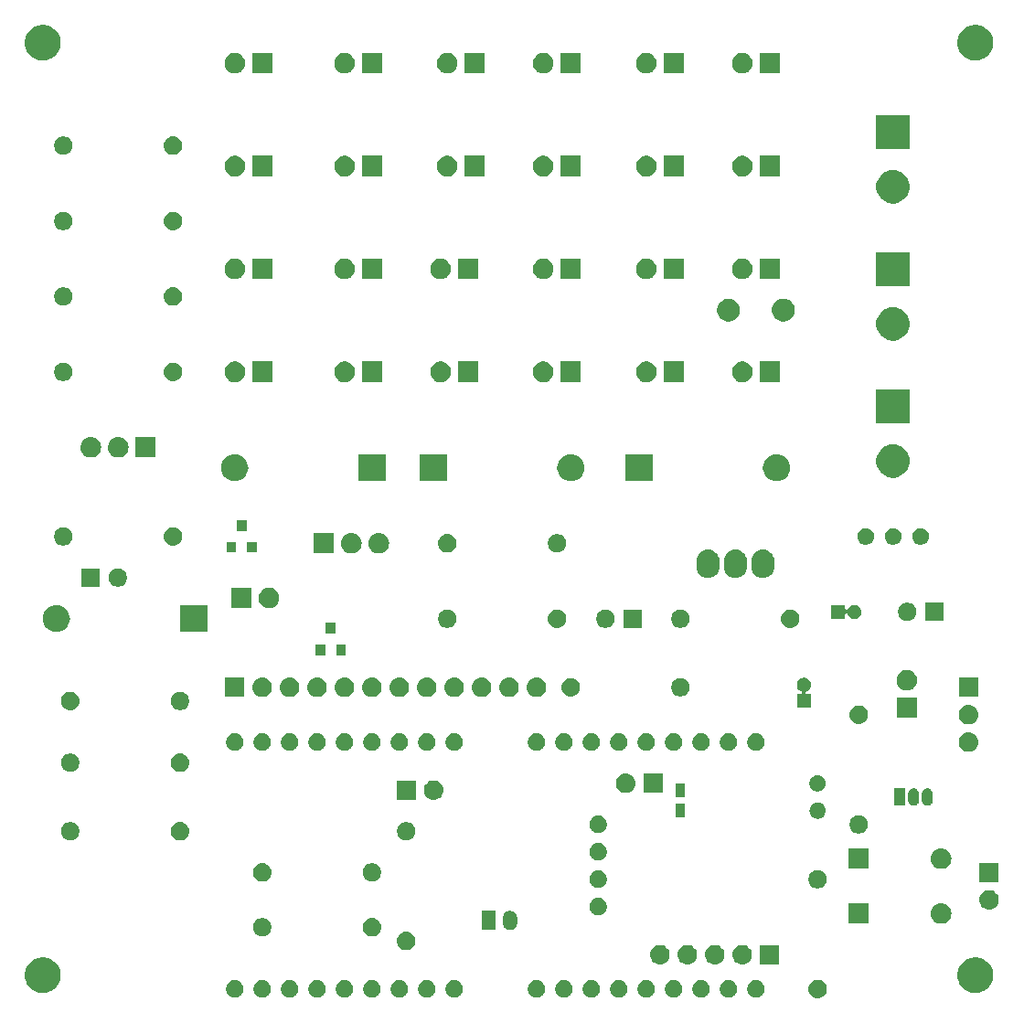
<source format=gbr>
G04 #@! TF.GenerationSoftware,KiCad,Pcbnew,(5.1.4)-1*
G04 #@! TF.CreationDate,2019-10-14T12:16:32+11:00*
G04 #@! TF.ProjectId,FoxCam,466f7843-616d-42e6-9b69-6361645f7063,rev?*
G04 #@! TF.SameCoordinates,Original*
G04 #@! TF.FileFunction,Soldermask,Top*
G04 #@! TF.FilePolarity,Negative*
%FSLAX46Y46*%
G04 Gerber Fmt 4.6, Leading zero omitted, Abs format (unit mm)*
G04 Created by KiCad (PCBNEW (5.1.4)-1) date 2019-10-14 12:16:32*
%MOMM*%
%LPD*%
G04 APERTURE LIST*
%ADD10C,0.100000*%
G04 APERTURE END LIST*
D10*
G36*
X188761823Y-116636313D02*
G01*
X188922242Y-116684976D01*
X189052366Y-116754529D01*
X189070078Y-116763996D01*
X189199659Y-116870341D01*
X189306004Y-116999922D01*
X189306005Y-116999924D01*
X189385024Y-117147758D01*
X189433687Y-117308177D01*
X189450117Y-117475000D01*
X189433687Y-117641823D01*
X189385024Y-117802242D01*
X189314114Y-117934906D01*
X189306004Y-117950078D01*
X189199659Y-118079659D01*
X189070078Y-118186004D01*
X189070076Y-118186005D01*
X188922242Y-118265024D01*
X188761823Y-118313687D01*
X188636804Y-118326000D01*
X188553196Y-118326000D01*
X188428177Y-118313687D01*
X188267758Y-118265024D01*
X188119924Y-118186005D01*
X188119922Y-118186004D01*
X187990341Y-118079659D01*
X187883996Y-117950078D01*
X187875886Y-117934906D01*
X187804976Y-117802242D01*
X187756313Y-117641823D01*
X187739883Y-117475000D01*
X187756313Y-117308177D01*
X187804976Y-117147758D01*
X187883995Y-116999924D01*
X187883996Y-116999922D01*
X187990341Y-116870341D01*
X188119922Y-116763996D01*
X188137634Y-116754529D01*
X188267758Y-116684976D01*
X188428177Y-116636313D01*
X188553196Y-116624000D01*
X188636804Y-116624000D01*
X188761823Y-116636313D01*
X188761823Y-116636313D01*
G37*
G36*
X134857142Y-116693242D02*
G01*
X135005101Y-116754529D01*
X135138255Y-116843499D01*
X135251501Y-116956745D01*
X135340471Y-117089899D01*
X135401758Y-117237858D01*
X135433000Y-117394925D01*
X135433000Y-117555075D01*
X135401758Y-117712142D01*
X135340471Y-117860101D01*
X135251501Y-117993255D01*
X135138255Y-118106501D01*
X135005101Y-118195471D01*
X134857142Y-118256758D01*
X134700075Y-118288000D01*
X134539925Y-118288000D01*
X134382858Y-118256758D01*
X134234899Y-118195471D01*
X134101745Y-118106501D01*
X133988499Y-117993255D01*
X133899529Y-117860101D01*
X133838242Y-117712142D01*
X133807000Y-117555075D01*
X133807000Y-117394925D01*
X133838242Y-117237858D01*
X133899529Y-117089899D01*
X133988499Y-116956745D01*
X134101745Y-116843499D01*
X134234899Y-116754529D01*
X134382858Y-116693242D01*
X134539925Y-116662000D01*
X134700075Y-116662000D01*
X134857142Y-116693242D01*
X134857142Y-116693242D01*
G37*
G36*
X180577142Y-116693242D02*
G01*
X180725101Y-116754529D01*
X180858255Y-116843499D01*
X180971501Y-116956745D01*
X181060471Y-117089899D01*
X181121758Y-117237858D01*
X181153000Y-117394925D01*
X181153000Y-117555075D01*
X181121758Y-117712142D01*
X181060471Y-117860101D01*
X180971501Y-117993255D01*
X180858255Y-118106501D01*
X180725101Y-118195471D01*
X180577142Y-118256758D01*
X180420075Y-118288000D01*
X180259925Y-118288000D01*
X180102858Y-118256758D01*
X179954899Y-118195471D01*
X179821745Y-118106501D01*
X179708499Y-117993255D01*
X179619529Y-117860101D01*
X179558242Y-117712142D01*
X179527000Y-117555075D01*
X179527000Y-117394925D01*
X179558242Y-117237858D01*
X179619529Y-117089899D01*
X179708499Y-116956745D01*
X179821745Y-116843499D01*
X179954899Y-116754529D01*
X180102858Y-116693242D01*
X180259925Y-116662000D01*
X180420075Y-116662000D01*
X180577142Y-116693242D01*
X180577142Y-116693242D01*
G37*
G36*
X178037142Y-116693242D02*
G01*
X178185101Y-116754529D01*
X178318255Y-116843499D01*
X178431501Y-116956745D01*
X178520471Y-117089899D01*
X178581758Y-117237858D01*
X178613000Y-117394925D01*
X178613000Y-117555075D01*
X178581758Y-117712142D01*
X178520471Y-117860101D01*
X178431501Y-117993255D01*
X178318255Y-118106501D01*
X178185101Y-118195471D01*
X178037142Y-118256758D01*
X177880075Y-118288000D01*
X177719925Y-118288000D01*
X177562858Y-118256758D01*
X177414899Y-118195471D01*
X177281745Y-118106501D01*
X177168499Y-117993255D01*
X177079529Y-117860101D01*
X177018242Y-117712142D01*
X176987000Y-117555075D01*
X176987000Y-117394925D01*
X177018242Y-117237858D01*
X177079529Y-117089899D01*
X177168499Y-116956745D01*
X177281745Y-116843499D01*
X177414899Y-116754529D01*
X177562858Y-116693242D01*
X177719925Y-116662000D01*
X177880075Y-116662000D01*
X178037142Y-116693242D01*
X178037142Y-116693242D01*
G37*
G36*
X175497142Y-116693242D02*
G01*
X175645101Y-116754529D01*
X175778255Y-116843499D01*
X175891501Y-116956745D01*
X175980471Y-117089899D01*
X176041758Y-117237858D01*
X176073000Y-117394925D01*
X176073000Y-117555075D01*
X176041758Y-117712142D01*
X175980471Y-117860101D01*
X175891501Y-117993255D01*
X175778255Y-118106501D01*
X175645101Y-118195471D01*
X175497142Y-118256758D01*
X175340075Y-118288000D01*
X175179925Y-118288000D01*
X175022858Y-118256758D01*
X174874899Y-118195471D01*
X174741745Y-118106501D01*
X174628499Y-117993255D01*
X174539529Y-117860101D01*
X174478242Y-117712142D01*
X174447000Y-117555075D01*
X174447000Y-117394925D01*
X174478242Y-117237858D01*
X174539529Y-117089899D01*
X174628499Y-116956745D01*
X174741745Y-116843499D01*
X174874899Y-116754529D01*
X175022858Y-116693242D01*
X175179925Y-116662000D01*
X175340075Y-116662000D01*
X175497142Y-116693242D01*
X175497142Y-116693242D01*
G37*
G36*
X172957142Y-116693242D02*
G01*
X173105101Y-116754529D01*
X173238255Y-116843499D01*
X173351501Y-116956745D01*
X173440471Y-117089899D01*
X173501758Y-117237858D01*
X173533000Y-117394925D01*
X173533000Y-117555075D01*
X173501758Y-117712142D01*
X173440471Y-117860101D01*
X173351501Y-117993255D01*
X173238255Y-118106501D01*
X173105101Y-118195471D01*
X172957142Y-118256758D01*
X172800075Y-118288000D01*
X172639925Y-118288000D01*
X172482858Y-118256758D01*
X172334899Y-118195471D01*
X172201745Y-118106501D01*
X172088499Y-117993255D01*
X171999529Y-117860101D01*
X171938242Y-117712142D01*
X171907000Y-117555075D01*
X171907000Y-117394925D01*
X171938242Y-117237858D01*
X171999529Y-117089899D01*
X172088499Y-116956745D01*
X172201745Y-116843499D01*
X172334899Y-116754529D01*
X172482858Y-116693242D01*
X172639925Y-116662000D01*
X172800075Y-116662000D01*
X172957142Y-116693242D01*
X172957142Y-116693242D01*
G37*
G36*
X170417142Y-116693242D02*
G01*
X170565101Y-116754529D01*
X170698255Y-116843499D01*
X170811501Y-116956745D01*
X170900471Y-117089899D01*
X170961758Y-117237858D01*
X170993000Y-117394925D01*
X170993000Y-117555075D01*
X170961758Y-117712142D01*
X170900471Y-117860101D01*
X170811501Y-117993255D01*
X170698255Y-118106501D01*
X170565101Y-118195471D01*
X170417142Y-118256758D01*
X170260075Y-118288000D01*
X170099925Y-118288000D01*
X169942858Y-118256758D01*
X169794899Y-118195471D01*
X169661745Y-118106501D01*
X169548499Y-117993255D01*
X169459529Y-117860101D01*
X169398242Y-117712142D01*
X169367000Y-117555075D01*
X169367000Y-117394925D01*
X169398242Y-117237858D01*
X169459529Y-117089899D01*
X169548499Y-116956745D01*
X169661745Y-116843499D01*
X169794899Y-116754529D01*
X169942858Y-116693242D01*
X170099925Y-116662000D01*
X170260075Y-116662000D01*
X170417142Y-116693242D01*
X170417142Y-116693242D01*
G37*
G36*
X167877142Y-116693242D02*
G01*
X168025101Y-116754529D01*
X168158255Y-116843499D01*
X168271501Y-116956745D01*
X168360471Y-117089899D01*
X168421758Y-117237858D01*
X168453000Y-117394925D01*
X168453000Y-117555075D01*
X168421758Y-117712142D01*
X168360471Y-117860101D01*
X168271501Y-117993255D01*
X168158255Y-118106501D01*
X168025101Y-118195471D01*
X167877142Y-118256758D01*
X167720075Y-118288000D01*
X167559925Y-118288000D01*
X167402858Y-118256758D01*
X167254899Y-118195471D01*
X167121745Y-118106501D01*
X167008499Y-117993255D01*
X166919529Y-117860101D01*
X166858242Y-117712142D01*
X166827000Y-117555075D01*
X166827000Y-117394925D01*
X166858242Y-117237858D01*
X166919529Y-117089899D01*
X167008499Y-116956745D01*
X167121745Y-116843499D01*
X167254899Y-116754529D01*
X167402858Y-116693242D01*
X167559925Y-116662000D01*
X167720075Y-116662000D01*
X167877142Y-116693242D01*
X167877142Y-116693242D01*
G37*
G36*
X165337142Y-116693242D02*
G01*
X165485101Y-116754529D01*
X165618255Y-116843499D01*
X165731501Y-116956745D01*
X165820471Y-117089899D01*
X165881758Y-117237858D01*
X165913000Y-117394925D01*
X165913000Y-117555075D01*
X165881758Y-117712142D01*
X165820471Y-117860101D01*
X165731501Y-117993255D01*
X165618255Y-118106501D01*
X165485101Y-118195471D01*
X165337142Y-118256758D01*
X165180075Y-118288000D01*
X165019925Y-118288000D01*
X164862858Y-118256758D01*
X164714899Y-118195471D01*
X164581745Y-118106501D01*
X164468499Y-117993255D01*
X164379529Y-117860101D01*
X164318242Y-117712142D01*
X164287000Y-117555075D01*
X164287000Y-117394925D01*
X164318242Y-117237858D01*
X164379529Y-117089899D01*
X164468499Y-116956745D01*
X164581745Y-116843499D01*
X164714899Y-116754529D01*
X164862858Y-116693242D01*
X165019925Y-116662000D01*
X165180075Y-116662000D01*
X165337142Y-116693242D01*
X165337142Y-116693242D01*
G37*
G36*
X162797142Y-116693242D02*
G01*
X162945101Y-116754529D01*
X163078255Y-116843499D01*
X163191501Y-116956745D01*
X163280471Y-117089899D01*
X163341758Y-117237858D01*
X163373000Y-117394925D01*
X163373000Y-117555075D01*
X163341758Y-117712142D01*
X163280471Y-117860101D01*
X163191501Y-117993255D01*
X163078255Y-118106501D01*
X162945101Y-118195471D01*
X162797142Y-118256758D01*
X162640075Y-118288000D01*
X162479925Y-118288000D01*
X162322858Y-118256758D01*
X162174899Y-118195471D01*
X162041745Y-118106501D01*
X161928499Y-117993255D01*
X161839529Y-117860101D01*
X161778242Y-117712142D01*
X161747000Y-117555075D01*
X161747000Y-117394925D01*
X161778242Y-117237858D01*
X161839529Y-117089899D01*
X161928499Y-116956745D01*
X162041745Y-116843499D01*
X162174899Y-116754529D01*
X162322858Y-116693242D01*
X162479925Y-116662000D01*
X162640075Y-116662000D01*
X162797142Y-116693242D01*
X162797142Y-116693242D01*
G37*
G36*
X152637142Y-116693242D02*
G01*
X152785101Y-116754529D01*
X152918255Y-116843499D01*
X153031501Y-116956745D01*
X153120471Y-117089899D01*
X153181758Y-117237858D01*
X153213000Y-117394925D01*
X153213000Y-117555075D01*
X153181758Y-117712142D01*
X153120471Y-117860101D01*
X153031501Y-117993255D01*
X152918255Y-118106501D01*
X152785101Y-118195471D01*
X152637142Y-118256758D01*
X152480075Y-118288000D01*
X152319925Y-118288000D01*
X152162858Y-118256758D01*
X152014899Y-118195471D01*
X151881745Y-118106501D01*
X151768499Y-117993255D01*
X151679529Y-117860101D01*
X151618242Y-117712142D01*
X151587000Y-117555075D01*
X151587000Y-117394925D01*
X151618242Y-117237858D01*
X151679529Y-117089899D01*
X151768499Y-116956745D01*
X151881745Y-116843499D01*
X152014899Y-116754529D01*
X152162858Y-116693242D01*
X152319925Y-116662000D01*
X152480075Y-116662000D01*
X152637142Y-116693242D01*
X152637142Y-116693242D01*
G37*
G36*
X155177142Y-116693242D02*
G01*
X155325101Y-116754529D01*
X155458255Y-116843499D01*
X155571501Y-116956745D01*
X155660471Y-117089899D01*
X155721758Y-117237858D01*
X155753000Y-117394925D01*
X155753000Y-117555075D01*
X155721758Y-117712142D01*
X155660471Y-117860101D01*
X155571501Y-117993255D01*
X155458255Y-118106501D01*
X155325101Y-118195471D01*
X155177142Y-118256758D01*
X155020075Y-118288000D01*
X154859925Y-118288000D01*
X154702858Y-118256758D01*
X154554899Y-118195471D01*
X154421745Y-118106501D01*
X154308499Y-117993255D01*
X154219529Y-117860101D01*
X154158242Y-117712142D01*
X154127000Y-117555075D01*
X154127000Y-117394925D01*
X154158242Y-117237858D01*
X154219529Y-117089899D01*
X154308499Y-116956745D01*
X154421745Y-116843499D01*
X154554899Y-116754529D01*
X154702858Y-116693242D01*
X154859925Y-116662000D01*
X155020075Y-116662000D01*
X155177142Y-116693242D01*
X155177142Y-116693242D01*
G37*
G36*
X183117142Y-116693242D02*
G01*
X183265101Y-116754529D01*
X183398255Y-116843499D01*
X183511501Y-116956745D01*
X183600471Y-117089899D01*
X183661758Y-117237858D01*
X183693000Y-117394925D01*
X183693000Y-117555075D01*
X183661758Y-117712142D01*
X183600471Y-117860101D01*
X183511501Y-117993255D01*
X183398255Y-118106501D01*
X183265101Y-118195471D01*
X183117142Y-118256758D01*
X182960075Y-118288000D01*
X182799925Y-118288000D01*
X182642858Y-118256758D01*
X182494899Y-118195471D01*
X182361745Y-118106501D01*
X182248499Y-117993255D01*
X182159529Y-117860101D01*
X182098242Y-117712142D01*
X182067000Y-117555075D01*
X182067000Y-117394925D01*
X182098242Y-117237858D01*
X182159529Y-117089899D01*
X182248499Y-116956745D01*
X182361745Y-116843499D01*
X182494899Y-116754529D01*
X182642858Y-116693242D01*
X182799925Y-116662000D01*
X182960075Y-116662000D01*
X183117142Y-116693242D01*
X183117142Y-116693242D01*
G37*
G36*
X137397142Y-116693242D02*
G01*
X137545101Y-116754529D01*
X137678255Y-116843499D01*
X137791501Y-116956745D01*
X137880471Y-117089899D01*
X137941758Y-117237858D01*
X137973000Y-117394925D01*
X137973000Y-117555075D01*
X137941758Y-117712142D01*
X137880471Y-117860101D01*
X137791501Y-117993255D01*
X137678255Y-118106501D01*
X137545101Y-118195471D01*
X137397142Y-118256758D01*
X137240075Y-118288000D01*
X137079925Y-118288000D01*
X136922858Y-118256758D01*
X136774899Y-118195471D01*
X136641745Y-118106501D01*
X136528499Y-117993255D01*
X136439529Y-117860101D01*
X136378242Y-117712142D01*
X136347000Y-117555075D01*
X136347000Y-117394925D01*
X136378242Y-117237858D01*
X136439529Y-117089899D01*
X136528499Y-116956745D01*
X136641745Y-116843499D01*
X136774899Y-116754529D01*
X136922858Y-116693242D01*
X137079925Y-116662000D01*
X137240075Y-116662000D01*
X137397142Y-116693242D01*
X137397142Y-116693242D01*
G37*
G36*
X139937142Y-116693242D02*
G01*
X140085101Y-116754529D01*
X140218255Y-116843499D01*
X140331501Y-116956745D01*
X140420471Y-117089899D01*
X140481758Y-117237858D01*
X140513000Y-117394925D01*
X140513000Y-117555075D01*
X140481758Y-117712142D01*
X140420471Y-117860101D01*
X140331501Y-117993255D01*
X140218255Y-118106501D01*
X140085101Y-118195471D01*
X139937142Y-118256758D01*
X139780075Y-118288000D01*
X139619925Y-118288000D01*
X139462858Y-118256758D01*
X139314899Y-118195471D01*
X139181745Y-118106501D01*
X139068499Y-117993255D01*
X138979529Y-117860101D01*
X138918242Y-117712142D01*
X138887000Y-117555075D01*
X138887000Y-117394925D01*
X138918242Y-117237858D01*
X138979529Y-117089899D01*
X139068499Y-116956745D01*
X139181745Y-116843499D01*
X139314899Y-116754529D01*
X139462858Y-116693242D01*
X139619925Y-116662000D01*
X139780075Y-116662000D01*
X139937142Y-116693242D01*
X139937142Y-116693242D01*
G37*
G36*
X145017142Y-116693242D02*
G01*
X145165101Y-116754529D01*
X145298255Y-116843499D01*
X145411501Y-116956745D01*
X145500471Y-117089899D01*
X145561758Y-117237858D01*
X145593000Y-117394925D01*
X145593000Y-117555075D01*
X145561758Y-117712142D01*
X145500471Y-117860101D01*
X145411501Y-117993255D01*
X145298255Y-118106501D01*
X145165101Y-118195471D01*
X145017142Y-118256758D01*
X144860075Y-118288000D01*
X144699925Y-118288000D01*
X144542858Y-118256758D01*
X144394899Y-118195471D01*
X144261745Y-118106501D01*
X144148499Y-117993255D01*
X144059529Y-117860101D01*
X143998242Y-117712142D01*
X143967000Y-117555075D01*
X143967000Y-117394925D01*
X143998242Y-117237858D01*
X144059529Y-117089899D01*
X144148499Y-116956745D01*
X144261745Y-116843499D01*
X144394899Y-116754529D01*
X144542858Y-116693242D01*
X144699925Y-116662000D01*
X144860075Y-116662000D01*
X145017142Y-116693242D01*
X145017142Y-116693242D01*
G37*
G36*
X142477142Y-116693242D02*
G01*
X142625101Y-116754529D01*
X142758255Y-116843499D01*
X142871501Y-116956745D01*
X142960471Y-117089899D01*
X143021758Y-117237858D01*
X143053000Y-117394925D01*
X143053000Y-117555075D01*
X143021758Y-117712142D01*
X142960471Y-117860101D01*
X142871501Y-117993255D01*
X142758255Y-118106501D01*
X142625101Y-118195471D01*
X142477142Y-118256758D01*
X142320075Y-118288000D01*
X142159925Y-118288000D01*
X142002858Y-118256758D01*
X141854899Y-118195471D01*
X141721745Y-118106501D01*
X141608499Y-117993255D01*
X141519529Y-117860101D01*
X141458242Y-117712142D01*
X141427000Y-117555075D01*
X141427000Y-117394925D01*
X141458242Y-117237858D01*
X141519529Y-117089899D01*
X141608499Y-116956745D01*
X141721745Y-116843499D01*
X141854899Y-116754529D01*
X142002858Y-116693242D01*
X142159925Y-116662000D01*
X142320075Y-116662000D01*
X142477142Y-116693242D01*
X142477142Y-116693242D01*
G37*
G36*
X150097142Y-116693242D02*
G01*
X150245101Y-116754529D01*
X150378255Y-116843499D01*
X150491501Y-116956745D01*
X150580471Y-117089899D01*
X150641758Y-117237858D01*
X150673000Y-117394925D01*
X150673000Y-117555075D01*
X150641758Y-117712142D01*
X150580471Y-117860101D01*
X150491501Y-117993255D01*
X150378255Y-118106501D01*
X150245101Y-118195471D01*
X150097142Y-118256758D01*
X149940075Y-118288000D01*
X149779925Y-118288000D01*
X149622858Y-118256758D01*
X149474899Y-118195471D01*
X149341745Y-118106501D01*
X149228499Y-117993255D01*
X149139529Y-117860101D01*
X149078242Y-117712142D01*
X149047000Y-117555075D01*
X149047000Y-117394925D01*
X149078242Y-117237858D01*
X149139529Y-117089899D01*
X149228499Y-116956745D01*
X149341745Y-116843499D01*
X149474899Y-116754529D01*
X149622858Y-116693242D01*
X149779925Y-116662000D01*
X149940075Y-116662000D01*
X150097142Y-116693242D01*
X150097142Y-116693242D01*
G37*
G36*
X147557142Y-116693242D02*
G01*
X147705101Y-116754529D01*
X147838255Y-116843499D01*
X147951501Y-116956745D01*
X148040471Y-117089899D01*
X148101758Y-117237858D01*
X148133000Y-117394925D01*
X148133000Y-117555075D01*
X148101758Y-117712142D01*
X148040471Y-117860101D01*
X147951501Y-117993255D01*
X147838255Y-118106501D01*
X147705101Y-118195471D01*
X147557142Y-118256758D01*
X147400075Y-118288000D01*
X147239925Y-118288000D01*
X147082858Y-118256758D01*
X146934899Y-118195471D01*
X146801745Y-118106501D01*
X146688499Y-117993255D01*
X146599529Y-117860101D01*
X146538242Y-117712142D01*
X146507000Y-117555075D01*
X146507000Y-117394925D01*
X146538242Y-117237858D01*
X146599529Y-117089899D01*
X146688499Y-116956745D01*
X146801745Y-116843499D01*
X146934899Y-116754529D01*
X147082858Y-116693242D01*
X147239925Y-116662000D01*
X147400075Y-116662000D01*
X147557142Y-116693242D01*
X147557142Y-116693242D01*
G37*
G36*
X203575256Y-114596298D02*
G01*
X203681579Y-114617447D01*
X203982042Y-114741903D01*
X204252451Y-114922585D01*
X204482415Y-115152549D01*
X204663097Y-115422958D01*
X204787553Y-115723421D01*
X204851000Y-116042391D01*
X204851000Y-116367609D01*
X204787553Y-116686579D01*
X204722554Y-116843501D01*
X204675647Y-116956745D01*
X204663097Y-116987042D01*
X204482415Y-117257451D01*
X204252451Y-117487415D01*
X203982042Y-117668097D01*
X203681579Y-117792553D01*
X203632884Y-117802239D01*
X203362611Y-117856000D01*
X203037389Y-117856000D01*
X202767116Y-117802239D01*
X202718421Y-117792553D01*
X202417958Y-117668097D01*
X202147549Y-117487415D01*
X201917585Y-117257451D01*
X201736903Y-116987042D01*
X201724354Y-116956745D01*
X201677446Y-116843501D01*
X201612447Y-116686579D01*
X201549000Y-116367609D01*
X201549000Y-116042391D01*
X201612447Y-115723421D01*
X201736903Y-115422958D01*
X201917585Y-115152549D01*
X202147549Y-114922585D01*
X202417958Y-114741903D01*
X202718421Y-114617447D01*
X202824744Y-114596298D01*
X203037389Y-114554000D01*
X203362611Y-114554000D01*
X203575256Y-114596298D01*
X203575256Y-114596298D01*
G37*
G36*
X117215256Y-114596298D02*
G01*
X117321579Y-114617447D01*
X117622042Y-114741903D01*
X117892451Y-114922585D01*
X118122415Y-115152549D01*
X118303097Y-115422958D01*
X118427553Y-115723421D01*
X118491000Y-116042391D01*
X118491000Y-116367609D01*
X118427553Y-116686579D01*
X118362554Y-116843501D01*
X118315647Y-116956745D01*
X118303097Y-116987042D01*
X118122415Y-117257451D01*
X117892451Y-117487415D01*
X117622042Y-117668097D01*
X117321579Y-117792553D01*
X117272884Y-117802239D01*
X117002611Y-117856000D01*
X116677389Y-117856000D01*
X116407116Y-117802239D01*
X116358421Y-117792553D01*
X116057958Y-117668097D01*
X115787549Y-117487415D01*
X115557585Y-117257451D01*
X115376903Y-116987042D01*
X115364354Y-116956745D01*
X115317446Y-116843501D01*
X115252447Y-116686579D01*
X115189000Y-116367609D01*
X115189000Y-116042391D01*
X115252447Y-115723421D01*
X115376903Y-115422958D01*
X115557585Y-115152549D01*
X115787549Y-114922585D01*
X116057958Y-114741903D01*
X116358421Y-114617447D01*
X116464744Y-114596298D01*
X116677389Y-114554000D01*
X117002611Y-114554000D01*
X117215256Y-114596298D01*
X117215256Y-114596298D01*
G37*
G36*
X181720443Y-113405519D02*
G01*
X181786627Y-113412037D01*
X181956466Y-113463557D01*
X182112991Y-113547222D01*
X182148729Y-113576552D01*
X182250186Y-113659814D01*
X182333448Y-113761271D01*
X182362778Y-113797009D01*
X182446443Y-113953534D01*
X182497963Y-114123373D01*
X182515359Y-114300000D01*
X182497963Y-114476627D01*
X182446443Y-114646466D01*
X182362778Y-114802991D01*
X182333448Y-114838729D01*
X182250186Y-114940186D01*
X182148729Y-115023448D01*
X182112991Y-115052778D01*
X181956466Y-115136443D01*
X181786627Y-115187963D01*
X181720442Y-115194482D01*
X181654260Y-115201000D01*
X181565740Y-115201000D01*
X181499558Y-115194482D01*
X181433373Y-115187963D01*
X181263534Y-115136443D01*
X181107009Y-115052778D01*
X181071271Y-115023448D01*
X180969814Y-114940186D01*
X180886552Y-114838729D01*
X180857222Y-114802991D01*
X180773557Y-114646466D01*
X180722037Y-114476627D01*
X180704641Y-114300000D01*
X180722037Y-114123373D01*
X180773557Y-113953534D01*
X180857222Y-113797009D01*
X180886552Y-113761271D01*
X180969814Y-113659814D01*
X181071271Y-113576552D01*
X181107009Y-113547222D01*
X181263534Y-113463557D01*
X181433373Y-113412037D01*
X181499557Y-113405519D01*
X181565740Y-113399000D01*
X181654260Y-113399000D01*
X181720443Y-113405519D01*
X181720443Y-113405519D01*
G37*
G36*
X185051000Y-115201000D02*
G01*
X183249000Y-115201000D01*
X183249000Y-113399000D01*
X185051000Y-113399000D01*
X185051000Y-115201000D01*
X185051000Y-115201000D01*
G37*
G36*
X174100443Y-113405519D02*
G01*
X174166627Y-113412037D01*
X174336466Y-113463557D01*
X174492991Y-113547222D01*
X174528729Y-113576552D01*
X174630186Y-113659814D01*
X174713448Y-113761271D01*
X174742778Y-113797009D01*
X174826443Y-113953534D01*
X174877963Y-114123373D01*
X174895359Y-114300000D01*
X174877963Y-114476627D01*
X174826443Y-114646466D01*
X174742778Y-114802991D01*
X174713448Y-114838729D01*
X174630186Y-114940186D01*
X174528729Y-115023448D01*
X174492991Y-115052778D01*
X174336466Y-115136443D01*
X174166627Y-115187963D01*
X174100442Y-115194482D01*
X174034260Y-115201000D01*
X173945740Y-115201000D01*
X173879558Y-115194482D01*
X173813373Y-115187963D01*
X173643534Y-115136443D01*
X173487009Y-115052778D01*
X173451271Y-115023448D01*
X173349814Y-114940186D01*
X173266552Y-114838729D01*
X173237222Y-114802991D01*
X173153557Y-114646466D01*
X173102037Y-114476627D01*
X173084641Y-114300000D01*
X173102037Y-114123373D01*
X173153557Y-113953534D01*
X173237222Y-113797009D01*
X173266552Y-113761271D01*
X173349814Y-113659814D01*
X173451271Y-113576552D01*
X173487009Y-113547222D01*
X173643534Y-113463557D01*
X173813373Y-113412037D01*
X173879557Y-113405519D01*
X173945740Y-113399000D01*
X174034260Y-113399000D01*
X174100443Y-113405519D01*
X174100443Y-113405519D01*
G37*
G36*
X179180443Y-113405519D02*
G01*
X179246627Y-113412037D01*
X179416466Y-113463557D01*
X179572991Y-113547222D01*
X179608729Y-113576552D01*
X179710186Y-113659814D01*
X179793448Y-113761271D01*
X179822778Y-113797009D01*
X179906443Y-113953534D01*
X179957963Y-114123373D01*
X179975359Y-114300000D01*
X179957963Y-114476627D01*
X179906443Y-114646466D01*
X179822778Y-114802991D01*
X179793448Y-114838729D01*
X179710186Y-114940186D01*
X179608729Y-115023448D01*
X179572991Y-115052778D01*
X179416466Y-115136443D01*
X179246627Y-115187963D01*
X179180442Y-115194482D01*
X179114260Y-115201000D01*
X179025740Y-115201000D01*
X178959558Y-115194482D01*
X178893373Y-115187963D01*
X178723534Y-115136443D01*
X178567009Y-115052778D01*
X178531271Y-115023448D01*
X178429814Y-114940186D01*
X178346552Y-114838729D01*
X178317222Y-114802991D01*
X178233557Y-114646466D01*
X178182037Y-114476627D01*
X178164641Y-114300000D01*
X178182037Y-114123373D01*
X178233557Y-113953534D01*
X178317222Y-113797009D01*
X178346552Y-113761271D01*
X178429814Y-113659814D01*
X178531271Y-113576552D01*
X178567009Y-113547222D01*
X178723534Y-113463557D01*
X178893373Y-113412037D01*
X178959557Y-113405519D01*
X179025740Y-113399000D01*
X179114260Y-113399000D01*
X179180443Y-113405519D01*
X179180443Y-113405519D01*
G37*
G36*
X176640443Y-113405519D02*
G01*
X176706627Y-113412037D01*
X176876466Y-113463557D01*
X177032991Y-113547222D01*
X177068729Y-113576552D01*
X177170186Y-113659814D01*
X177253448Y-113761271D01*
X177282778Y-113797009D01*
X177366443Y-113953534D01*
X177417963Y-114123373D01*
X177435359Y-114300000D01*
X177417963Y-114476627D01*
X177366443Y-114646466D01*
X177282778Y-114802991D01*
X177253448Y-114838729D01*
X177170186Y-114940186D01*
X177068729Y-115023448D01*
X177032991Y-115052778D01*
X176876466Y-115136443D01*
X176706627Y-115187963D01*
X176640442Y-115194482D01*
X176574260Y-115201000D01*
X176485740Y-115201000D01*
X176419558Y-115194482D01*
X176353373Y-115187963D01*
X176183534Y-115136443D01*
X176027009Y-115052778D01*
X175991271Y-115023448D01*
X175889814Y-114940186D01*
X175806552Y-114838729D01*
X175777222Y-114802991D01*
X175693557Y-114646466D01*
X175642037Y-114476627D01*
X175624641Y-114300000D01*
X175642037Y-114123373D01*
X175693557Y-113953534D01*
X175777222Y-113797009D01*
X175806552Y-113761271D01*
X175889814Y-113659814D01*
X175991271Y-113576552D01*
X176027009Y-113547222D01*
X176183534Y-113463557D01*
X176353373Y-113412037D01*
X176419557Y-113405519D01*
X176485740Y-113399000D01*
X176574260Y-113399000D01*
X176640443Y-113405519D01*
X176640443Y-113405519D01*
G37*
G36*
X150661823Y-112191313D02*
G01*
X150822242Y-112239976D01*
X150954906Y-112310886D01*
X150970078Y-112318996D01*
X151099659Y-112425341D01*
X151206004Y-112554922D01*
X151206005Y-112554924D01*
X151285024Y-112702758D01*
X151333687Y-112863177D01*
X151350117Y-113030000D01*
X151333687Y-113196823D01*
X151285024Y-113357242D01*
X151255735Y-113412037D01*
X151206004Y-113505078D01*
X151099659Y-113634659D01*
X150970078Y-113741004D01*
X150970076Y-113741005D01*
X150822242Y-113820024D01*
X150661823Y-113868687D01*
X150536804Y-113881000D01*
X150453196Y-113881000D01*
X150328177Y-113868687D01*
X150167758Y-113820024D01*
X150019924Y-113741005D01*
X150019922Y-113741004D01*
X149890341Y-113634659D01*
X149783996Y-113505078D01*
X149734265Y-113412037D01*
X149704976Y-113357242D01*
X149656313Y-113196823D01*
X149639883Y-113030000D01*
X149656313Y-112863177D01*
X149704976Y-112702758D01*
X149783995Y-112554924D01*
X149783996Y-112554922D01*
X149890341Y-112425341D01*
X150019922Y-112318996D01*
X150035094Y-112310886D01*
X150167758Y-112239976D01*
X150328177Y-112191313D01*
X150453196Y-112179000D01*
X150536804Y-112179000D01*
X150661823Y-112191313D01*
X150661823Y-112191313D01*
G37*
G36*
X147486823Y-110921313D02*
G01*
X147647242Y-110969976D01*
X147779906Y-111040886D01*
X147795078Y-111048996D01*
X147924659Y-111155341D01*
X148031004Y-111284922D01*
X148031005Y-111284924D01*
X148110024Y-111432758D01*
X148158687Y-111593177D01*
X148175117Y-111760000D01*
X148158687Y-111926823D01*
X148110024Y-112087242D01*
X148069477Y-112163100D01*
X148031004Y-112235078D01*
X147924659Y-112364659D01*
X147795078Y-112471004D01*
X147795076Y-112471005D01*
X147647242Y-112550024D01*
X147486823Y-112598687D01*
X147361804Y-112611000D01*
X147278196Y-112611000D01*
X147153177Y-112598687D01*
X146992758Y-112550024D01*
X146844924Y-112471005D01*
X146844922Y-112471004D01*
X146715341Y-112364659D01*
X146608996Y-112235078D01*
X146570523Y-112163100D01*
X146529976Y-112087242D01*
X146481313Y-111926823D01*
X146464883Y-111760000D01*
X146481313Y-111593177D01*
X146529976Y-111432758D01*
X146608995Y-111284924D01*
X146608996Y-111284922D01*
X146715341Y-111155341D01*
X146844922Y-111048996D01*
X146860094Y-111040886D01*
X146992758Y-110969976D01*
X147153177Y-110921313D01*
X147278196Y-110909000D01*
X147361804Y-110909000D01*
X147486823Y-110921313D01*
X147486823Y-110921313D01*
G37*
G36*
X137408228Y-110941703D02*
G01*
X137563100Y-111005853D01*
X137702481Y-111098985D01*
X137821015Y-111217519D01*
X137914147Y-111356900D01*
X137978297Y-111511772D01*
X138011000Y-111676184D01*
X138011000Y-111843816D01*
X137978297Y-112008228D01*
X137914147Y-112163100D01*
X137821015Y-112302481D01*
X137702481Y-112421015D01*
X137563100Y-112514147D01*
X137408228Y-112578297D01*
X137243816Y-112611000D01*
X137076184Y-112611000D01*
X136911772Y-112578297D01*
X136756900Y-112514147D01*
X136617519Y-112421015D01*
X136498985Y-112302481D01*
X136405853Y-112163100D01*
X136341703Y-112008228D01*
X136309000Y-111843816D01*
X136309000Y-111676184D01*
X136341703Y-111511772D01*
X136405853Y-111356900D01*
X136498985Y-111217519D01*
X136617519Y-111098985D01*
X136756900Y-111005853D01*
X136911772Y-110941703D01*
X137076184Y-110909000D01*
X137243816Y-110909000D01*
X137408228Y-110941703D01*
X137408228Y-110941703D01*
G37*
G36*
X160242617Y-110233420D02*
G01*
X160333403Y-110260960D01*
X160365335Y-110270646D01*
X160478424Y-110331094D01*
X160577554Y-110412447D01*
X160658906Y-110511575D01*
X160719354Y-110624664D01*
X160729040Y-110656596D01*
X160756580Y-110747382D01*
X160766000Y-110843027D01*
X160766000Y-111406973D01*
X160756580Y-111502618D01*
X160753803Y-111511771D01*
X160719354Y-111625336D01*
X160658906Y-111738425D01*
X160577554Y-111837554D01*
X160478425Y-111918906D01*
X160365336Y-111979354D01*
X160333404Y-111989040D01*
X160242618Y-112016580D01*
X160115000Y-112029149D01*
X159987383Y-112016580D01*
X159896597Y-111989040D01*
X159864665Y-111979354D01*
X159751576Y-111918906D01*
X159652447Y-111837553D01*
X159571094Y-111738425D01*
X159510646Y-111625336D01*
X159476197Y-111511771D01*
X159473420Y-111502618D01*
X159464000Y-111406973D01*
X159464000Y-110843028D01*
X159473420Y-110747383D01*
X159510645Y-110624669D01*
X159510646Y-110624665D01*
X159571094Y-110511576D01*
X159652447Y-110412446D01*
X159751575Y-110331094D01*
X159864664Y-110270646D01*
X159896596Y-110260960D01*
X159987382Y-110233420D01*
X160115000Y-110220851D01*
X160242617Y-110233420D01*
X160242617Y-110233420D01*
G37*
G36*
X158766000Y-112026000D02*
G01*
X157464000Y-112026000D01*
X157464000Y-110224000D01*
X158766000Y-110224000D01*
X158766000Y-112026000D01*
X158766000Y-112026000D01*
G37*
G36*
X200211425Y-109552760D02*
G01*
X200211428Y-109552761D01*
X200211429Y-109552761D01*
X200390693Y-109607140D01*
X200390696Y-109607142D01*
X200390697Y-109607142D01*
X200555903Y-109695446D01*
X200700712Y-109814288D01*
X200819554Y-109959097D01*
X200907858Y-110124303D01*
X200907860Y-110124307D01*
X200952251Y-110270645D01*
X200962240Y-110303575D01*
X200980601Y-110490000D01*
X200962240Y-110676425D01*
X200962239Y-110676428D01*
X200962239Y-110676429D01*
X200907860Y-110855693D01*
X200907858Y-110855696D01*
X200907858Y-110855697D01*
X200819554Y-111020903D01*
X200700712Y-111165712D01*
X200555903Y-111284554D01*
X200390697Y-111372858D01*
X200390693Y-111372860D01*
X200211429Y-111427239D01*
X200211428Y-111427239D01*
X200211425Y-111427240D01*
X200071718Y-111441000D01*
X199978282Y-111441000D01*
X199838575Y-111427240D01*
X199838572Y-111427239D01*
X199838571Y-111427239D01*
X199659307Y-111372860D01*
X199659303Y-111372858D01*
X199494097Y-111284554D01*
X199349288Y-111165712D01*
X199230446Y-111020903D01*
X199142142Y-110855697D01*
X199142142Y-110855696D01*
X199142140Y-110855693D01*
X199087761Y-110676429D01*
X199087761Y-110676428D01*
X199087760Y-110676425D01*
X199069399Y-110490000D01*
X199087760Y-110303575D01*
X199097749Y-110270645D01*
X199142140Y-110124307D01*
X199142142Y-110124303D01*
X199230446Y-109959097D01*
X199349288Y-109814288D01*
X199494097Y-109695446D01*
X199659303Y-109607142D01*
X199659304Y-109607142D01*
X199659307Y-109607140D01*
X199838571Y-109552761D01*
X199838572Y-109552761D01*
X199838575Y-109552760D01*
X199978282Y-109539000D01*
X200071718Y-109539000D01*
X200211425Y-109552760D01*
X200211425Y-109552760D01*
G37*
G36*
X193356000Y-111441000D02*
G01*
X191454000Y-111441000D01*
X191454000Y-109539000D01*
X193356000Y-109539000D01*
X193356000Y-111441000D01*
X193356000Y-111441000D01*
G37*
G36*
X168512142Y-109073242D02*
G01*
X168660101Y-109134529D01*
X168793255Y-109223499D01*
X168906501Y-109336745D01*
X168995471Y-109469899D01*
X169056758Y-109617858D01*
X169088000Y-109774925D01*
X169088000Y-109935075D01*
X169056758Y-110092142D01*
X168995471Y-110240101D01*
X168906501Y-110373255D01*
X168793255Y-110486501D01*
X168660101Y-110575471D01*
X168512142Y-110636758D01*
X168355075Y-110668000D01*
X168194925Y-110668000D01*
X168037858Y-110636758D01*
X167889899Y-110575471D01*
X167756745Y-110486501D01*
X167643499Y-110373255D01*
X167554529Y-110240101D01*
X167493242Y-110092142D01*
X167462000Y-109935075D01*
X167462000Y-109774925D01*
X167493242Y-109617858D01*
X167554529Y-109469899D01*
X167643499Y-109336745D01*
X167756745Y-109223499D01*
X167889899Y-109134529D01*
X168037858Y-109073242D01*
X168194925Y-109042000D01*
X168355075Y-109042000D01*
X168512142Y-109073242D01*
X168512142Y-109073242D01*
G37*
G36*
X204580443Y-108325519D02*
G01*
X204646627Y-108332037D01*
X204816466Y-108383557D01*
X204972991Y-108467222D01*
X205008729Y-108496552D01*
X205110186Y-108579814D01*
X205193448Y-108681271D01*
X205222778Y-108717009D01*
X205306443Y-108873534D01*
X205357963Y-109043373D01*
X205375359Y-109220000D01*
X205357963Y-109396627D01*
X205306443Y-109566466D01*
X205222778Y-109722991D01*
X205193448Y-109758729D01*
X205110186Y-109860186D01*
X205018933Y-109935074D01*
X204972991Y-109972778D01*
X204816466Y-110056443D01*
X204646627Y-110107963D01*
X204580443Y-110114481D01*
X204514260Y-110121000D01*
X204425740Y-110121000D01*
X204359557Y-110114481D01*
X204293373Y-110107963D01*
X204123534Y-110056443D01*
X203967009Y-109972778D01*
X203921067Y-109935074D01*
X203829814Y-109860186D01*
X203746552Y-109758729D01*
X203717222Y-109722991D01*
X203633557Y-109566466D01*
X203582037Y-109396627D01*
X203564641Y-109220000D01*
X203582037Y-109043373D01*
X203633557Y-108873534D01*
X203717222Y-108717009D01*
X203746552Y-108681271D01*
X203829814Y-108579814D01*
X203931271Y-108496552D01*
X203967009Y-108467222D01*
X204123534Y-108383557D01*
X204293373Y-108332037D01*
X204359557Y-108325519D01*
X204425740Y-108319000D01*
X204514260Y-108319000D01*
X204580443Y-108325519D01*
X204580443Y-108325519D01*
G37*
G36*
X188843228Y-106496703D02*
G01*
X188998100Y-106560853D01*
X189137481Y-106653985D01*
X189256015Y-106772519D01*
X189349147Y-106911900D01*
X189413297Y-107066772D01*
X189446000Y-107231184D01*
X189446000Y-107398816D01*
X189413297Y-107563228D01*
X189349147Y-107718100D01*
X189256015Y-107857481D01*
X189137481Y-107976015D01*
X188998100Y-108069147D01*
X188843228Y-108133297D01*
X188678816Y-108166000D01*
X188511184Y-108166000D01*
X188346772Y-108133297D01*
X188191900Y-108069147D01*
X188052519Y-107976015D01*
X187933985Y-107857481D01*
X187840853Y-107718100D01*
X187776703Y-107563228D01*
X187744000Y-107398816D01*
X187744000Y-107231184D01*
X187776703Y-107066772D01*
X187840853Y-106911900D01*
X187933985Y-106772519D01*
X188052519Y-106653985D01*
X188191900Y-106560853D01*
X188346772Y-106496703D01*
X188511184Y-106464000D01*
X188678816Y-106464000D01*
X188843228Y-106496703D01*
X188843228Y-106496703D01*
G37*
G36*
X168512142Y-106533242D02*
G01*
X168660101Y-106594529D01*
X168793255Y-106683499D01*
X168906501Y-106796745D01*
X168995471Y-106929899D01*
X169056758Y-107077858D01*
X169088000Y-107234925D01*
X169088000Y-107395075D01*
X169056758Y-107552142D01*
X168995471Y-107700101D01*
X168906501Y-107833255D01*
X168793255Y-107946501D01*
X168660101Y-108035471D01*
X168512142Y-108096758D01*
X168355075Y-108128000D01*
X168194925Y-108128000D01*
X168037858Y-108096758D01*
X167889899Y-108035471D01*
X167756745Y-107946501D01*
X167643499Y-107833255D01*
X167554529Y-107700101D01*
X167493242Y-107552142D01*
X167462000Y-107395075D01*
X167462000Y-107234925D01*
X167493242Y-107077858D01*
X167554529Y-106929899D01*
X167643499Y-106796745D01*
X167756745Y-106683499D01*
X167889899Y-106594529D01*
X168037858Y-106533242D01*
X168194925Y-106502000D01*
X168355075Y-106502000D01*
X168512142Y-106533242D01*
X168512142Y-106533242D01*
G37*
G36*
X205371000Y-107581000D02*
G01*
X203569000Y-107581000D01*
X203569000Y-105779000D01*
X205371000Y-105779000D01*
X205371000Y-107581000D01*
X205371000Y-107581000D01*
G37*
G36*
X137326823Y-105841313D02*
G01*
X137487242Y-105889976D01*
X137619906Y-105960886D01*
X137635078Y-105968996D01*
X137764659Y-106075341D01*
X137871004Y-106204922D01*
X137871005Y-106204924D01*
X137950024Y-106352758D01*
X137998687Y-106513177D01*
X138015117Y-106680000D01*
X137998687Y-106846823D01*
X137950024Y-107007242D01*
X137909477Y-107083100D01*
X137871004Y-107155078D01*
X137764659Y-107284659D01*
X137635078Y-107391004D01*
X137627462Y-107395075D01*
X137487242Y-107470024D01*
X137326823Y-107518687D01*
X137201804Y-107531000D01*
X137118196Y-107531000D01*
X136993177Y-107518687D01*
X136832758Y-107470024D01*
X136692538Y-107395075D01*
X136684922Y-107391004D01*
X136555341Y-107284659D01*
X136448996Y-107155078D01*
X136410523Y-107083100D01*
X136369976Y-107007242D01*
X136321313Y-106846823D01*
X136304883Y-106680000D01*
X136321313Y-106513177D01*
X136369976Y-106352758D01*
X136448995Y-106204924D01*
X136448996Y-106204922D01*
X136555341Y-106075341D01*
X136684922Y-105968996D01*
X136700094Y-105960886D01*
X136832758Y-105889976D01*
X136993177Y-105841313D01*
X137118196Y-105829000D01*
X137201804Y-105829000D01*
X137326823Y-105841313D01*
X137326823Y-105841313D01*
G37*
G36*
X147568228Y-105861703D02*
G01*
X147723100Y-105925853D01*
X147862481Y-106018985D01*
X147981015Y-106137519D01*
X148074147Y-106276900D01*
X148138297Y-106431772D01*
X148171000Y-106596184D01*
X148171000Y-106763816D01*
X148138297Y-106928228D01*
X148074147Y-107083100D01*
X147981015Y-107222481D01*
X147862481Y-107341015D01*
X147723100Y-107434147D01*
X147568228Y-107498297D01*
X147403816Y-107531000D01*
X147236184Y-107531000D01*
X147071772Y-107498297D01*
X146916900Y-107434147D01*
X146777519Y-107341015D01*
X146658985Y-107222481D01*
X146565853Y-107083100D01*
X146501703Y-106928228D01*
X146469000Y-106763816D01*
X146469000Y-106596184D01*
X146501703Y-106431772D01*
X146565853Y-106276900D01*
X146658985Y-106137519D01*
X146777519Y-106018985D01*
X146916900Y-105925853D01*
X147071772Y-105861703D01*
X147236184Y-105829000D01*
X147403816Y-105829000D01*
X147568228Y-105861703D01*
X147568228Y-105861703D01*
G37*
G36*
X193356000Y-106361000D02*
G01*
X191454000Y-106361000D01*
X191454000Y-104459000D01*
X193356000Y-104459000D01*
X193356000Y-106361000D01*
X193356000Y-106361000D01*
G37*
G36*
X200211425Y-104472760D02*
G01*
X200211428Y-104472761D01*
X200211429Y-104472761D01*
X200390693Y-104527140D01*
X200390696Y-104527142D01*
X200390697Y-104527142D01*
X200555903Y-104615446D01*
X200700712Y-104734288D01*
X200819554Y-104879097D01*
X200890668Y-105012143D01*
X200907860Y-105044307D01*
X200962239Y-105223571D01*
X200962240Y-105223575D01*
X200980601Y-105410000D01*
X200962240Y-105596425D01*
X200962239Y-105596428D01*
X200962239Y-105596429D01*
X200907860Y-105775693D01*
X200907858Y-105775696D01*
X200907858Y-105775697D01*
X200819554Y-105940903D01*
X200700712Y-106085712D01*
X200555903Y-106204554D01*
X200390697Y-106292858D01*
X200390693Y-106292860D01*
X200211429Y-106347239D01*
X200211428Y-106347239D01*
X200211425Y-106347240D01*
X200071718Y-106361000D01*
X199978282Y-106361000D01*
X199838575Y-106347240D01*
X199838572Y-106347239D01*
X199838571Y-106347239D01*
X199659307Y-106292860D01*
X199659303Y-106292858D01*
X199494097Y-106204554D01*
X199349288Y-106085712D01*
X199230446Y-105940903D01*
X199142142Y-105775697D01*
X199142142Y-105775696D01*
X199142140Y-105775693D01*
X199087761Y-105596429D01*
X199087761Y-105596428D01*
X199087760Y-105596425D01*
X199069399Y-105410000D01*
X199087760Y-105223575D01*
X199087761Y-105223571D01*
X199142140Y-105044307D01*
X199159332Y-105012143D01*
X199230446Y-104879097D01*
X199349288Y-104734288D01*
X199494097Y-104615446D01*
X199659303Y-104527142D01*
X199659304Y-104527142D01*
X199659307Y-104527140D01*
X199838571Y-104472761D01*
X199838572Y-104472761D01*
X199838575Y-104472760D01*
X199978282Y-104459000D01*
X200071718Y-104459000D01*
X200211425Y-104472760D01*
X200211425Y-104472760D01*
G37*
G36*
X168512142Y-103993242D02*
G01*
X168660101Y-104054529D01*
X168793255Y-104143499D01*
X168906501Y-104256745D01*
X168995471Y-104389899D01*
X169056758Y-104537858D01*
X169088000Y-104694925D01*
X169088000Y-104855075D01*
X169056758Y-105012142D01*
X168995471Y-105160101D01*
X168906501Y-105293255D01*
X168793255Y-105406501D01*
X168660101Y-105495471D01*
X168512142Y-105556758D01*
X168355075Y-105588000D01*
X168194925Y-105588000D01*
X168037858Y-105556758D01*
X167889899Y-105495471D01*
X167756745Y-105406501D01*
X167643499Y-105293255D01*
X167554529Y-105160101D01*
X167493242Y-105012142D01*
X167462000Y-104855075D01*
X167462000Y-104694925D01*
X167493242Y-104537858D01*
X167554529Y-104389899D01*
X167643499Y-104256745D01*
X167756745Y-104143499D01*
X167889899Y-104054529D01*
X168037858Y-103993242D01*
X168194925Y-103962000D01*
X168355075Y-103962000D01*
X168512142Y-103993242D01*
X168512142Y-103993242D01*
G37*
G36*
X119628228Y-102051703D02*
G01*
X119783100Y-102115853D01*
X119922481Y-102208985D01*
X120041015Y-102327519D01*
X120134147Y-102466900D01*
X120198297Y-102621772D01*
X120231000Y-102786184D01*
X120231000Y-102953816D01*
X120198297Y-103118228D01*
X120134147Y-103273100D01*
X120041015Y-103412481D01*
X119922481Y-103531015D01*
X119783100Y-103624147D01*
X119628228Y-103688297D01*
X119463816Y-103721000D01*
X119296184Y-103721000D01*
X119131772Y-103688297D01*
X118976900Y-103624147D01*
X118837519Y-103531015D01*
X118718985Y-103412481D01*
X118625853Y-103273100D01*
X118561703Y-103118228D01*
X118529000Y-102953816D01*
X118529000Y-102786184D01*
X118561703Y-102621772D01*
X118625853Y-102466900D01*
X118718985Y-102327519D01*
X118837519Y-102208985D01*
X118976900Y-102115853D01*
X119131772Y-102051703D01*
X119296184Y-102019000D01*
X119463816Y-102019000D01*
X119628228Y-102051703D01*
X119628228Y-102051703D01*
G37*
G36*
X129706823Y-102031313D02*
G01*
X129867242Y-102079976D01*
X129934361Y-102115852D01*
X130015078Y-102158996D01*
X130144659Y-102265341D01*
X130251004Y-102394922D01*
X130251005Y-102394924D01*
X130330024Y-102542758D01*
X130378687Y-102703177D01*
X130395117Y-102870000D01*
X130378687Y-103036823D01*
X130330024Y-103197242D01*
X130289477Y-103273100D01*
X130251004Y-103345078D01*
X130144659Y-103474659D01*
X130015078Y-103581004D01*
X130015076Y-103581005D01*
X129867242Y-103660024D01*
X129706823Y-103708687D01*
X129581804Y-103721000D01*
X129498196Y-103721000D01*
X129373177Y-103708687D01*
X129212758Y-103660024D01*
X129064924Y-103581005D01*
X129064922Y-103581004D01*
X128935341Y-103474659D01*
X128828996Y-103345078D01*
X128790523Y-103273100D01*
X128749976Y-103197242D01*
X128701313Y-103036823D01*
X128684883Y-102870000D01*
X128701313Y-102703177D01*
X128749976Y-102542758D01*
X128828995Y-102394924D01*
X128828996Y-102394922D01*
X128935341Y-102265341D01*
X129064922Y-102158996D01*
X129145639Y-102115852D01*
X129212758Y-102079976D01*
X129373177Y-102031313D01*
X129498196Y-102019000D01*
X129581804Y-102019000D01*
X129706823Y-102031313D01*
X129706823Y-102031313D01*
G37*
G36*
X150743228Y-102051703D02*
G01*
X150898100Y-102115853D01*
X151037481Y-102208985D01*
X151156015Y-102327519D01*
X151249147Y-102466900D01*
X151313297Y-102621772D01*
X151346000Y-102786184D01*
X151346000Y-102953816D01*
X151313297Y-103118228D01*
X151249147Y-103273100D01*
X151156015Y-103412481D01*
X151037481Y-103531015D01*
X150898100Y-103624147D01*
X150743228Y-103688297D01*
X150578816Y-103721000D01*
X150411184Y-103721000D01*
X150246772Y-103688297D01*
X150091900Y-103624147D01*
X149952519Y-103531015D01*
X149833985Y-103412481D01*
X149740853Y-103273100D01*
X149676703Y-103118228D01*
X149644000Y-102953816D01*
X149644000Y-102786184D01*
X149676703Y-102621772D01*
X149740853Y-102466900D01*
X149833985Y-102327519D01*
X149952519Y-102208985D01*
X150091900Y-102115853D01*
X150246772Y-102051703D01*
X150411184Y-102019000D01*
X150578816Y-102019000D01*
X150743228Y-102051703D01*
X150743228Y-102051703D01*
G37*
G36*
X192653228Y-101416703D02*
G01*
X192808100Y-101480853D01*
X192947481Y-101573985D01*
X193066015Y-101692519D01*
X193159147Y-101831900D01*
X193223297Y-101986772D01*
X193256000Y-102151184D01*
X193256000Y-102318816D01*
X193223297Y-102483228D01*
X193159147Y-102638100D01*
X193066015Y-102777481D01*
X192947481Y-102896015D01*
X192808100Y-102989147D01*
X192653228Y-103053297D01*
X192488816Y-103086000D01*
X192321184Y-103086000D01*
X192156772Y-103053297D01*
X192001900Y-102989147D01*
X191862519Y-102896015D01*
X191743985Y-102777481D01*
X191650853Y-102638100D01*
X191586703Y-102483228D01*
X191554000Y-102318816D01*
X191554000Y-102151184D01*
X191586703Y-101986772D01*
X191650853Y-101831900D01*
X191743985Y-101692519D01*
X191862519Y-101573985D01*
X192001900Y-101480853D01*
X192156772Y-101416703D01*
X192321184Y-101384000D01*
X192488816Y-101384000D01*
X192653228Y-101416703D01*
X192653228Y-101416703D01*
G37*
G36*
X168512142Y-101453242D02*
G01*
X168660101Y-101514529D01*
X168793255Y-101603499D01*
X168906501Y-101716745D01*
X168995471Y-101849899D01*
X169056758Y-101997858D01*
X169088000Y-102154925D01*
X169088000Y-102315075D01*
X169056758Y-102472142D01*
X168995471Y-102620101D01*
X168906501Y-102753255D01*
X168793255Y-102866501D01*
X168660101Y-102955471D01*
X168512142Y-103016758D01*
X168355075Y-103048000D01*
X168194925Y-103048000D01*
X168037858Y-103016758D01*
X167889899Y-102955471D01*
X167756745Y-102866501D01*
X167643499Y-102753255D01*
X167554529Y-102620101D01*
X167493242Y-102472142D01*
X167462000Y-102315075D01*
X167462000Y-102154925D01*
X167493242Y-101997858D01*
X167554529Y-101849899D01*
X167643499Y-101716745D01*
X167756745Y-101603499D01*
X167889899Y-101514529D01*
X168037858Y-101453242D01*
X168194925Y-101422000D01*
X168355075Y-101422000D01*
X168512142Y-101453242D01*
X168512142Y-101453242D01*
G37*
G36*
X188668665Y-100217622D02*
G01*
X188742222Y-100224867D01*
X188883786Y-100267810D01*
X188883788Y-100267811D01*
X188949019Y-100302678D01*
X189014252Y-100337546D01*
X189030614Y-100350974D01*
X189128607Y-100431393D01*
X189198008Y-100515960D01*
X189222454Y-100545748D01*
X189292190Y-100676214D01*
X189335133Y-100817778D01*
X189349633Y-100965000D01*
X189335133Y-101112222D01*
X189292190Y-101253786D01*
X189222454Y-101384252D01*
X189198008Y-101414040D01*
X189128607Y-101498607D01*
X189044040Y-101568008D01*
X189014252Y-101592454D01*
X188883786Y-101662190D01*
X188742222Y-101705133D01*
X188668665Y-101712378D01*
X188631888Y-101716000D01*
X188558112Y-101716000D01*
X188521335Y-101712378D01*
X188447778Y-101705133D01*
X188306214Y-101662190D01*
X188175748Y-101592454D01*
X188145960Y-101568008D01*
X188061393Y-101498607D01*
X187991992Y-101414040D01*
X187967546Y-101384252D01*
X187897810Y-101253786D01*
X187854867Y-101112222D01*
X187840367Y-100965000D01*
X187854867Y-100817778D01*
X187897810Y-100676214D01*
X187967546Y-100545748D01*
X187991992Y-100515960D01*
X188061393Y-100431393D01*
X188159386Y-100350974D01*
X188175748Y-100337546D01*
X188240981Y-100302678D01*
X188306212Y-100267811D01*
X188306214Y-100267810D01*
X188447778Y-100224867D01*
X188521335Y-100217622D01*
X188558112Y-100214000D01*
X188631888Y-100214000D01*
X188668665Y-100217622D01*
X188668665Y-100217622D01*
G37*
G36*
X176321000Y-101611000D02*
G01*
X175469000Y-101611000D01*
X175469000Y-100309000D01*
X176321000Y-100309000D01*
X176321000Y-101611000D01*
X176321000Y-101611000D01*
G37*
G36*
X198853213Y-98901249D02*
G01*
X198947652Y-98929897D01*
X199034687Y-98976418D01*
X199110975Y-99039025D01*
X199173582Y-99115313D01*
X199220103Y-99202348D01*
X199248751Y-99296787D01*
X199256000Y-99370388D01*
X199256000Y-100019612D01*
X199248751Y-100093213D01*
X199220103Y-100187652D01*
X199173582Y-100274687D01*
X199110975Y-100350975D01*
X199034687Y-100413582D01*
X198947651Y-100460103D01*
X198853212Y-100488751D01*
X198755000Y-100498424D01*
X198656787Y-100488751D01*
X198562348Y-100460103D01*
X198475313Y-100413582D01*
X198399025Y-100350975D01*
X198336418Y-100274687D01*
X198289897Y-100187651D01*
X198261249Y-100093212D01*
X198254000Y-100019611D01*
X198254000Y-99370398D01*
X198261250Y-99296789D01*
X198261250Y-99296787D01*
X198289898Y-99202348D01*
X198336419Y-99115313D01*
X198399026Y-99039025D01*
X198475314Y-98976418D01*
X198562349Y-98929897D01*
X198656788Y-98901249D01*
X198755000Y-98891576D01*
X198853213Y-98901249D01*
X198853213Y-98901249D01*
G37*
G36*
X197583213Y-98901249D02*
G01*
X197677652Y-98929897D01*
X197764687Y-98976418D01*
X197840975Y-99039025D01*
X197903582Y-99115313D01*
X197950103Y-99202348D01*
X197978751Y-99296787D01*
X197986000Y-99370388D01*
X197986000Y-100019612D01*
X197978751Y-100093213D01*
X197950103Y-100187652D01*
X197903582Y-100274687D01*
X197840975Y-100350975D01*
X197764687Y-100413582D01*
X197677651Y-100460103D01*
X197583212Y-100488751D01*
X197485000Y-100498424D01*
X197386787Y-100488751D01*
X197292348Y-100460103D01*
X197205313Y-100413582D01*
X197129025Y-100350975D01*
X197066418Y-100274687D01*
X197019897Y-100187651D01*
X196991249Y-100093212D01*
X196984000Y-100019611D01*
X196984000Y-99370398D01*
X196991250Y-99296789D01*
X196991250Y-99296787D01*
X197019898Y-99202348D01*
X197066419Y-99115313D01*
X197129026Y-99039025D01*
X197205314Y-98976418D01*
X197292349Y-98929897D01*
X197386788Y-98901249D01*
X197485000Y-98891576D01*
X197583213Y-98901249D01*
X197583213Y-98901249D01*
G37*
G36*
X196716000Y-100496000D02*
G01*
X195714000Y-100496000D01*
X195714000Y-98894000D01*
X196716000Y-98894000D01*
X196716000Y-100496000D01*
X196716000Y-100496000D01*
G37*
G36*
X151396000Y-99961000D02*
G01*
X149594000Y-99961000D01*
X149594000Y-98159000D01*
X151396000Y-98159000D01*
X151396000Y-99961000D01*
X151396000Y-99961000D01*
G37*
G36*
X153145443Y-98165519D02*
G01*
X153211627Y-98172037D01*
X153381466Y-98223557D01*
X153537991Y-98307222D01*
X153573729Y-98336552D01*
X153675186Y-98419814D01*
X153740144Y-98498967D01*
X153787778Y-98557009D01*
X153871443Y-98713534D01*
X153922963Y-98883373D01*
X153940359Y-99060000D01*
X153922963Y-99236627D01*
X153871443Y-99406466D01*
X153787778Y-99562991D01*
X153758448Y-99598729D01*
X153675186Y-99700186D01*
X153573729Y-99783448D01*
X153537991Y-99812778D01*
X153381466Y-99896443D01*
X153211627Y-99947963D01*
X153145443Y-99954481D01*
X153079260Y-99961000D01*
X152990740Y-99961000D01*
X152924557Y-99954481D01*
X152858373Y-99947963D01*
X152688534Y-99896443D01*
X152532009Y-99812778D01*
X152496271Y-99783448D01*
X152394814Y-99700186D01*
X152311552Y-99598729D01*
X152282222Y-99562991D01*
X152198557Y-99406466D01*
X152147037Y-99236627D01*
X152129641Y-99060000D01*
X152147037Y-98883373D01*
X152198557Y-98713534D01*
X152282222Y-98557009D01*
X152329856Y-98498967D01*
X152394814Y-98419814D01*
X152496271Y-98336552D01*
X152532009Y-98307222D01*
X152688534Y-98223557D01*
X152858373Y-98172037D01*
X152924557Y-98165519D01*
X152990740Y-98159000D01*
X153079260Y-98159000D01*
X153145443Y-98165519D01*
X153145443Y-98165519D01*
G37*
G36*
X176321000Y-99711000D02*
G01*
X175469000Y-99711000D01*
X175469000Y-98409000D01*
X176321000Y-98409000D01*
X176321000Y-99711000D01*
X176321000Y-99711000D01*
G37*
G36*
X174256000Y-99326000D02*
G01*
X172454000Y-99326000D01*
X172454000Y-97524000D01*
X174256000Y-97524000D01*
X174256000Y-99326000D01*
X174256000Y-99326000D01*
G37*
G36*
X170925442Y-97530518D02*
G01*
X170991627Y-97537037D01*
X171161466Y-97588557D01*
X171317991Y-97672222D01*
X171320157Y-97674000D01*
X171455186Y-97784814D01*
X171538448Y-97886271D01*
X171567778Y-97922009D01*
X171651443Y-98078534D01*
X171702963Y-98248373D01*
X171720359Y-98425000D01*
X171702963Y-98601627D01*
X171651443Y-98771466D01*
X171567778Y-98927991D01*
X171538448Y-98963729D01*
X171455186Y-99065186D01*
X171355323Y-99147140D01*
X171317991Y-99177778D01*
X171161466Y-99261443D01*
X170991627Y-99312963D01*
X170925442Y-99319482D01*
X170859260Y-99326000D01*
X170770740Y-99326000D01*
X170704557Y-99319481D01*
X170638373Y-99312963D01*
X170468534Y-99261443D01*
X170312009Y-99177778D01*
X170274677Y-99147140D01*
X170174814Y-99065186D01*
X170091552Y-98963729D01*
X170062222Y-98927991D01*
X169978557Y-98771466D01*
X169927037Y-98601627D01*
X169909641Y-98425000D01*
X169927037Y-98248373D01*
X169978557Y-98078534D01*
X170062222Y-97922009D01*
X170091552Y-97886271D01*
X170174814Y-97784814D01*
X170309843Y-97674000D01*
X170312009Y-97672222D01*
X170468534Y-97588557D01*
X170638373Y-97537037D01*
X170704558Y-97530518D01*
X170770740Y-97524000D01*
X170859260Y-97524000D01*
X170925442Y-97530518D01*
X170925442Y-97530518D01*
G37*
G36*
X188814059Y-97702860D02*
G01*
X188950732Y-97759472D01*
X189073735Y-97841660D01*
X189178340Y-97946265D01*
X189178341Y-97946267D01*
X189260529Y-98069270D01*
X189317140Y-98205941D01*
X189346000Y-98351032D01*
X189346000Y-98498968D01*
X189317140Y-98644059D01*
X189288363Y-98713534D01*
X189260528Y-98780732D01*
X189178340Y-98903735D01*
X189073735Y-99008340D01*
X188950732Y-99090528D01*
X188950731Y-99090529D01*
X188950730Y-99090529D01*
X188814059Y-99147140D01*
X188668968Y-99176000D01*
X188521032Y-99176000D01*
X188375941Y-99147140D01*
X188239270Y-99090529D01*
X188239269Y-99090529D01*
X188239268Y-99090528D01*
X188116265Y-99008340D01*
X188011660Y-98903735D01*
X187929472Y-98780732D01*
X187901638Y-98713534D01*
X187872860Y-98644059D01*
X187844000Y-98498968D01*
X187844000Y-98351032D01*
X187872860Y-98205941D01*
X187929471Y-98069270D01*
X188011659Y-97946267D01*
X188011660Y-97946265D01*
X188116265Y-97841660D01*
X188239268Y-97759472D01*
X188375941Y-97702860D01*
X188521032Y-97674000D01*
X188668968Y-97674000D01*
X188814059Y-97702860D01*
X188814059Y-97702860D01*
G37*
G36*
X119628228Y-95701703D02*
G01*
X119783100Y-95765853D01*
X119922481Y-95858985D01*
X120041015Y-95977519D01*
X120134147Y-96116900D01*
X120198297Y-96271772D01*
X120231000Y-96436184D01*
X120231000Y-96603816D01*
X120198297Y-96768228D01*
X120134147Y-96923100D01*
X120041015Y-97062481D01*
X119922481Y-97181015D01*
X119783100Y-97274147D01*
X119628228Y-97338297D01*
X119463816Y-97371000D01*
X119296184Y-97371000D01*
X119131772Y-97338297D01*
X118976900Y-97274147D01*
X118837519Y-97181015D01*
X118718985Y-97062481D01*
X118625853Y-96923100D01*
X118561703Y-96768228D01*
X118529000Y-96603816D01*
X118529000Y-96436184D01*
X118561703Y-96271772D01*
X118625853Y-96116900D01*
X118718985Y-95977519D01*
X118837519Y-95858985D01*
X118976900Y-95765853D01*
X119131772Y-95701703D01*
X119296184Y-95669000D01*
X119463816Y-95669000D01*
X119628228Y-95701703D01*
X119628228Y-95701703D01*
G37*
G36*
X129706823Y-95681313D02*
G01*
X129867242Y-95729976D01*
X129934361Y-95765852D01*
X130015078Y-95808996D01*
X130144659Y-95915341D01*
X130251004Y-96044922D01*
X130251005Y-96044924D01*
X130330024Y-96192758D01*
X130378687Y-96353177D01*
X130395117Y-96520000D01*
X130378687Y-96686823D01*
X130330024Y-96847242D01*
X130289477Y-96923100D01*
X130251004Y-96995078D01*
X130144659Y-97124659D01*
X130015078Y-97231004D01*
X130015076Y-97231005D01*
X129867242Y-97310024D01*
X129706823Y-97358687D01*
X129581804Y-97371000D01*
X129498196Y-97371000D01*
X129373177Y-97358687D01*
X129212758Y-97310024D01*
X129064924Y-97231005D01*
X129064922Y-97231004D01*
X128935341Y-97124659D01*
X128828996Y-96995078D01*
X128790523Y-96923100D01*
X128749976Y-96847242D01*
X128701313Y-96686823D01*
X128684883Y-96520000D01*
X128701313Y-96353177D01*
X128749976Y-96192758D01*
X128828995Y-96044924D01*
X128828996Y-96044922D01*
X128935341Y-95915341D01*
X129064922Y-95808996D01*
X129145639Y-95765852D01*
X129212758Y-95729976D01*
X129373177Y-95681313D01*
X129498196Y-95669000D01*
X129581804Y-95669000D01*
X129706823Y-95681313D01*
X129706823Y-95681313D01*
G37*
G36*
X202675443Y-93720519D02*
G01*
X202741627Y-93727037D01*
X202911466Y-93778557D01*
X203067991Y-93862222D01*
X203103729Y-93891552D01*
X203205186Y-93974814D01*
X203288448Y-94076271D01*
X203317778Y-94112009D01*
X203401443Y-94268534D01*
X203452963Y-94438373D01*
X203470359Y-94615000D01*
X203452963Y-94791627D01*
X203401443Y-94961466D01*
X203317778Y-95117991D01*
X203305251Y-95133255D01*
X203205186Y-95255186D01*
X203107357Y-95335471D01*
X203067991Y-95367778D01*
X202911466Y-95451443D01*
X202741627Y-95502963D01*
X202675443Y-95509481D01*
X202609260Y-95516000D01*
X202520740Y-95516000D01*
X202454557Y-95509481D01*
X202388373Y-95502963D01*
X202218534Y-95451443D01*
X202062009Y-95367778D01*
X202022643Y-95335471D01*
X201924814Y-95255186D01*
X201824749Y-95133255D01*
X201812222Y-95117991D01*
X201728557Y-94961466D01*
X201677037Y-94791627D01*
X201659641Y-94615000D01*
X201677037Y-94438373D01*
X201728557Y-94268534D01*
X201812222Y-94112009D01*
X201841552Y-94076271D01*
X201924814Y-93974814D01*
X202026271Y-93891552D01*
X202062009Y-93862222D01*
X202218534Y-93778557D01*
X202388373Y-93727037D01*
X202454558Y-93720518D01*
X202520740Y-93714000D01*
X202609260Y-93714000D01*
X202675443Y-93720519D01*
X202675443Y-93720519D01*
G37*
G36*
X170417142Y-93833242D02*
G01*
X170565101Y-93894529D01*
X170698255Y-93983499D01*
X170811501Y-94096745D01*
X170900471Y-94229899D01*
X170961758Y-94377858D01*
X170993000Y-94534925D01*
X170993000Y-94695075D01*
X170961758Y-94852142D01*
X170900471Y-95000101D01*
X170811501Y-95133255D01*
X170698255Y-95246501D01*
X170565101Y-95335471D01*
X170417142Y-95396758D01*
X170260075Y-95428000D01*
X170099925Y-95428000D01*
X169942858Y-95396758D01*
X169794899Y-95335471D01*
X169661745Y-95246501D01*
X169548499Y-95133255D01*
X169459529Y-95000101D01*
X169398242Y-94852142D01*
X169367000Y-94695075D01*
X169367000Y-94534925D01*
X169398242Y-94377858D01*
X169459529Y-94229899D01*
X169548499Y-94096745D01*
X169661745Y-93983499D01*
X169794899Y-93894529D01*
X169942858Y-93833242D01*
X170099925Y-93802000D01*
X170260075Y-93802000D01*
X170417142Y-93833242D01*
X170417142Y-93833242D01*
G37*
G36*
X134857142Y-93833242D02*
G01*
X135005101Y-93894529D01*
X135138255Y-93983499D01*
X135251501Y-94096745D01*
X135340471Y-94229899D01*
X135401758Y-94377858D01*
X135433000Y-94534925D01*
X135433000Y-94695075D01*
X135401758Y-94852142D01*
X135340471Y-95000101D01*
X135251501Y-95133255D01*
X135138255Y-95246501D01*
X135005101Y-95335471D01*
X134857142Y-95396758D01*
X134700075Y-95428000D01*
X134539925Y-95428000D01*
X134382858Y-95396758D01*
X134234899Y-95335471D01*
X134101745Y-95246501D01*
X133988499Y-95133255D01*
X133899529Y-95000101D01*
X133838242Y-94852142D01*
X133807000Y-94695075D01*
X133807000Y-94534925D01*
X133838242Y-94377858D01*
X133899529Y-94229899D01*
X133988499Y-94096745D01*
X134101745Y-93983499D01*
X134234899Y-93894529D01*
X134382858Y-93833242D01*
X134539925Y-93802000D01*
X134700075Y-93802000D01*
X134857142Y-93833242D01*
X134857142Y-93833242D01*
G37*
G36*
X137397142Y-93833242D02*
G01*
X137545101Y-93894529D01*
X137678255Y-93983499D01*
X137791501Y-94096745D01*
X137880471Y-94229899D01*
X137941758Y-94377858D01*
X137973000Y-94534925D01*
X137973000Y-94695075D01*
X137941758Y-94852142D01*
X137880471Y-95000101D01*
X137791501Y-95133255D01*
X137678255Y-95246501D01*
X137545101Y-95335471D01*
X137397142Y-95396758D01*
X137240075Y-95428000D01*
X137079925Y-95428000D01*
X136922858Y-95396758D01*
X136774899Y-95335471D01*
X136641745Y-95246501D01*
X136528499Y-95133255D01*
X136439529Y-95000101D01*
X136378242Y-94852142D01*
X136347000Y-94695075D01*
X136347000Y-94534925D01*
X136378242Y-94377858D01*
X136439529Y-94229899D01*
X136528499Y-94096745D01*
X136641745Y-93983499D01*
X136774899Y-93894529D01*
X136922858Y-93833242D01*
X137079925Y-93802000D01*
X137240075Y-93802000D01*
X137397142Y-93833242D01*
X137397142Y-93833242D01*
G37*
G36*
X142477142Y-93833242D02*
G01*
X142625101Y-93894529D01*
X142758255Y-93983499D01*
X142871501Y-94096745D01*
X142960471Y-94229899D01*
X143021758Y-94377858D01*
X143053000Y-94534925D01*
X143053000Y-94695075D01*
X143021758Y-94852142D01*
X142960471Y-95000101D01*
X142871501Y-95133255D01*
X142758255Y-95246501D01*
X142625101Y-95335471D01*
X142477142Y-95396758D01*
X142320075Y-95428000D01*
X142159925Y-95428000D01*
X142002858Y-95396758D01*
X141854899Y-95335471D01*
X141721745Y-95246501D01*
X141608499Y-95133255D01*
X141519529Y-95000101D01*
X141458242Y-94852142D01*
X141427000Y-94695075D01*
X141427000Y-94534925D01*
X141458242Y-94377858D01*
X141519529Y-94229899D01*
X141608499Y-94096745D01*
X141721745Y-93983499D01*
X141854899Y-93894529D01*
X142002858Y-93833242D01*
X142159925Y-93802000D01*
X142320075Y-93802000D01*
X142477142Y-93833242D01*
X142477142Y-93833242D01*
G37*
G36*
X145017142Y-93833242D02*
G01*
X145165101Y-93894529D01*
X145298255Y-93983499D01*
X145411501Y-94096745D01*
X145500471Y-94229899D01*
X145561758Y-94377858D01*
X145593000Y-94534925D01*
X145593000Y-94695075D01*
X145561758Y-94852142D01*
X145500471Y-95000101D01*
X145411501Y-95133255D01*
X145298255Y-95246501D01*
X145165101Y-95335471D01*
X145017142Y-95396758D01*
X144860075Y-95428000D01*
X144699925Y-95428000D01*
X144542858Y-95396758D01*
X144394899Y-95335471D01*
X144261745Y-95246501D01*
X144148499Y-95133255D01*
X144059529Y-95000101D01*
X143998242Y-94852142D01*
X143967000Y-94695075D01*
X143967000Y-94534925D01*
X143998242Y-94377858D01*
X144059529Y-94229899D01*
X144148499Y-94096745D01*
X144261745Y-93983499D01*
X144394899Y-93894529D01*
X144542858Y-93833242D01*
X144699925Y-93802000D01*
X144860075Y-93802000D01*
X145017142Y-93833242D01*
X145017142Y-93833242D01*
G37*
G36*
X147557142Y-93833242D02*
G01*
X147705101Y-93894529D01*
X147838255Y-93983499D01*
X147951501Y-94096745D01*
X148040471Y-94229899D01*
X148101758Y-94377858D01*
X148133000Y-94534925D01*
X148133000Y-94695075D01*
X148101758Y-94852142D01*
X148040471Y-95000101D01*
X147951501Y-95133255D01*
X147838255Y-95246501D01*
X147705101Y-95335471D01*
X147557142Y-95396758D01*
X147400075Y-95428000D01*
X147239925Y-95428000D01*
X147082858Y-95396758D01*
X146934899Y-95335471D01*
X146801745Y-95246501D01*
X146688499Y-95133255D01*
X146599529Y-95000101D01*
X146538242Y-94852142D01*
X146507000Y-94695075D01*
X146507000Y-94534925D01*
X146538242Y-94377858D01*
X146599529Y-94229899D01*
X146688499Y-94096745D01*
X146801745Y-93983499D01*
X146934899Y-93894529D01*
X147082858Y-93833242D01*
X147239925Y-93802000D01*
X147400075Y-93802000D01*
X147557142Y-93833242D01*
X147557142Y-93833242D01*
G37*
G36*
X150097142Y-93833242D02*
G01*
X150245101Y-93894529D01*
X150378255Y-93983499D01*
X150491501Y-94096745D01*
X150580471Y-94229899D01*
X150641758Y-94377858D01*
X150673000Y-94534925D01*
X150673000Y-94695075D01*
X150641758Y-94852142D01*
X150580471Y-95000101D01*
X150491501Y-95133255D01*
X150378255Y-95246501D01*
X150245101Y-95335471D01*
X150097142Y-95396758D01*
X149940075Y-95428000D01*
X149779925Y-95428000D01*
X149622858Y-95396758D01*
X149474899Y-95335471D01*
X149341745Y-95246501D01*
X149228499Y-95133255D01*
X149139529Y-95000101D01*
X149078242Y-94852142D01*
X149047000Y-94695075D01*
X149047000Y-94534925D01*
X149078242Y-94377858D01*
X149139529Y-94229899D01*
X149228499Y-94096745D01*
X149341745Y-93983499D01*
X149474899Y-93894529D01*
X149622858Y-93833242D01*
X149779925Y-93802000D01*
X149940075Y-93802000D01*
X150097142Y-93833242D01*
X150097142Y-93833242D01*
G37*
G36*
X152637142Y-93833242D02*
G01*
X152785101Y-93894529D01*
X152918255Y-93983499D01*
X153031501Y-94096745D01*
X153120471Y-94229899D01*
X153181758Y-94377858D01*
X153213000Y-94534925D01*
X153213000Y-94695075D01*
X153181758Y-94852142D01*
X153120471Y-95000101D01*
X153031501Y-95133255D01*
X152918255Y-95246501D01*
X152785101Y-95335471D01*
X152637142Y-95396758D01*
X152480075Y-95428000D01*
X152319925Y-95428000D01*
X152162858Y-95396758D01*
X152014899Y-95335471D01*
X151881745Y-95246501D01*
X151768499Y-95133255D01*
X151679529Y-95000101D01*
X151618242Y-94852142D01*
X151587000Y-94695075D01*
X151587000Y-94534925D01*
X151618242Y-94377858D01*
X151679529Y-94229899D01*
X151768499Y-94096745D01*
X151881745Y-93983499D01*
X152014899Y-93894529D01*
X152162858Y-93833242D01*
X152319925Y-93802000D01*
X152480075Y-93802000D01*
X152637142Y-93833242D01*
X152637142Y-93833242D01*
G37*
G36*
X155177142Y-93833242D02*
G01*
X155325101Y-93894529D01*
X155458255Y-93983499D01*
X155571501Y-94096745D01*
X155660471Y-94229899D01*
X155721758Y-94377858D01*
X155753000Y-94534925D01*
X155753000Y-94695075D01*
X155721758Y-94852142D01*
X155660471Y-95000101D01*
X155571501Y-95133255D01*
X155458255Y-95246501D01*
X155325101Y-95335471D01*
X155177142Y-95396758D01*
X155020075Y-95428000D01*
X154859925Y-95428000D01*
X154702858Y-95396758D01*
X154554899Y-95335471D01*
X154421745Y-95246501D01*
X154308499Y-95133255D01*
X154219529Y-95000101D01*
X154158242Y-94852142D01*
X154127000Y-94695075D01*
X154127000Y-94534925D01*
X154158242Y-94377858D01*
X154219529Y-94229899D01*
X154308499Y-94096745D01*
X154421745Y-93983499D01*
X154554899Y-93894529D01*
X154702858Y-93833242D01*
X154859925Y-93802000D01*
X155020075Y-93802000D01*
X155177142Y-93833242D01*
X155177142Y-93833242D01*
G37*
G36*
X183117142Y-93833242D02*
G01*
X183265101Y-93894529D01*
X183398255Y-93983499D01*
X183511501Y-94096745D01*
X183600471Y-94229899D01*
X183661758Y-94377858D01*
X183693000Y-94534925D01*
X183693000Y-94695075D01*
X183661758Y-94852142D01*
X183600471Y-95000101D01*
X183511501Y-95133255D01*
X183398255Y-95246501D01*
X183265101Y-95335471D01*
X183117142Y-95396758D01*
X182960075Y-95428000D01*
X182799925Y-95428000D01*
X182642858Y-95396758D01*
X182494899Y-95335471D01*
X182361745Y-95246501D01*
X182248499Y-95133255D01*
X182159529Y-95000101D01*
X182098242Y-94852142D01*
X182067000Y-94695075D01*
X182067000Y-94534925D01*
X182098242Y-94377858D01*
X182159529Y-94229899D01*
X182248499Y-94096745D01*
X182361745Y-93983499D01*
X182494899Y-93894529D01*
X182642858Y-93833242D01*
X182799925Y-93802000D01*
X182960075Y-93802000D01*
X183117142Y-93833242D01*
X183117142Y-93833242D01*
G37*
G36*
X180577142Y-93833242D02*
G01*
X180725101Y-93894529D01*
X180858255Y-93983499D01*
X180971501Y-94096745D01*
X181060471Y-94229899D01*
X181121758Y-94377858D01*
X181153000Y-94534925D01*
X181153000Y-94695075D01*
X181121758Y-94852142D01*
X181060471Y-95000101D01*
X180971501Y-95133255D01*
X180858255Y-95246501D01*
X180725101Y-95335471D01*
X180577142Y-95396758D01*
X180420075Y-95428000D01*
X180259925Y-95428000D01*
X180102858Y-95396758D01*
X179954899Y-95335471D01*
X179821745Y-95246501D01*
X179708499Y-95133255D01*
X179619529Y-95000101D01*
X179558242Y-94852142D01*
X179527000Y-94695075D01*
X179527000Y-94534925D01*
X179558242Y-94377858D01*
X179619529Y-94229899D01*
X179708499Y-94096745D01*
X179821745Y-93983499D01*
X179954899Y-93894529D01*
X180102858Y-93833242D01*
X180259925Y-93802000D01*
X180420075Y-93802000D01*
X180577142Y-93833242D01*
X180577142Y-93833242D01*
G37*
G36*
X178037142Y-93833242D02*
G01*
X178185101Y-93894529D01*
X178318255Y-93983499D01*
X178431501Y-94096745D01*
X178520471Y-94229899D01*
X178581758Y-94377858D01*
X178613000Y-94534925D01*
X178613000Y-94695075D01*
X178581758Y-94852142D01*
X178520471Y-95000101D01*
X178431501Y-95133255D01*
X178318255Y-95246501D01*
X178185101Y-95335471D01*
X178037142Y-95396758D01*
X177880075Y-95428000D01*
X177719925Y-95428000D01*
X177562858Y-95396758D01*
X177414899Y-95335471D01*
X177281745Y-95246501D01*
X177168499Y-95133255D01*
X177079529Y-95000101D01*
X177018242Y-94852142D01*
X176987000Y-94695075D01*
X176987000Y-94534925D01*
X177018242Y-94377858D01*
X177079529Y-94229899D01*
X177168499Y-94096745D01*
X177281745Y-93983499D01*
X177414899Y-93894529D01*
X177562858Y-93833242D01*
X177719925Y-93802000D01*
X177880075Y-93802000D01*
X178037142Y-93833242D01*
X178037142Y-93833242D01*
G37*
G36*
X175497142Y-93833242D02*
G01*
X175645101Y-93894529D01*
X175778255Y-93983499D01*
X175891501Y-94096745D01*
X175980471Y-94229899D01*
X176041758Y-94377858D01*
X176073000Y-94534925D01*
X176073000Y-94695075D01*
X176041758Y-94852142D01*
X175980471Y-95000101D01*
X175891501Y-95133255D01*
X175778255Y-95246501D01*
X175645101Y-95335471D01*
X175497142Y-95396758D01*
X175340075Y-95428000D01*
X175179925Y-95428000D01*
X175022858Y-95396758D01*
X174874899Y-95335471D01*
X174741745Y-95246501D01*
X174628499Y-95133255D01*
X174539529Y-95000101D01*
X174478242Y-94852142D01*
X174447000Y-94695075D01*
X174447000Y-94534925D01*
X174478242Y-94377858D01*
X174539529Y-94229899D01*
X174628499Y-94096745D01*
X174741745Y-93983499D01*
X174874899Y-93894529D01*
X175022858Y-93833242D01*
X175179925Y-93802000D01*
X175340075Y-93802000D01*
X175497142Y-93833242D01*
X175497142Y-93833242D01*
G37*
G36*
X172957142Y-93833242D02*
G01*
X173105101Y-93894529D01*
X173238255Y-93983499D01*
X173351501Y-94096745D01*
X173440471Y-94229899D01*
X173501758Y-94377858D01*
X173533000Y-94534925D01*
X173533000Y-94695075D01*
X173501758Y-94852142D01*
X173440471Y-95000101D01*
X173351501Y-95133255D01*
X173238255Y-95246501D01*
X173105101Y-95335471D01*
X172957142Y-95396758D01*
X172800075Y-95428000D01*
X172639925Y-95428000D01*
X172482858Y-95396758D01*
X172334899Y-95335471D01*
X172201745Y-95246501D01*
X172088499Y-95133255D01*
X171999529Y-95000101D01*
X171938242Y-94852142D01*
X171907000Y-94695075D01*
X171907000Y-94534925D01*
X171938242Y-94377858D01*
X171999529Y-94229899D01*
X172088499Y-94096745D01*
X172201745Y-93983499D01*
X172334899Y-93894529D01*
X172482858Y-93833242D01*
X172639925Y-93802000D01*
X172800075Y-93802000D01*
X172957142Y-93833242D01*
X172957142Y-93833242D01*
G37*
G36*
X139937142Y-93833242D02*
G01*
X140085101Y-93894529D01*
X140218255Y-93983499D01*
X140331501Y-94096745D01*
X140420471Y-94229899D01*
X140481758Y-94377858D01*
X140513000Y-94534925D01*
X140513000Y-94695075D01*
X140481758Y-94852142D01*
X140420471Y-95000101D01*
X140331501Y-95133255D01*
X140218255Y-95246501D01*
X140085101Y-95335471D01*
X139937142Y-95396758D01*
X139780075Y-95428000D01*
X139619925Y-95428000D01*
X139462858Y-95396758D01*
X139314899Y-95335471D01*
X139181745Y-95246501D01*
X139068499Y-95133255D01*
X138979529Y-95000101D01*
X138918242Y-94852142D01*
X138887000Y-94695075D01*
X138887000Y-94534925D01*
X138918242Y-94377858D01*
X138979529Y-94229899D01*
X139068499Y-94096745D01*
X139181745Y-93983499D01*
X139314899Y-93894529D01*
X139462858Y-93833242D01*
X139619925Y-93802000D01*
X139780075Y-93802000D01*
X139937142Y-93833242D01*
X139937142Y-93833242D01*
G37*
G36*
X165337142Y-93833242D02*
G01*
X165485101Y-93894529D01*
X165618255Y-93983499D01*
X165731501Y-94096745D01*
X165820471Y-94229899D01*
X165881758Y-94377858D01*
X165913000Y-94534925D01*
X165913000Y-94695075D01*
X165881758Y-94852142D01*
X165820471Y-95000101D01*
X165731501Y-95133255D01*
X165618255Y-95246501D01*
X165485101Y-95335471D01*
X165337142Y-95396758D01*
X165180075Y-95428000D01*
X165019925Y-95428000D01*
X164862858Y-95396758D01*
X164714899Y-95335471D01*
X164581745Y-95246501D01*
X164468499Y-95133255D01*
X164379529Y-95000101D01*
X164318242Y-94852142D01*
X164287000Y-94695075D01*
X164287000Y-94534925D01*
X164318242Y-94377858D01*
X164379529Y-94229899D01*
X164468499Y-94096745D01*
X164581745Y-93983499D01*
X164714899Y-93894529D01*
X164862858Y-93833242D01*
X165019925Y-93802000D01*
X165180075Y-93802000D01*
X165337142Y-93833242D01*
X165337142Y-93833242D01*
G37*
G36*
X167877142Y-93833242D02*
G01*
X168025101Y-93894529D01*
X168158255Y-93983499D01*
X168271501Y-94096745D01*
X168360471Y-94229899D01*
X168421758Y-94377858D01*
X168453000Y-94534925D01*
X168453000Y-94695075D01*
X168421758Y-94852142D01*
X168360471Y-95000101D01*
X168271501Y-95133255D01*
X168158255Y-95246501D01*
X168025101Y-95335471D01*
X167877142Y-95396758D01*
X167720075Y-95428000D01*
X167559925Y-95428000D01*
X167402858Y-95396758D01*
X167254899Y-95335471D01*
X167121745Y-95246501D01*
X167008499Y-95133255D01*
X166919529Y-95000101D01*
X166858242Y-94852142D01*
X166827000Y-94695075D01*
X166827000Y-94534925D01*
X166858242Y-94377858D01*
X166919529Y-94229899D01*
X167008499Y-94096745D01*
X167121745Y-93983499D01*
X167254899Y-93894529D01*
X167402858Y-93833242D01*
X167559925Y-93802000D01*
X167720075Y-93802000D01*
X167877142Y-93833242D01*
X167877142Y-93833242D01*
G37*
G36*
X162797142Y-93833242D02*
G01*
X162945101Y-93894529D01*
X163078255Y-93983499D01*
X163191501Y-94096745D01*
X163280471Y-94229899D01*
X163341758Y-94377858D01*
X163373000Y-94534925D01*
X163373000Y-94695075D01*
X163341758Y-94852142D01*
X163280471Y-95000101D01*
X163191501Y-95133255D01*
X163078255Y-95246501D01*
X162945101Y-95335471D01*
X162797142Y-95396758D01*
X162640075Y-95428000D01*
X162479925Y-95428000D01*
X162322858Y-95396758D01*
X162174899Y-95335471D01*
X162041745Y-95246501D01*
X161928499Y-95133255D01*
X161839529Y-95000101D01*
X161778242Y-94852142D01*
X161747000Y-94695075D01*
X161747000Y-94534925D01*
X161778242Y-94377858D01*
X161839529Y-94229899D01*
X161928499Y-94096745D01*
X162041745Y-93983499D01*
X162174899Y-93894529D01*
X162322858Y-93833242D01*
X162479925Y-93802000D01*
X162640075Y-93802000D01*
X162797142Y-93833242D01*
X162797142Y-93833242D01*
G37*
G36*
X202675442Y-91180518D02*
G01*
X202741627Y-91187037D01*
X202911466Y-91238557D01*
X203067991Y-91322222D01*
X203098768Y-91347480D01*
X203205186Y-91434814D01*
X203288448Y-91536271D01*
X203317778Y-91572009D01*
X203401443Y-91728534D01*
X203452963Y-91898373D01*
X203470359Y-92075000D01*
X203452963Y-92251627D01*
X203401443Y-92421466D01*
X203317778Y-92577991D01*
X203288448Y-92613729D01*
X203205186Y-92715186D01*
X203103729Y-92798448D01*
X203067991Y-92827778D01*
X202911466Y-92911443D01*
X202741627Y-92962963D01*
X202675442Y-92969482D01*
X202609260Y-92976000D01*
X202520740Y-92976000D01*
X202454558Y-92969482D01*
X202388373Y-92962963D01*
X202218534Y-92911443D01*
X202062009Y-92827778D01*
X202026271Y-92798448D01*
X201924814Y-92715186D01*
X201841552Y-92613729D01*
X201812222Y-92577991D01*
X201728557Y-92421466D01*
X201677037Y-92251627D01*
X201659641Y-92075000D01*
X201677037Y-91898373D01*
X201728557Y-91728534D01*
X201812222Y-91572009D01*
X201841552Y-91536271D01*
X201924814Y-91434814D01*
X202031232Y-91347480D01*
X202062009Y-91322222D01*
X202218534Y-91238557D01*
X202388373Y-91187037D01*
X202454558Y-91180518D01*
X202520740Y-91174000D01*
X202609260Y-91174000D01*
X202675442Y-91180518D01*
X202675442Y-91180518D01*
G37*
G36*
X192571823Y-91236313D02*
G01*
X192732242Y-91284976D01*
X192864906Y-91355886D01*
X192880078Y-91363996D01*
X193009659Y-91470341D01*
X193116004Y-91599922D01*
X193116005Y-91599924D01*
X193195024Y-91747758D01*
X193243687Y-91908177D01*
X193260117Y-92075000D01*
X193243687Y-92241823D01*
X193195024Y-92402242D01*
X193184747Y-92421468D01*
X193116004Y-92550078D01*
X193009659Y-92679659D01*
X192880078Y-92786004D01*
X192880076Y-92786005D01*
X192732242Y-92865024D01*
X192571823Y-92913687D01*
X192446804Y-92926000D01*
X192363196Y-92926000D01*
X192238177Y-92913687D01*
X192077758Y-92865024D01*
X191929924Y-92786005D01*
X191929922Y-92786004D01*
X191800341Y-92679659D01*
X191693996Y-92550078D01*
X191625253Y-92421468D01*
X191614976Y-92402242D01*
X191566313Y-92241823D01*
X191549883Y-92075000D01*
X191566313Y-91908177D01*
X191614976Y-91747758D01*
X191693995Y-91599924D01*
X191693996Y-91599922D01*
X191800341Y-91470341D01*
X191929922Y-91363996D01*
X191945094Y-91355886D01*
X192077758Y-91284976D01*
X192238177Y-91236313D01*
X192363196Y-91224000D01*
X192446804Y-91224000D01*
X192571823Y-91236313D01*
X192571823Y-91236313D01*
G37*
G36*
X197801000Y-92391000D02*
G01*
X195899000Y-92391000D01*
X195899000Y-90489000D01*
X197801000Y-90489000D01*
X197801000Y-92391000D01*
X197801000Y-92391000D01*
G37*
G36*
X119546823Y-89966313D02*
G01*
X119707242Y-90014976D01*
X119839906Y-90085886D01*
X119855078Y-90093996D01*
X119984659Y-90200341D01*
X120091004Y-90329922D01*
X120091005Y-90329924D01*
X120170024Y-90477758D01*
X120218687Y-90638177D01*
X120235117Y-90805000D01*
X120218687Y-90971823D01*
X120170024Y-91132242D01*
X120129477Y-91208100D01*
X120091004Y-91280078D01*
X119984659Y-91409659D01*
X119855078Y-91516004D01*
X119855076Y-91516005D01*
X119707242Y-91595024D01*
X119546823Y-91643687D01*
X119421804Y-91656000D01*
X119338196Y-91656000D01*
X119213177Y-91643687D01*
X119052758Y-91595024D01*
X118904924Y-91516005D01*
X118904922Y-91516004D01*
X118775341Y-91409659D01*
X118668996Y-91280078D01*
X118630523Y-91208100D01*
X118589976Y-91132242D01*
X118541313Y-90971823D01*
X118524883Y-90805000D01*
X118541313Y-90638177D01*
X118589976Y-90477758D01*
X118668995Y-90329924D01*
X118668996Y-90329922D01*
X118775341Y-90200341D01*
X118904922Y-90093996D01*
X118920094Y-90085886D01*
X119052758Y-90014976D01*
X119213177Y-89966313D01*
X119338196Y-89954000D01*
X119421804Y-89954000D01*
X119546823Y-89966313D01*
X119546823Y-89966313D01*
G37*
G36*
X129788228Y-89986703D02*
G01*
X129943100Y-90050853D01*
X130082481Y-90143985D01*
X130201015Y-90262519D01*
X130294147Y-90401900D01*
X130358297Y-90556772D01*
X130391000Y-90721184D01*
X130391000Y-90888816D01*
X130358297Y-91053228D01*
X130294147Y-91208100D01*
X130201015Y-91347481D01*
X130082481Y-91466015D01*
X129943100Y-91559147D01*
X129788228Y-91623297D01*
X129623816Y-91656000D01*
X129456184Y-91656000D01*
X129291772Y-91623297D01*
X129136900Y-91559147D01*
X128997519Y-91466015D01*
X128878985Y-91347481D01*
X128785853Y-91208100D01*
X128721703Y-91053228D01*
X128689000Y-90888816D01*
X128689000Y-90721184D01*
X128721703Y-90556772D01*
X128785853Y-90401900D01*
X128878985Y-90262519D01*
X128997519Y-90143985D01*
X129136900Y-90050853D01*
X129291772Y-89986703D01*
X129456184Y-89954000D01*
X129623816Y-89954000D01*
X129788228Y-89986703D01*
X129788228Y-89986703D01*
G37*
G36*
X187514890Y-88679017D02*
G01*
X187605872Y-88716703D01*
X187633364Y-88728091D01*
X187739988Y-88799335D01*
X187830665Y-88890012D01*
X187899159Y-88992520D01*
X187901910Y-88996638D01*
X187950983Y-89115110D01*
X187976000Y-89240881D01*
X187976000Y-89369119D01*
X187959676Y-89451185D01*
X187950983Y-89494890D01*
X187901909Y-89613364D01*
X187830665Y-89719988D01*
X187739988Y-89810665D01*
X187633364Y-89881909D01*
X187633363Y-89881910D01*
X187633362Y-89881910D01*
X187557056Y-89913517D01*
X187535445Y-89925068D01*
X187516503Y-89940613D01*
X187500958Y-89959555D01*
X187489407Y-89981166D01*
X187482294Y-90004615D01*
X187479892Y-90029001D01*
X187482294Y-90053387D01*
X187489407Y-90076836D01*
X187500958Y-90098447D01*
X187516503Y-90117389D01*
X187535445Y-90132934D01*
X187557056Y-90144485D01*
X187580505Y-90151598D01*
X187604891Y-90154000D01*
X187976000Y-90154000D01*
X187976000Y-91456000D01*
X186674000Y-91456000D01*
X186674000Y-90154000D01*
X187045109Y-90154000D01*
X187069495Y-90151598D01*
X187092944Y-90144485D01*
X187114555Y-90132934D01*
X187133497Y-90117389D01*
X187149042Y-90098447D01*
X187160593Y-90076836D01*
X187167706Y-90053387D01*
X187170108Y-90029001D01*
X187167706Y-90004615D01*
X187160593Y-89981166D01*
X187149042Y-89959555D01*
X187133497Y-89940613D01*
X187114555Y-89925068D01*
X187092944Y-89913517D01*
X187016638Y-89881910D01*
X187016637Y-89881910D01*
X187016636Y-89881909D01*
X186910012Y-89810665D01*
X186819335Y-89719988D01*
X186748091Y-89613364D01*
X186699017Y-89494890D01*
X186690324Y-89451185D01*
X186674000Y-89369119D01*
X186674000Y-89240881D01*
X186699017Y-89115110D01*
X186748090Y-88996638D01*
X186750842Y-88992520D01*
X186819335Y-88890012D01*
X186910012Y-88799335D01*
X187016636Y-88728091D01*
X187044129Y-88716703D01*
X187135110Y-88679017D01*
X187260881Y-88654000D01*
X187389119Y-88654000D01*
X187514890Y-88679017D01*
X187514890Y-88679017D01*
G37*
G36*
X152510443Y-88640519D02*
G01*
X152576627Y-88647037D01*
X152746466Y-88698557D01*
X152902991Y-88782222D01*
X152938729Y-88811552D01*
X153040186Y-88894814D01*
X153120369Y-88992519D01*
X153152778Y-89032009D01*
X153236443Y-89188534D01*
X153287963Y-89358373D01*
X153305359Y-89535000D01*
X153287963Y-89711627D01*
X153236443Y-89881466D01*
X153152778Y-90037991D01*
X153123448Y-90073729D01*
X153040186Y-90175186D01*
X152938729Y-90258448D01*
X152902991Y-90287778D01*
X152746466Y-90371443D01*
X152576627Y-90422963D01*
X152510443Y-90429481D01*
X152444260Y-90436000D01*
X152355740Y-90436000D01*
X152289557Y-90429481D01*
X152223373Y-90422963D01*
X152053534Y-90371443D01*
X151897009Y-90287778D01*
X151861271Y-90258448D01*
X151759814Y-90175186D01*
X151676552Y-90073729D01*
X151647222Y-90037991D01*
X151563557Y-89881466D01*
X151512037Y-89711627D01*
X151494641Y-89535000D01*
X151512037Y-89358373D01*
X151563557Y-89188534D01*
X151647222Y-89032009D01*
X151679631Y-88992519D01*
X151759814Y-88894814D01*
X151861271Y-88811552D01*
X151897009Y-88782222D01*
X152053534Y-88698557D01*
X152223373Y-88647037D01*
X152289557Y-88640519D01*
X152355740Y-88634000D01*
X152444260Y-88634000D01*
X152510443Y-88640519D01*
X152510443Y-88640519D01*
G37*
G36*
X162670443Y-88640519D02*
G01*
X162736627Y-88647037D01*
X162906466Y-88698557D01*
X163062991Y-88782222D01*
X163098729Y-88811552D01*
X163200186Y-88894814D01*
X163280369Y-88992519D01*
X163312778Y-89032009D01*
X163396443Y-89188534D01*
X163447963Y-89358373D01*
X163465359Y-89535000D01*
X163447963Y-89711627D01*
X163396443Y-89881466D01*
X163312778Y-90037991D01*
X163283448Y-90073729D01*
X163200186Y-90175186D01*
X163098729Y-90258448D01*
X163062991Y-90287778D01*
X162906466Y-90371443D01*
X162736627Y-90422963D01*
X162670443Y-90429481D01*
X162604260Y-90436000D01*
X162515740Y-90436000D01*
X162449557Y-90429481D01*
X162383373Y-90422963D01*
X162213534Y-90371443D01*
X162057009Y-90287778D01*
X162021271Y-90258448D01*
X161919814Y-90175186D01*
X161836552Y-90073729D01*
X161807222Y-90037991D01*
X161723557Y-89881466D01*
X161672037Y-89711627D01*
X161654641Y-89535000D01*
X161672037Y-89358373D01*
X161723557Y-89188534D01*
X161807222Y-89032009D01*
X161839631Y-88992519D01*
X161919814Y-88894814D01*
X162021271Y-88811552D01*
X162057009Y-88782222D01*
X162213534Y-88698557D01*
X162383373Y-88647037D01*
X162449557Y-88640519D01*
X162515740Y-88634000D01*
X162604260Y-88634000D01*
X162670443Y-88640519D01*
X162670443Y-88640519D01*
G37*
G36*
X160130443Y-88640519D02*
G01*
X160196627Y-88647037D01*
X160366466Y-88698557D01*
X160522991Y-88782222D01*
X160558729Y-88811552D01*
X160660186Y-88894814D01*
X160740369Y-88992519D01*
X160772778Y-89032009D01*
X160856443Y-89188534D01*
X160907963Y-89358373D01*
X160925359Y-89535000D01*
X160907963Y-89711627D01*
X160856443Y-89881466D01*
X160772778Y-90037991D01*
X160743448Y-90073729D01*
X160660186Y-90175186D01*
X160558729Y-90258448D01*
X160522991Y-90287778D01*
X160366466Y-90371443D01*
X160196627Y-90422963D01*
X160130443Y-90429481D01*
X160064260Y-90436000D01*
X159975740Y-90436000D01*
X159909557Y-90429481D01*
X159843373Y-90422963D01*
X159673534Y-90371443D01*
X159517009Y-90287778D01*
X159481271Y-90258448D01*
X159379814Y-90175186D01*
X159296552Y-90073729D01*
X159267222Y-90037991D01*
X159183557Y-89881466D01*
X159132037Y-89711627D01*
X159114641Y-89535000D01*
X159132037Y-89358373D01*
X159183557Y-89188534D01*
X159267222Y-89032009D01*
X159299631Y-88992519D01*
X159379814Y-88894814D01*
X159481271Y-88811552D01*
X159517009Y-88782222D01*
X159673534Y-88698557D01*
X159843373Y-88647037D01*
X159909557Y-88640519D01*
X159975740Y-88634000D01*
X160064260Y-88634000D01*
X160130443Y-88640519D01*
X160130443Y-88640519D01*
G37*
G36*
X157590443Y-88640519D02*
G01*
X157656627Y-88647037D01*
X157826466Y-88698557D01*
X157982991Y-88782222D01*
X158018729Y-88811552D01*
X158120186Y-88894814D01*
X158200369Y-88992519D01*
X158232778Y-89032009D01*
X158316443Y-89188534D01*
X158367963Y-89358373D01*
X158385359Y-89535000D01*
X158367963Y-89711627D01*
X158316443Y-89881466D01*
X158232778Y-90037991D01*
X158203448Y-90073729D01*
X158120186Y-90175186D01*
X158018729Y-90258448D01*
X157982991Y-90287778D01*
X157826466Y-90371443D01*
X157656627Y-90422963D01*
X157590443Y-90429481D01*
X157524260Y-90436000D01*
X157435740Y-90436000D01*
X157369557Y-90429481D01*
X157303373Y-90422963D01*
X157133534Y-90371443D01*
X156977009Y-90287778D01*
X156941271Y-90258448D01*
X156839814Y-90175186D01*
X156756552Y-90073729D01*
X156727222Y-90037991D01*
X156643557Y-89881466D01*
X156592037Y-89711627D01*
X156574641Y-89535000D01*
X156592037Y-89358373D01*
X156643557Y-89188534D01*
X156727222Y-89032009D01*
X156759631Y-88992519D01*
X156839814Y-88894814D01*
X156941271Y-88811552D01*
X156977009Y-88782222D01*
X157133534Y-88698557D01*
X157303373Y-88647037D01*
X157369557Y-88640519D01*
X157435740Y-88634000D01*
X157524260Y-88634000D01*
X157590443Y-88640519D01*
X157590443Y-88640519D01*
G37*
G36*
X155050443Y-88640519D02*
G01*
X155116627Y-88647037D01*
X155286466Y-88698557D01*
X155442991Y-88782222D01*
X155478729Y-88811552D01*
X155580186Y-88894814D01*
X155660369Y-88992519D01*
X155692778Y-89032009D01*
X155776443Y-89188534D01*
X155827963Y-89358373D01*
X155845359Y-89535000D01*
X155827963Y-89711627D01*
X155776443Y-89881466D01*
X155692778Y-90037991D01*
X155663448Y-90073729D01*
X155580186Y-90175186D01*
X155478729Y-90258448D01*
X155442991Y-90287778D01*
X155286466Y-90371443D01*
X155116627Y-90422963D01*
X155050443Y-90429481D01*
X154984260Y-90436000D01*
X154895740Y-90436000D01*
X154829557Y-90429481D01*
X154763373Y-90422963D01*
X154593534Y-90371443D01*
X154437009Y-90287778D01*
X154401271Y-90258448D01*
X154299814Y-90175186D01*
X154216552Y-90073729D01*
X154187222Y-90037991D01*
X154103557Y-89881466D01*
X154052037Y-89711627D01*
X154034641Y-89535000D01*
X154052037Y-89358373D01*
X154103557Y-89188534D01*
X154187222Y-89032009D01*
X154219631Y-88992519D01*
X154299814Y-88894814D01*
X154401271Y-88811552D01*
X154437009Y-88782222D01*
X154593534Y-88698557D01*
X154763373Y-88647037D01*
X154829557Y-88640519D01*
X154895740Y-88634000D01*
X154984260Y-88634000D01*
X155050443Y-88640519D01*
X155050443Y-88640519D01*
G37*
G36*
X149970443Y-88640519D02*
G01*
X150036627Y-88647037D01*
X150206466Y-88698557D01*
X150362991Y-88782222D01*
X150398729Y-88811552D01*
X150500186Y-88894814D01*
X150580369Y-88992519D01*
X150612778Y-89032009D01*
X150696443Y-89188534D01*
X150747963Y-89358373D01*
X150765359Y-89535000D01*
X150747963Y-89711627D01*
X150696443Y-89881466D01*
X150612778Y-90037991D01*
X150583448Y-90073729D01*
X150500186Y-90175186D01*
X150398729Y-90258448D01*
X150362991Y-90287778D01*
X150206466Y-90371443D01*
X150036627Y-90422963D01*
X149970443Y-90429481D01*
X149904260Y-90436000D01*
X149815740Y-90436000D01*
X149749557Y-90429481D01*
X149683373Y-90422963D01*
X149513534Y-90371443D01*
X149357009Y-90287778D01*
X149321271Y-90258448D01*
X149219814Y-90175186D01*
X149136552Y-90073729D01*
X149107222Y-90037991D01*
X149023557Y-89881466D01*
X148972037Y-89711627D01*
X148954641Y-89535000D01*
X148972037Y-89358373D01*
X149023557Y-89188534D01*
X149107222Y-89032009D01*
X149139631Y-88992519D01*
X149219814Y-88894814D01*
X149321271Y-88811552D01*
X149357009Y-88782222D01*
X149513534Y-88698557D01*
X149683373Y-88647037D01*
X149749557Y-88640519D01*
X149815740Y-88634000D01*
X149904260Y-88634000D01*
X149970443Y-88640519D01*
X149970443Y-88640519D01*
G37*
G36*
X147430443Y-88640519D02*
G01*
X147496627Y-88647037D01*
X147666466Y-88698557D01*
X147822991Y-88782222D01*
X147858729Y-88811552D01*
X147960186Y-88894814D01*
X148040369Y-88992519D01*
X148072778Y-89032009D01*
X148156443Y-89188534D01*
X148207963Y-89358373D01*
X148225359Y-89535000D01*
X148207963Y-89711627D01*
X148156443Y-89881466D01*
X148072778Y-90037991D01*
X148043448Y-90073729D01*
X147960186Y-90175186D01*
X147858729Y-90258448D01*
X147822991Y-90287778D01*
X147666466Y-90371443D01*
X147496627Y-90422963D01*
X147430443Y-90429481D01*
X147364260Y-90436000D01*
X147275740Y-90436000D01*
X147209557Y-90429481D01*
X147143373Y-90422963D01*
X146973534Y-90371443D01*
X146817009Y-90287778D01*
X146781271Y-90258448D01*
X146679814Y-90175186D01*
X146596552Y-90073729D01*
X146567222Y-90037991D01*
X146483557Y-89881466D01*
X146432037Y-89711627D01*
X146414641Y-89535000D01*
X146432037Y-89358373D01*
X146483557Y-89188534D01*
X146567222Y-89032009D01*
X146599631Y-88992519D01*
X146679814Y-88894814D01*
X146781271Y-88811552D01*
X146817009Y-88782222D01*
X146973534Y-88698557D01*
X147143373Y-88647037D01*
X147209557Y-88640519D01*
X147275740Y-88634000D01*
X147364260Y-88634000D01*
X147430443Y-88640519D01*
X147430443Y-88640519D01*
G37*
G36*
X144890443Y-88640519D02*
G01*
X144956627Y-88647037D01*
X145126466Y-88698557D01*
X145282991Y-88782222D01*
X145318729Y-88811552D01*
X145420186Y-88894814D01*
X145500369Y-88992519D01*
X145532778Y-89032009D01*
X145616443Y-89188534D01*
X145667963Y-89358373D01*
X145685359Y-89535000D01*
X145667963Y-89711627D01*
X145616443Y-89881466D01*
X145532778Y-90037991D01*
X145503448Y-90073729D01*
X145420186Y-90175186D01*
X145318729Y-90258448D01*
X145282991Y-90287778D01*
X145126466Y-90371443D01*
X144956627Y-90422963D01*
X144890443Y-90429481D01*
X144824260Y-90436000D01*
X144735740Y-90436000D01*
X144669557Y-90429481D01*
X144603373Y-90422963D01*
X144433534Y-90371443D01*
X144277009Y-90287778D01*
X144241271Y-90258448D01*
X144139814Y-90175186D01*
X144056552Y-90073729D01*
X144027222Y-90037991D01*
X143943557Y-89881466D01*
X143892037Y-89711627D01*
X143874641Y-89535000D01*
X143892037Y-89358373D01*
X143943557Y-89188534D01*
X144027222Y-89032009D01*
X144059631Y-88992519D01*
X144139814Y-88894814D01*
X144241271Y-88811552D01*
X144277009Y-88782222D01*
X144433534Y-88698557D01*
X144603373Y-88647037D01*
X144669557Y-88640519D01*
X144735740Y-88634000D01*
X144824260Y-88634000D01*
X144890443Y-88640519D01*
X144890443Y-88640519D01*
G37*
G36*
X142350443Y-88640519D02*
G01*
X142416627Y-88647037D01*
X142586466Y-88698557D01*
X142742991Y-88782222D01*
X142778729Y-88811552D01*
X142880186Y-88894814D01*
X142960369Y-88992519D01*
X142992778Y-89032009D01*
X143076443Y-89188534D01*
X143127963Y-89358373D01*
X143145359Y-89535000D01*
X143127963Y-89711627D01*
X143076443Y-89881466D01*
X142992778Y-90037991D01*
X142963448Y-90073729D01*
X142880186Y-90175186D01*
X142778729Y-90258448D01*
X142742991Y-90287778D01*
X142586466Y-90371443D01*
X142416627Y-90422963D01*
X142350443Y-90429481D01*
X142284260Y-90436000D01*
X142195740Y-90436000D01*
X142129557Y-90429481D01*
X142063373Y-90422963D01*
X141893534Y-90371443D01*
X141737009Y-90287778D01*
X141701271Y-90258448D01*
X141599814Y-90175186D01*
X141516552Y-90073729D01*
X141487222Y-90037991D01*
X141403557Y-89881466D01*
X141352037Y-89711627D01*
X141334641Y-89535000D01*
X141352037Y-89358373D01*
X141403557Y-89188534D01*
X141487222Y-89032009D01*
X141519631Y-88992519D01*
X141599814Y-88894814D01*
X141701271Y-88811552D01*
X141737009Y-88782222D01*
X141893534Y-88698557D01*
X142063373Y-88647037D01*
X142129557Y-88640519D01*
X142195740Y-88634000D01*
X142284260Y-88634000D01*
X142350443Y-88640519D01*
X142350443Y-88640519D01*
G37*
G36*
X139810443Y-88640519D02*
G01*
X139876627Y-88647037D01*
X140046466Y-88698557D01*
X140202991Y-88782222D01*
X140238729Y-88811552D01*
X140340186Y-88894814D01*
X140420369Y-88992519D01*
X140452778Y-89032009D01*
X140536443Y-89188534D01*
X140587963Y-89358373D01*
X140605359Y-89535000D01*
X140587963Y-89711627D01*
X140536443Y-89881466D01*
X140452778Y-90037991D01*
X140423448Y-90073729D01*
X140340186Y-90175186D01*
X140238729Y-90258448D01*
X140202991Y-90287778D01*
X140046466Y-90371443D01*
X139876627Y-90422963D01*
X139810443Y-90429481D01*
X139744260Y-90436000D01*
X139655740Y-90436000D01*
X139589557Y-90429481D01*
X139523373Y-90422963D01*
X139353534Y-90371443D01*
X139197009Y-90287778D01*
X139161271Y-90258448D01*
X139059814Y-90175186D01*
X138976552Y-90073729D01*
X138947222Y-90037991D01*
X138863557Y-89881466D01*
X138812037Y-89711627D01*
X138794641Y-89535000D01*
X138812037Y-89358373D01*
X138863557Y-89188534D01*
X138947222Y-89032009D01*
X138979631Y-88992519D01*
X139059814Y-88894814D01*
X139161271Y-88811552D01*
X139197009Y-88782222D01*
X139353534Y-88698557D01*
X139523373Y-88647037D01*
X139589557Y-88640519D01*
X139655740Y-88634000D01*
X139744260Y-88634000D01*
X139810443Y-88640519D01*
X139810443Y-88640519D01*
G37*
G36*
X137270443Y-88640519D02*
G01*
X137336627Y-88647037D01*
X137506466Y-88698557D01*
X137662991Y-88782222D01*
X137698729Y-88811552D01*
X137800186Y-88894814D01*
X137880369Y-88992519D01*
X137912778Y-89032009D01*
X137996443Y-89188534D01*
X138047963Y-89358373D01*
X138065359Y-89535000D01*
X138047963Y-89711627D01*
X137996443Y-89881466D01*
X137912778Y-90037991D01*
X137883448Y-90073729D01*
X137800186Y-90175186D01*
X137698729Y-90258448D01*
X137662991Y-90287778D01*
X137506466Y-90371443D01*
X137336627Y-90422963D01*
X137270443Y-90429481D01*
X137204260Y-90436000D01*
X137115740Y-90436000D01*
X137049557Y-90429481D01*
X136983373Y-90422963D01*
X136813534Y-90371443D01*
X136657009Y-90287778D01*
X136621271Y-90258448D01*
X136519814Y-90175186D01*
X136436552Y-90073729D01*
X136407222Y-90037991D01*
X136323557Y-89881466D01*
X136272037Y-89711627D01*
X136254641Y-89535000D01*
X136272037Y-89358373D01*
X136323557Y-89188534D01*
X136407222Y-89032009D01*
X136439631Y-88992519D01*
X136519814Y-88894814D01*
X136621271Y-88811552D01*
X136657009Y-88782222D01*
X136813534Y-88698557D01*
X136983373Y-88647037D01*
X137049557Y-88640519D01*
X137115740Y-88634000D01*
X137204260Y-88634000D01*
X137270443Y-88640519D01*
X137270443Y-88640519D01*
G37*
G36*
X135521000Y-90436000D02*
G01*
X133719000Y-90436000D01*
X133719000Y-88634000D01*
X135521000Y-88634000D01*
X135521000Y-90436000D01*
X135521000Y-90436000D01*
G37*
G36*
X203466000Y-90436000D02*
G01*
X201664000Y-90436000D01*
X201664000Y-88634000D01*
X203466000Y-88634000D01*
X203466000Y-90436000D01*
X203466000Y-90436000D01*
G37*
G36*
X176143228Y-88716703D02*
G01*
X176298100Y-88780853D01*
X176437481Y-88873985D01*
X176556015Y-88992519D01*
X176649147Y-89131900D01*
X176713297Y-89286772D01*
X176746000Y-89451184D01*
X176746000Y-89618816D01*
X176713297Y-89783228D01*
X176649147Y-89938100D01*
X176556015Y-90077481D01*
X176437481Y-90196015D01*
X176298100Y-90289147D01*
X176143228Y-90353297D01*
X175978816Y-90386000D01*
X175811184Y-90386000D01*
X175646772Y-90353297D01*
X175491900Y-90289147D01*
X175352519Y-90196015D01*
X175233985Y-90077481D01*
X175140853Y-89938100D01*
X175076703Y-89783228D01*
X175044000Y-89618816D01*
X175044000Y-89451184D01*
X175076703Y-89286772D01*
X175140853Y-89131900D01*
X175233985Y-88992519D01*
X175352519Y-88873985D01*
X175491900Y-88780853D01*
X175646772Y-88716703D01*
X175811184Y-88684000D01*
X175978816Y-88684000D01*
X176143228Y-88716703D01*
X176143228Y-88716703D01*
G37*
G36*
X165901823Y-88696313D02*
G01*
X166062242Y-88744976D01*
X166129361Y-88780852D01*
X166210078Y-88823996D01*
X166339659Y-88930341D01*
X166446004Y-89059922D01*
X166446005Y-89059924D01*
X166525024Y-89207758D01*
X166573687Y-89368177D01*
X166590117Y-89535000D01*
X166573687Y-89701823D01*
X166525024Y-89862242D01*
X166484477Y-89938100D01*
X166446004Y-90010078D01*
X166339659Y-90139659D01*
X166210078Y-90246004D01*
X166210076Y-90246005D01*
X166062242Y-90325024D01*
X165901823Y-90373687D01*
X165776804Y-90386000D01*
X165693196Y-90386000D01*
X165568177Y-90373687D01*
X165407758Y-90325024D01*
X165259924Y-90246005D01*
X165259922Y-90246004D01*
X165130341Y-90139659D01*
X165023996Y-90010078D01*
X164985523Y-89938100D01*
X164944976Y-89862242D01*
X164896313Y-89701823D01*
X164879883Y-89535000D01*
X164896313Y-89368177D01*
X164944976Y-89207758D01*
X165023995Y-89059924D01*
X165023996Y-89059922D01*
X165130341Y-88930341D01*
X165259922Y-88823996D01*
X165340639Y-88780852D01*
X165407758Y-88744976D01*
X165568177Y-88696313D01*
X165693196Y-88684000D01*
X165776804Y-88684000D01*
X165901823Y-88696313D01*
X165901823Y-88696313D01*
G37*
G36*
X197127395Y-87985546D02*
G01*
X197300466Y-88057234D01*
X197300467Y-88057235D01*
X197456227Y-88161310D01*
X197588690Y-88293773D01*
X197588691Y-88293775D01*
X197692766Y-88449534D01*
X197764454Y-88622605D01*
X197801000Y-88806333D01*
X197801000Y-88993667D01*
X197764454Y-89177395D01*
X197692766Y-89350466D01*
X197687481Y-89358375D01*
X197588690Y-89506227D01*
X197456227Y-89638690D01*
X197377818Y-89691081D01*
X197300466Y-89742766D01*
X197127395Y-89814454D01*
X196943667Y-89851000D01*
X196756333Y-89851000D01*
X196572605Y-89814454D01*
X196399534Y-89742766D01*
X196322182Y-89691081D01*
X196243773Y-89638690D01*
X196111310Y-89506227D01*
X196012519Y-89358375D01*
X196007234Y-89350466D01*
X195935546Y-89177395D01*
X195899000Y-88993667D01*
X195899000Y-88806333D01*
X195935546Y-88622605D01*
X196007234Y-88449534D01*
X196111309Y-88293775D01*
X196111310Y-88293773D01*
X196243773Y-88161310D01*
X196399533Y-88057235D01*
X196399534Y-88057234D01*
X196572605Y-87985546D01*
X196756333Y-87949000D01*
X196943667Y-87949000D01*
X197127395Y-87985546D01*
X197127395Y-87985546D01*
G37*
G36*
X143011000Y-86591000D02*
G01*
X142109000Y-86591000D01*
X142109000Y-85589000D01*
X143011000Y-85589000D01*
X143011000Y-86591000D01*
X143011000Y-86591000D01*
G37*
G36*
X144911000Y-86591000D02*
G01*
X144009000Y-86591000D01*
X144009000Y-85589000D01*
X144911000Y-85589000D01*
X144911000Y-86591000D01*
X144911000Y-86591000D01*
G37*
G36*
X143961000Y-84591000D02*
G01*
X143059000Y-84591000D01*
X143059000Y-83589000D01*
X143961000Y-83589000D01*
X143961000Y-84591000D01*
X143961000Y-84591000D01*
G37*
G36*
X132061000Y-84436000D02*
G01*
X129559000Y-84436000D01*
X129559000Y-81934000D01*
X132061000Y-81934000D01*
X132061000Y-84436000D01*
X132061000Y-84436000D01*
G37*
G36*
X118355239Y-81952101D02*
G01*
X118591053Y-82023634D01*
X118808381Y-82139799D01*
X118998871Y-82296129D01*
X119155201Y-82486619D01*
X119271366Y-82703947D01*
X119342899Y-82939761D01*
X119367053Y-83185000D01*
X119342899Y-83430239D01*
X119271366Y-83666053D01*
X119155201Y-83883381D01*
X118998871Y-84073871D01*
X118808381Y-84230201D01*
X118591053Y-84346366D01*
X118355239Y-84417899D01*
X118171457Y-84436000D01*
X118048543Y-84436000D01*
X117864761Y-84417899D01*
X117628947Y-84346366D01*
X117411619Y-84230201D01*
X117221129Y-84073871D01*
X117064799Y-83883381D01*
X116948634Y-83666053D01*
X116877101Y-83430239D01*
X116852947Y-83185000D01*
X116877101Y-82939761D01*
X116948634Y-82703947D01*
X117064799Y-82486619D01*
X117221129Y-82296129D01*
X117411619Y-82139799D01*
X117628947Y-82023634D01*
X117864761Y-81952101D01*
X118048543Y-81934000D01*
X118171457Y-81934000D01*
X118355239Y-81952101D01*
X118355239Y-81952101D01*
G37*
G36*
X164631823Y-82346313D02*
G01*
X164792242Y-82394976D01*
X164859361Y-82430852D01*
X164940078Y-82473996D01*
X165069659Y-82580341D01*
X165176004Y-82709922D01*
X165176005Y-82709924D01*
X165255024Y-82857758D01*
X165303687Y-83018177D01*
X165320117Y-83185000D01*
X165303687Y-83351823D01*
X165255024Y-83512242D01*
X165214477Y-83588100D01*
X165176004Y-83660078D01*
X165069659Y-83789659D01*
X164940078Y-83896004D01*
X164940076Y-83896005D01*
X164792242Y-83975024D01*
X164631823Y-84023687D01*
X164506804Y-84036000D01*
X164423196Y-84036000D01*
X164298177Y-84023687D01*
X164137758Y-83975024D01*
X163989924Y-83896005D01*
X163989922Y-83896004D01*
X163860341Y-83789659D01*
X163753996Y-83660078D01*
X163715523Y-83588100D01*
X163674976Y-83512242D01*
X163626313Y-83351823D01*
X163609883Y-83185000D01*
X163626313Y-83018177D01*
X163674976Y-82857758D01*
X163753995Y-82709924D01*
X163753996Y-82709922D01*
X163860341Y-82580341D01*
X163989922Y-82473996D01*
X164070639Y-82430852D01*
X164137758Y-82394976D01*
X164298177Y-82346313D01*
X164423196Y-82334000D01*
X164506804Y-82334000D01*
X164631823Y-82346313D01*
X164631823Y-82346313D01*
G37*
G36*
X169198228Y-82366703D02*
G01*
X169353100Y-82430853D01*
X169492481Y-82523985D01*
X169611015Y-82642519D01*
X169704147Y-82781900D01*
X169768297Y-82936772D01*
X169801000Y-83101184D01*
X169801000Y-83268816D01*
X169768297Y-83433228D01*
X169704147Y-83588100D01*
X169611015Y-83727481D01*
X169492481Y-83846015D01*
X169353100Y-83939147D01*
X169198228Y-84003297D01*
X169033816Y-84036000D01*
X168866184Y-84036000D01*
X168701772Y-84003297D01*
X168546900Y-83939147D01*
X168407519Y-83846015D01*
X168288985Y-83727481D01*
X168195853Y-83588100D01*
X168131703Y-83433228D01*
X168099000Y-83268816D01*
X168099000Y-83101184D01*
X168131703Y-82936772D01*
X168195853Y-82781900D01*
X168288985Y-82642519D01*
X168407519Y-82523985D01*
X168546900Y-82430853D01*
X168701772Y-82366703D01*
X168866184Y-82334000D01*
X169033816Y-82334000D01*
X169198228Y-82366703D01*
X169198228Y-82366703D01*
G37*
G36*
X172301000Y-84036000D02*
G01*
X170599000Y-84036000D01*
X170599000Y-82334000D01*
X172301000Y-82334000D01*
X172301000Y-84036000D01*
X172301000Y-84036000D01*
G37*
G36*
X176143228Y-82366703D02*
G01*
X176298100Y-82430853D01*
X176437481Y-82523985D01*
X176556015Y-82642519D01*
X176649147Y-82781900D01*
X176713297Y-82936772D01*
X176746000Y-83101184D01*
X176746000Y-83268816D01*
X176713297Y-83433228D01*
X176649147Y-83588100D01*
X176556015Y-83727481D01*
X176437481Y-83846015D01*
X176298100Y-83939147D01*
X176143228Y-84003297D01*
X175978816Y-84036000D01*
X175811184Y-84036000D01*
X175646772Y-84003297D01*
X175491900Y-83939147D01*
X175352519Y-83846015D01*
X175233985Y-83727481D01*
X175140853Y-83588100D01*
X175076703Y-83433228D01*
X175044000Y-83268816D01*
X175044000Y-83101184D01*
X175076703Y-82936772D01*
X175140853Y-82781900D01*
X175233985Y-82642519D01*
X175352519Y-82523985D01*
X175491900Y-82430853D01*
X175646772Y-82366703D01*
X175811184Y-82334000D01*
X175978816Y-82334000D01*
X176143228Y-82366703D01*
X176143228Y-82366703D01*
G37*
G36*
X154553228Y-82366703D02*
G01*
X154708100Y-82430853D01*
X154847481Y-82523985D01*
X154966015Y-82642519D01*
X155059147Y-82781900D01*
X155123297Y-82936772D01*
X155156000Y-83101184D01*
X155156000Y-83268816D01*
X155123297Y-83433228D01*
X155059147Y-83588100D01*
X154966015Y-83727481D01*
X154847481Y-83846015D01*
X154708100Y-83939147D01*
X154553228Y-84003297D01*
X154388816Y-84036000D01*
X154221184Y-84036000D01*
X154056772Y-84003297D01*
X153901900Y-83939147D01*
X153762519Y-83846015D01*
X153643985Y-83727481D01*
X153550853Y-83588100D01*
X153486703Y-83433228D01*
X153454000Y-83268816D01*
X153454000Y-83101184D01*
X153486703Y-82936772D01*
X153550853Y-82781900D01*
X153643985Y-82642519D01*
X153762519Y-82523985D01*
X153901900Y-82430853D01*
X154056772Y-82366703D01*
X154221184Y-82334000D01*
X154388816Y-82334000D01*
X154553228Y-82366703D01*
X154553228Y-82366703D01*
G37*
G36*
X186221823Y-82346313D02*
G01*
X186382242Y-82394976D01*
X186449361Y-82430852D01*
X186530078Y-82473996D01*
X186659659Y-82580341D01*
X186766004Y-82709922D01*
X186766005Y-82709924D01*
X186845024Y-82857758D01*
X186893687Y-83018177D01*
X186910117Y-83185000D01*
X186893687Y-83351823D01*
X186845024Y-83512242D01*
X186804477Y-83588100D01*
X186766004Y-83660078D01*
X186659659Y-83789659D01*
X186530078Y-83896004D01*
X186530076Y-83896005D01*
X186382242Y-83975024D01*
X186221823Y-84023687D01*
X186096804Y-84036000D01*
X186013196Y-84036000D01*
X185888177Y-84023687D01*
X185727758Y-83975024D01*
X185579924Y-83896005D01*
X185579922Y-83896004D01*
X185450341Y-83789659D01*
X185343996Y-83660078D01*
X185305523Y-83588100D01*
X185264976Y-83512242D01*
X185216313Y-83351823D01*
X185199883Y-83185000D01*
X185216313Y-83018177D01*
X185264976Y-82857758D01*
X185343995Y-82709924D01*
X185343996Y-82709922D01*
X185450341Y-82580341D01*
X185579922Y-82473996D01*
X185660639Y-82430852D01*
X185727758Y-82394976D01*
X185888177Y-82346313D01*
X186013196Y-82334000D01*
X186096804Y-82334000D01*
X186221823Y-82346313D01*
X186221823Y-82346313D01*
G37*
G36*
X200241000Y-83401000D02*
G01*
X198539000Y-83401000D01*
X198539000Y-81699000D01*
X200241000Y-81699000D01*
X200241000Y-83401000D01*
X200241000Y-83401000D01*
G37*
G36*
X197138228Y-81731703D02*
G01*
X197293100Y-81795853D01*
X197432481Y-81888985D01*
X197551015Y-82007519D01*
X197644147Y-82146900D01*
X197708297Y-82301772D01*
X197741000Y-82466184D01*
X197741000Y-82633816D01*
X197708297Y-82798228D01*
X197644147Y-82953100D01*
X197551015Y-83092481D01*
X197432481Y-83211015D01*
X197293100Y-83304147D01*
X197138228Y-83368297D01*
X196973816Y-83401000D01*
X196806184Y-83401000D01*
X196641772Y-83368297D01*
X196486900Y-83304147D01*
X196347519Y-83211015D01*
X196228985Y-83092481D01*
X196135853Y-82953100D01*
X196071703Y-82798228D01*
X196039000Y-82633816D01*
X196039000Y-82466184D01*
X196071703Y-82301772D01*
X196135853Y-82146900D01*
X196228985Y-82007519D01*
X196347519Y-81888985D01*
X196486900Y-81795853D01*
X196641772Y-81731703D01*
X196806184Y-81699000D01*
X196973816Y-81699000D01*
X197138228Y-81731703D01*
X197138228Y-81731703D01*
G37*
G36*
X191151000Y-82270109D02*
G01*
X191153402Y-82294495D01*
X191160515Y-82317944D01*
X191172066Y-82339555D01*
X191187611Y-82358497D01*
X191206553Y-82374042D01*
X191228164Y-82385593D01*
X191251613Y-82392706D01*
X191275999Y-82395108D01*
X191300385Y-82392706D01*
X191323834Y-82385593D01*
X191345445Y-82374042D01*
X191364387Y-82358497D01*
X191379932Y-82339555D01*
X191391483Y-82317944D01*
X191423090Y-82241638D01*
X191494335Y-82135012D01*
X191585012Y-82044335D01*
X191623391Y-82018691D01*
X191691636Y-81973091D01*
X191810110Y-81924017D01*
X191935881Y-81899000D01*
X192064119Y-81899000D01*
X192189890Y-81924017D01*
X192308364Y-81973091D01*
X192376609Y-82018691D01*
X192414988Y-82044335D01*
X192505665Y-82135012D01*
X192576910Y-82241638D01*
X192625983Y-82360110D01*
X192651000Y-82485881D01*
X192651000Y-82614119D01*
X192625983Y-82739890D01*
X192608581Y-82781903D01*
X192576909Y-82858364D01*
X192505665Y-82964988D01*
X192414988Y-83055665D01*
X192308364Y-83126909D01*
X192308363Y-83126910D01*
X192308362Y-83126910D01*
X192189890Y-83175983D01*
X192064119Y-83201000D01*
X191935881Y-83201000D01*
X191810110Y-83175983D01*
X191691638Y-83126910D01*
X191691637Y-83126910D01*
X191691636Y-83126909D01*
X191585012Y-83055665D01*
X191494335Y-82964988D01*
X191423091Y-82858364D01*
X191391483Y-82782055D01*
X191379932Y-82760445D01*
X191364387Y-82741503D01*
X191345445Y-82725958D01*
X191323834Y-82714407D01*
X191300385Y-82707294D01*
X191275999Y-82704892D01*
X191251613Y-82707294D01*
X191228164Y-82714407D01*
X191206553Y-82725958D01*
X191187611Y-82741503D01*
X191172066Y-82760445D01*
X191160515Y-82782056D01*
X191153402Y-82805505D01*
X191151000Y-82829891D01*
X191151000Y-83201000D01*
X189849000Y-83201000D01*
X189849000Y-81899000D01*
X191151000Y-81899000D01*
X191151000Y-82270109D01*
X191151000Y-82270109D01*
G37*
G36*
X136206000Y-82231000D02*
G01*
X134304000Y-82231000D01*
X134304000Y-80329000D01*
X136206000Y-80329000D01*
X136206000Y-82231000D01*
X136206000Y-82231000D01*
G37*
G36*
X138072395Y-80365546D02*
G01*
X138245466Y-80437234D01*
X138245467Y-80437235D01*
X138401227Y-80541310D01*
X138533690Y-80673773D01*
X138533691Y-80673775D01*
X138637766Y-80829534D01*
X138709454Y-81002605D01*
X138746000Y-81186333D01*
X138746000Y-81373667D01*
X138709454Y-81557395D01*
X138637766Y-81730466D01*
X138637765Y-81730467D01*
X138533690Y-81886227D01*
X138401227Y-82018690D01*
X138362846Y-82044335D01*
X138245466Y-82122766D01*
X138072395Y-82194454D01*
X137888667Y-82231000D01*
X137701333Y-82231000D01*
X137517605Y-82194454D01*
X137344534Y-82122766D01*
X137227154Y-82044335D01*
X137188773Y-82018690D01*
X137056310Y-81886227D01*
X136952235Y-81730467D01*
X136952234Y-81730466D01*
X136880546Y-81557395D01*
X136844000Y-81373667D01*
X136844000Y-81186333D01*
X136880546Y-81002605D01*
X136952234Y-80829534D01*
X137056309Y-80673775D01*
X137056310Y-80673773D01*
X137188773Y-80541310D01*
X137344533Y-80437235D01*
X137344534Y-80437234D01*
X137517605Y-80365546D01*
X137701333Y-80329000D01*
X137888667Y-80329000D01*
X138072395Y-80365546D01*
X138072395Y-80365546D01*
G37*
G36*
X124033228Y-78556703D02*
G01*
X124188100Y-78620853D01*
X124327481Y-78713985D01*
X124446015Y-78832519D01*
X124539147Y-78971900D01*
X124603297Y-79126772D01*
X124636000Y-79291184D01*
X124636000Y-79458816D01*
X124603297Y-79623228D01*
X124539147Y-79778100D01*
X124446015Y-79917481D01*
X124327481Y-80036015D01*
X124188100Y-80129147D01*
X124033228Y-80193297D01*
X123868816Y-80226000D01*
X123701184Y-80226000D01*
X123536772Y-80193297D01*
X123381900Y-80129147D01*
X123242519Y-80036015D01*
X123123985Y-79917481D01*
X123030853Y-79778100D01*
X122966703Y-79623228D01*
X122934000Y-79458816D01*
X122934000Y-79291184D01*
X122966703Y-79126772D01*
X123030853Y-78971900D01*
X123123985Y-78832519D01*
X123242519Y-78713985D01*
X123381900Y-78620853D01*
X123536772Y-78556703D01*
X123701184Y-78524000D01*
X123868816Y-78524000D01*
X124033228Y-78556703D01*
X124033228Y-78556703D01*
G37*
G36*
X122136000Y-80226000D02*
G01*
X120434000Y-80226000D01*
X120434000Y-78524000D01*
X122136000Y-78524000D01*
X122136000Y-80226000D01*
X122136000Y-80226000D01*
G37*
G36*
X183724167Y-76799439D02*
G01*
X183925298Y-76860451D01*
X184110661Y-76959530D01*
X184273133Y-77092867D01*
X184309548Y-77137239D01*
X184406471Y-77255339D01*
X184459682Y-77354890D01*
X184505549Y-77440701D01*
X184566561Y-77641832D01*
X184582000Y-77798589D01*
X184582000Y-78411410D01*
X184566561Y-78568167D01*
X184505549Y-78769298D01*
X184406470Y-78954661D01*
X184406468Y-78954664D01*
X184273133Y-79117133D01*
X184110661Y-79250471D01*
X184011110Y-79303682D01*
X183925299Y-79349549D01*
X183724168Y-79410561D01*
X183515000Y-79431162D01*
X183305833Y-79410561D01*
X183104702Y-79349549D01*
X183018891Y-79303682D01*
X182919340Y-79250471D01*
X182756868Y-79117133D01*
X182623530Y-78954660D01*
X182598761Y-78908321D01*
X182524451Y-78769299D01*
X182463439Y-78568168D01*
X182448000Y-78411411D01*
X182448000Y-77798590D01*
X182463439Y-77641833D01*
X182524451Y-77440702D01*
X182623530Y-77255339D01*
X182756867Y-77092867D01*
X182847733Y-77018295D01*
X182919339Y-76959529D01*
X183018890Y-76906318D01*
X183104701Y-76860451D01*
X183305832Y-76799439D01*
X183515000Y-76778838D01*
X183724167Y-76799439D01*
X183724167Y-76799439D01*
G37*
G36*
X178644167Y-76799439D02*
G01*
X178845298Y-76860451D01*
X179030661Y-76959530D01*
X179193133Y-77092867D01*
X179229548Y-77137239D01*
X179326471Y-77255339D01*
X179379682Y-77354890D01*
X179425549Y-77440701D01*
X179486561Y-77641832D01*
X179502000Y-77798589D01*
X179502000Y-78411410D01*
X179486561Y-78568167D01*
X179425549Y-78769298D01*
X179326470Y-78954661D01*
X179326468Y-78954664D01*
X179193133Y-79117133D01*
X179030661Y-79250471D01*
X178931110Y-79303682D01*
X178845299Y-79349549D01*
X178644168Y-79410561D01*
X178435000Y-79431162D01*
X178225833Y-79410561D01*
X178024702Y-79349549D01*
X177938891Y-79303682D01*
X177839340Y-79250471D01*
X177676868Y-79117133D01*
X177543530Y-78954660D01*
X177518761Y-78908321D01*
X177444451Y-78769299D01*
X177383439Y-78568168D01*
X177368000Y-78411411D01*
X177368000Y-77798590D01*
X177383439Y-77641833D01*
X177444451Y-77440702D01*
X177543530Y-77255339D01*
X177676867Y-77092867D01*
X177767733Y-77018295D01*
X177839339Y-76959529D01*
X177938890Y-76906318D01*
X178024701Y-76860451D01*
X178225832Y-76799439D01*
X178435000Y-76778838D01*
X178644167Y-76799439D01*
X178644167Y-76799439D01*
G37*
G36*
X181184167Y-76799439D02*
G01*
X181385298Y-76860451D01*
X181570661Y-76959530D01*
X181733133Y-77092867D01*
X181769548Y-77137239D01*
X181866471Y-77255339D01*
X181919682Y-77354890D01*
X181965549Y-77440701D01*
X182026561Y-77641832D01*
X182042000Y-77798589D01*
X182042000Y-78411410D01*
X182026561Y-78568167D01*
X181965549Y-78769298D01*
X181866470Y-78954661D01*
X181866468Y-78954664D01*
X181733133Y-79117133D01*
X181570661Y-79250471D01*
X181471110Y-79303682D01*
X181385299Y-79349549D01*
X181184168Y-79410561D01*
X180975000Y-79431162D01*
X180765833Y-79410561D01*
X180564702Y-79349549D01*
X180478891Y-79303682D01*
X180379340Y-79250471D01*
X180216868Y-79117133D01*
X180083530Y-78954660D01*
X180058761Y-78908321D01*
X179984451Y-78769299D01*
X179923439Y-78568168D01*
X179908000Y-78411411D01*
X179908000Y-77798590D01*
X179923439Y-77641833D01*
X179984451Y-77440702D01*
X180083530Y-77255339D01*
X180216867Y-77092867D01*
X180307733Y-77018295D01*
X180379339Y-76959529D01*
X180478890Y-76906318D01*
X180564701Y-76860451D01*
X180765832Y-76799439D01*
X180975000Y-76778838D01*
X181184167Y-76799439D01*
X181184167Y-76799439D01*
G37*
G36*
X148141425Y-75262760D02*
G01*
X148141428Y-75262761D01*
X148141429Y-75262761D01*
X148320693Y-75317140D01*
X148320696Y-75317142D01*
X148320697Y-75317142D01*
X148485903Y-75405446D01*
X148630712Y-75524288D01*
X148749554Y-75669097D01*
X148817867Y-75796903D01*
X148837860Y-75834307D01*
X148892239Y-76013571D01*
X148892240Y-76013575D01*
X148910601Y-76200000D01*
X148892240Y-76386425D01*
X148892239Y-76386428D01*
X148892239Y-76386429D01*
X148837860Y-76565693D01*
X148837858Y-76565696D01*
X148837858Y-76565697D01*
X148749554Y-76730903D01*
X148630712Y-76875712D01*
X148485903Y-76994554D01*
X148380299Y-77051000D01*
X148320693Y-77082860D01*
X148141429Y-77137239D01*
X148141428Y-77137239D01*
X148141425Y-77137240D01*
X148001718Y-77151000D01*
X147908282Y-77151000D01*
X147768575Y-77137240D01*
X147768572Y-77137239D01*
X147768571Y-77137239D01*
X147589307Y-77082860D01*
X147529701Y-77051000D01*
X147424097Y-76994554D01*
X147279288Y-76875712D01*
X147160446Y-76730903D01*
X147072142Y-76565697D01*
X147072142Y-76565696D01*
X147072140Y-76565693D01*
X147017761Y-76386429D01*
X147017761Y-76386428D01*
X147017760Y-76386425D01*
X146999399Y-76200000D01*
X147017760Y-76013575D01*
X147017761Y-76013571D01*
X147072140Y-75834307D01*
X147092133Y-75796903D01*
X147160446Y-75669097D01*
X147279288Y-75524288D01*
X147424097Y-75405446D01*
X147589303Y-75317142D01*
X147589304Y-75317142D01*
X147589307Y-75317140D01*
X147768571Y-75262761D01*
X147768572Y-75262761D01*
X147768575Y-75262760D01*
X147908282Y-75249000D01*
X148001718Y-75249000D01*
X148141425Y-75262760D01*
X148141425Y-75262760D01*
G37*
G36*
X145601425Y-75262760D02*
G01*
X145601428Y-75262761D01*
X145601429Y-75262761D01*
X145780693Y-75317140D01*
X145780696Y-75317142D01*
X145780697Y-75317142D01*
X145945903Y-75405446D01*
X146090712Y-75524288D01*
X146209554Y-75669097D01*
X146277867Y-75796903D01*
X146297860Y-75834307D01*
X146352239Y-76013571D01*
X146352240Y-76013575D01*
X146370601Y-76200000D01*
X146352240Y-76386425D01*
X146352239Y-76386428D01*
X146352239Y-76386429D01*
X146297860Y-76565693D01*
X146297858Y-76565696D01*
X146297858Y-76565697D01*
X146209554Y-76730903D01*
X146090712Y-76875712D01*
X145945903Y-76994554D01*
X145840299Y-77051000D01*
X145780693Y-77082860D01*
X145601429Y-77137239D01*
X145601428Y-77137239D01*
X145601425Y-77137240D01*
X145461718Y-77151000D01*
X145368282Y-77151000D01*
X145228575Y-77137240D01*
X145228572Y-77137239D01*
X145228571Y-77137239D01*
X145049307Y-77082860D01*
X144989701Y-77051000D01*
X144884097Y-76994554D01*
X144739288Y-76875712D01*
X144620446Y-76730903D01*
X144532142Y-76565697D01*
X144532142Y-76565696D01*
X144532140Y-76565693D01*
X144477761Y-76386429D01*
X144477761Y-76386428D01*
X144477760Y-76386425D01*
X144459399Y-76200000D01*
X144477760Y-76013575D01*
X144477761Y-76013571D01*
X144532140Y-75834307D01*
X144552133Y-75796903D01*
X144620446Y-75669097D01*
X144739288Y-75524288D01*
X144884097Y-75405446D01*
X145049303Y-75317142D01*
X145049304Y-75317142D01*
X145049307Y-75317140D01*
X145228571Y-75262761D01*
X145228572Y-75262761D01*
X145228575Y-75262760D01*
X145368282Y-75249000D01*
X145461718Y-75249000D01*
X145601425Y-75262760D01*
X145601425Y-75262760D01*
G37*
G36*
X143826000Y-77151000D02*
G01*
X141924000Y-77151000D01*
X141924000Y-75249000D01*
X143826000Y-75249000D01*
X143826000Y-77151000D01*
X143826000Y-77151000D01*
G37*
G36*
X136656000Y-77066000D02*
G01*
X135754000Y-77066000D01*
X135754000Y-76064000D01*
X136656000Y-76064000D01*
X136656000Y-77066000D01*
X136656000Y-77066000D01*
G37*
G36*
X134756000Y-77066000D02*
G01*
X133854000Y-77066000D01*
X133854000Y-76064000D01*
X134756000Y-76064000D01*
X134756000Y-77066000D01*
X134756000Y-77066000D01*
G37*
G36*
X154471823Y-75361313D02*
G01*
X154632242Y-75409976D01*
X154699361Y-75445852D01*
X154780078Y-75488996D01*
X154909659Y-75595341D01*
X155016004Y-75724922D01*
X155016005Y-75724924D01*
X155095024Y-75872758D01*
X155143687Y-76033177D01*
X155160117Y-76200000D01*
X155143687Y-76366823D01*
X155095024Y-76527242D01*
X155054477Y-76603100D01*
X155016004Y-76675078D01*
X154909659Y-76804659D01*
X154780078Y-76911004D01*
X154780076Y-76911005D01*
X154632242Y-76990024D01*
X154471823Y-77038687D01*
X154346804Y-77051000D01*
X154263196Y-77051000D01*
X154138177Y-77038687D01*
X153977758Y-76990024D01*
X153829924Y-76911005D01*
X153829922Y-76911004D01*
X153700341Y-76804659D01*
X153593996Y-76675078D01*
X153555523Y-76603100D01*
X153514976Y-76527242D01*
X153466313Y-76366823D01*
X153449883Y-76200000D01*
X153466313Y-76033177D01*
X153514976Y-75872758D01*
X153593995Y-75724924D01*
X153593996Y-75724922D01*
X153700341Y-75595341D01*
X153829922Y-75488996D01*
X153910639Y-75445852D01*
X153977758Y-75409976D01*
X154138177Y-75361313D01*
X154263196Y-75349000D01*
X154346804Y-75349000D01*
X154471823Y-75361313D01*
X154471823Y-75361313D01*
G37*
G36*
X164713228Y-75381703D02*
G01*
X164868100Y-75445853D01*
X165007481Y-75538985D01*
X165126015Y-75657519D01*
X165219147Y-75796900D01*
X165283297Y-75951772D01*
X165316000Y-76116184D01*
X165316000Y-76283816D01*
X165283297Y-76448228D01*
X165219147Y-76603100D01*
X165126015Y-76742481D01*
X165007481Y-76861015D01*
X164868100Y-76954147D01*
X164713228Y-77018297D01*
X164548816Y-77051000D01*
X164381184Y-77051000D01*
X164216772Y-77018297D01*
X164061900Y-76954147D01*
X163922519Y-76861015D01*
X163803985Y-76742481D01*
X163710853Y-76603100D01*
X163646703Y-76448228D01*
X163614000Y-76283816D01*
X163614000Y-76116184D01*
X163646703Y-75951772D01*
X163710853Y-75796900D01*
X163803985Y-75657519D01*
X163922519Y-75538985D01*
X164061900Y-75445853D01*
X164216772Y-75381703D01*
X164381184Y-75349000D01*
X164548816Y-75349000D01*
X164713228Y-75381703D01*
X164713228Y-75381703D01*
G37*
G36*
X129071823Y-74726313D02*
G01*
X129232242Y-74774976D01*
X129267833Y-74794000D01*
X129380078Y-74853996D01*
X129509659Y-74960341D01*
X129616004Y-75089922D01*
X129616005Y-75089924D01*
X129695024Y-75237758D01*
X129743687Y-75398177D01*
X129760117Y-75565000D01*
X129743687Y-75731823D01*
X129695024Y-75892242D01*
X129654477Y-75968100D01*
X129616004Y-76040078D01*
X129509659Y-76169659D01*
X129380078Y-76276004D01*
X129380076Y-76276005D01*
X129232242Y-76355024D01*
X129071823Y-76403687D01*
X128946804Y-76416000D01*
X128863196Y-76416000D01*
X128738177Y-76403687D01*
X128577758Y-76355024D01*
X128429924Y-76276005D01*
X128429922Y-76276004D01*
X128300341Y-76169659D01*
X128193996Y-76040078D01*
X128155523Y-75968100D01*
X128114976Y-75892242D01*
X128066313Y-75731823D01*
X128049883Y-75565000D01*
X128066313Y-75398177D01*
X128114976Y-75237758D01*
X128193995Y-75089924D01*
X128193996Y-75089922D01*
X128300341Y-74960341D01*
X128429922Y-74853996D01*
X128542167Y-74794000D01*
X128577758Y-74774976D01*
X128738177Y-74726313D01*
X128863196Y-74714000D01*
X128946804Y-74714000D01*
X129071823Y-74726313D01*
X129071823Y-74726313D01*
G37*
G36*
X118993228Y-74746703D02*
G01*
X119148100Y-74810853D01*
X119287481Y-74903985D01*
X119406015Y-75022519D01*
X119499147Y-75161900D01*
X119563297Y-75316772D01*
X119596000Y-75481184D01*
X119596000Y-75648816D01*
X119563297Y-75813228D01*
X119499147Y-75968100D01*
X119406015Y-76107481D01*
X119287481Y-76226015D01*
X119148100Y-76319147D01*
X118993228Y-76383297D01*
X118828816Y-76416000D01*
X118661184Y-76416000D01*
X118496772Y-76383297D01*
X118341900Y-76319147D01*
X118202519Y-76226015D01*
X118083985Y-76107481D01*
X117990853Y-75968100D01*
X117926703Y-75813228D01*
X117894000Y-75648816D01*
X117894000Y-75481184D01*
X117926703Y-75316772D01*
X117990853Y-75161900D01*
X118083985Y-75022519D01*
X118202519Y-74903985D01*
X118341900Y-74810853D01*
X118496772Y-74746703D01*
X118661184Y-74714000D01*
X118828816Y-74714000D01*
X118993228Y-74746703D01*
X118993228Y-74746703D01*
G37*
G36*
X195705589Y-74803876D02*
G01*
X195804893Y-74823629D01*
X195945206Y-74881748D01*
X196071484Y-74966125D01*
X196178875Y-75073516D01*
X196263252Y-75199794D01*
X196321371Y-75340107D01*
X196335269Y-75409976D01*
X196351000Y-75489062D01*
X196351000Y-75640938D01*
X196345399Y-75669097D01*
X196321371Y-75789893D01*
X196263252Y-75930206D01*
X196178875Y-76056484D01*
X196071484Y-76163875D01*
X195945206Y-76248252D01*
X195804893Y-76306371D01*
X195740663Y-76319147D01*
X195655938Y-76336000D01*
X195504062Y-76336000D01*
X195419337Y-76319147D01*
X195355107Y-76306371D01*
X195214794Y-76248252D01*
X195088516Y-76163875D01*
X194981125Y-76056484D01*
X194896748Y-75930206D01*
X194838629Y-75789893D01*
X194814601Y-75669097D01*
X194809000Y-75640938D01*
X194809000Y-75489062D01*
X194824731Y-75409976D01*
X194838629Y-75340107D01*
X194896748Y-75199794D01*
X194981125Y-75073516D01*
X195088516Y-74966125D01*
X195214794Y-74881748D01*
X195355107Y-74823629D01*
X195454411Y-74803876D01*
X195504062Y-74794000D01*
X195655938Y-74794000D01*
X195705589Y-74803876D01*
X195705589Y-74803876D01*
G37*
G36*
X198245589Y-74803876D02*
G01*
X198344893Y-74823629D01*
X198485206Y-74881748D01*
X198611484Y-74966125D01*
X198718875Y-75073516D01*
X198803252Y-75199794D01*
X198861371Y-75340107D01*
X198875269Y-75409976D01*
X198891000Y-75489062D01*
X198891000Y-75640938D01*
X198885399Y-75669097D01*
X198861371Y-75789893D01*
X198803252Y-75930206D01*
X198718875Y-76056484D01*
X198611484Y-76163875D01*
X198485206Y-76248252D01*
X198344893Y-76306371D01*
X198280663Y-76319147D01*
X198195938Y-76336000D01*
X198044062Y-76336000D01*
X197959337Y-76319147D01*
X197895107Y-76306371D01*
X197754794Y-76248252D01*
X197628516Y-76163875D01*
X197521125Y-76056484D01*
X197436748Y-75930206D01*
X197378629Y-75789893D01*
X197354601Y-75669097D01*
X197349000Y-75640938D01*
X197349000Y-75489062D01*
X197364731Y-75409976D01*
X197378629Y-75340107D01*
X197436748Y-75199794D01*
X197521125Y-75073516D01*
X197628516Y-74966125D01*
X197754794Y-74881748D01*
X197895107Y-74823629D01*
X197994411Y-74803876D01*
X198044062Y-74794000D01*
X198195938Y-74794000D01*
X198245589Y-74803876D01*
X198245589Y-74803876D01*
G37*
G36*
X193165589Y-74803876D02*
G01*
X193264893Y-74823629D01*
X193405206Y-74881748D01*
X193531484Y-74966125D01*
X193638875Y-75073516D01*
X193723252Y-75199794D01*
X193781371Y-75340107D01*
X193795269Y-75409976D01*
X193811000Y-75489062D01*
X193811000Y-75640938D01*
X193805399Y-75669097D01*
X193781371Y-75789893D01*
X193723252Y-75930206D01*
X193638875Y-76056484D01*
X193531484Y-76163875D01*
X193405206Y-76248252D01*
X193264893Y-76306371D01*
X193200663Y-76319147D01*
X193115938Y-76336000D01*
X192964062Y-76336000D01*
X192879337Y-76319147D01*
X192815107Y-76306371D01*
X192674794Y-76248252D01*
X192548516Y-76163875D01*
X192441125Y-76056484D01*
X192356748Y-75930206D01*
X192298629Y-75789893D01*
X192274601Y-75669097D01*
X192269000Y-75640938D01*
X192269000Y-75489062D01*
X192284731Y-75409976D01*
X192298629Y-75340107D01*
X192356748Y-75199794D01*
X192441125Y-75073516D01*
X192548516Y-74966125D01*
X192674794Y-74881748D01*
X192815107Y-74823629D01*
X192914411Y-74803876D01*
X192964062Y-74794000D01*
X193115938Y-74794000D01*
X193165589Y-74803876D01*
X193165589Y-74803876D01*
G37*
G36*
X135706000Y-75066000D02*
G01*
X134804000Y-75066000D01*
X134804000Y-74064000D01*
X135706000Y-74064000D01*
X135706000Y-75066000D01*
X135706000Y-75066000D01*
G37*
G36*
X185030239Y-67982101D02*
G01*
X185266053Y-68053634D01*
X185483381Y-68169799D01*
X185673871Y-68326129D01*
X185830201Y-68516619D01*
X185946366Y-68733947D01*
X186017899Y-68969761D01*
X186042053Y-69215000D01*
X186017899Y-69460239D01*
X185946366Y-69696053D01*
X185830201Y-69913381D01*
X185673871Y-70103871D01*
X185483381Y-70260201D01*
X185266053Y-70376366D01*
X185030239Y-70447899D01*
X184846457Y-70466000D01*
X184723543Y-70466000D01*
X184539761Y-70447899D01*
X184303947Y-70376366D01*
X184086619Y-70260201D01*
X183896129Y-70103871D01*
X183739799Y-69913381D01*
X183623634Y-69696053D01*
X183552101Y-69460239D01*
X183527947Y-69215000D01*
X183552101Y-68969761D01*
X183623634Y-68733947D01*
X183739799Y-68516619D01*
X183896129Y-68326129D01*
X184086619Y-68169799D01*
X184303947Y-68053634D01*
X184539761Y-67982101D01*
X184723543Y-67964000D01*
X184846457Y-67964000D01*
X185030239Y-67982101D01*
X185030239Y-67982101D01*
G37*
G36*
X134865239Y-67982101D02*
G01*
X135101053Y-68053634D01*
X135318381Y-68169799D01*
X135508871Y-68326129D01*
X135665201Y-68516619D01*
X135781366Y-68733947D01*
X135852899Y-68969761D01*
X135877053Y-69215000D01*
X135852899Y-69460239D01*
X135781366Y-69696053D01*
X135665201Y-69913381D01*
X135508871Y-70103871D01*
X135318381Y-70260201D01*
X135101053Y-70376366D01*
X134865239Y-70447899D01*
X134681457Y-70466000D01*
X134558543Y-70466000D01*
X134374761Y-70447899D01*
X134138947Y-70376366D01*
X133921619Y-70260201D01*
X133731129Y-70103871D01*
X133574799Y-69913381D01*
X133458634Y-69696053D01*
X133387101Y-69460239D01*
X133362947Y-69215000D01*
X133387101Y-68969761D01*
X133458634Y-68733947D01*
X133574799Y-68516619D01*
X133731129Y-68326129D01*
X133921619Y-68169799D01*
X134138947Y-68053634D01*
X134374761Y-67982101D01*
X134558543Y-67964000D01*
X134681457Y-67964000D01*
X134865239Y-67982101D01*
X134865239Y-67982101D01*
G37*
G36*
X148571000Y-70466000D02*
G01*
X146069000Y-70466000D01*
X146069000Y-67964000D01*
X148571000Y-67964000D01*
X148571000Y-70466000D01*
X148571000Y-70466000D01*
G37*
G36*
X154286000Y-70466000D02*
G01*
X151784000Y-70466000D01*
X151784000Y-67964000D01*
X154286000Y-67964000D01*
X154286000Y-70466000D01*
X154286000Y-70466000D01*
G37*
G36*
X173336000Y-70466000D02*
G01*
X170834000Y-70466000D01*
X170834000Y-67964000D01*
X173336000Y-67964000D01*
X173336000Y-70466000D01*
X173336000Y-70466000D01*
G37*
G36*
X165980239Y-67982101D02*
G01*
X166216053Y-68053634D01*
X166433381Y-68169799D01*
X166623871Y-68326129D01*
X166780201Y-68516619D01*
X166896366Y-68733947D01*
X166967899Y-68969761D01*
X166992053Y-69215000D01*
X166967899Y-69460239D01*
X166896366Y-69696053D01*
X166780201Y-69913381D01*
X166623871Y-70103871D01*
X166433381Y-70260201D01*
X166216053Y-70376366D01*
X165980239Y-70447899D01*
X165796457Y-70466000D01*
X165673543Y-70466000D01*
X165489761Y-70447899D01*
X165253947Y-70376366D01*
X165036619Y-70260201D01*
X164846129Y-70103871D01*
X164689799Y-69913381D01*
X164573634Y-69696053D01*
X164502101Y-69460239D01*
X164477947Y-69215000D01*
X164502101Y-68969761D01*
X164573634Y-68733947D01*
X164689799Y-68516619D01*
X164846129Y-68326129D01*
X165036619Y-68169799D01*
X165253947Y-68053634D01*
X165489761Y-67982101D01*
X165673543Y-67964000D01*
X165796457Y-67964000D01*
X165980239Y-67982101D01*
X165980239Y-67982101D01*
G37*
G36*
X195882585Y-67058802D02*
G01*
X196032410Y-67088604D01*
X196314674Y-67205521D01*
X196568705Y-67375259D01*
X196784741Y-67591295D01*
X196954479Y-67845326D01*
X197071396Y-68127590D01*
X197084379Y-68192860D01*
X197131000Y-68427239D01*
X197131000Y-68732761D01*
X197130764Y-68733947D01*
X197071396Y-69032410D01*
X196954479Y-69314674D01*
X196784741Y-69568705D01*
X196568705Y-69784741D01*
X196314674Y-69954479D01*
X196032410Y-70071396D01*
X195882585Y-70101198D01*
X195732761Y-70131000D01*
X195427239Y-70131000D01*
X195277415Y-70101198D01*
X195127590Y-70071396D01*
X194845326Y-69954479D01*
X194591295Y-69784741D01*
X194375259Y-69568705D01*
X194205521Y-69314674D01*
X194088604Y-69032410D01*
X194029236Y-68733947D01*
X194029000Y-68732761D01*
X194029000Y-68427239D01*
X194075621Y-68192860D01*
X194088604Y-68127590D01*
X194205521Y-67845326D01*
X194375259Y-67591295D01*
X194591295Y-67375259D01*
X194845326Y-67205521D01*
X195127590Y-67088604D01*
X195277415Y-67058802D01*
X195427239Y-67029000D01*
X195732761Y-67029000D01*
X195882585Y-67058802D01*
X195882585Y-67058802D01*
G37*
G36*
X121471425Y-66372760D02*
G01*
X121471428Y-66372761D01*
X121471429Y-66372761D01*
X121650693Y-66427140D01*
X121650696Y-66427142D01*
X121650697Y-66427142D01*
X121815903Y-66515446D01*
X121960712Y-66634288D01*
X122079554Y-66779097D01*
X122167858Y-66944303D01*
X122167860Y-66944307D01*
X122193551Y-67029000D01*
X122222240Y-67123575D01*
X122240601Y-67310000D01*
X122222240Y-67496425D01*
X122222239Y-67496428D01*
X122222239Y-67496429D01*
X122167860Y-67675693D01*
X122167858Y-67675696D01*
X122167858Y-67675697D01*
X122079554Y-67840903D01*
X121960712Y-67985712D01*
X121815903Y-68104554D01*
X121650697Y-68192858D01*
X121650693Y-68192860D01*
X121471429Y-68247239D01*
X121471428Y-68247239D01*
X121471425Y-68247240D01*
X121331718Y-68261000D01*
X121238282Y-68261000D01*
X121098575Y-68247240D01*
X121098572Y-68247239D01*
X121098571Y-68247239D01*
X120919307Y-68192860D01*
X120919303Y-68192858D01*
X120754097Y-68104554D01*
X120609288Y-67985712D01*
X120490446Y-67840903D01*
X120402142Y-67675697D01*
X120402142Y-67675696D01*
X120402140Y-67675693D01*
X120347761Y-67496429D01*
X120347761Y-67496428D01*
X120347760Y-67496425D01*
X120329399Y-67310000D01*
X120347760Y-67123575D01*
X120376449Y-67029000D01*
X120402140Y-66944307D01*
X120402142Y-66944303D01*
X120490446Y-66779097D01*
X120609288Y-66634288D01*
X120754097Y-66515446D01*
X120919303Y-66427142D01*
X120919304Y-66427142D01*
X120919307Y-66427140D01*
X121098571Y-66372761D01*
X121098572Y-66372761D01*
X121098575Y-66372760D01*
X121238282Y-66359000D01*
X121331718Y-66359000D01*
X121471425Y-66372760D01*
X121471425Y-66372760D01*
G37*
G36*
X127316000Y-68261000D02*
G01*
X125414000Y-68261000D01*
X125414000Y-66359000D01*
X127316000Y-66359000D01*
X127316000Y-68261000D01*
X127316000Y-68261000D01*
G37*
G36*
X124011425Y-66372760D02*
G01*
X124011428Y-66372761D01*
X124011429Y-66372761D01*
X124190693Y-66427140D01*
X124190696Y-66427142D01*
X124190697Y-66427142D01*
X124355903Y-66515446D01*
X124500712Y-66634288D01*
X124619554Y-66779097D01*
X124707858Y-66944303D01*
X124707860Y-66944307D01*
X124733551Y-67029000D01*
X124762240Y-67123575D01*
X124780601Y-67310000D01*
X124762240Y-67496425D01*
X124762239Y-67496428D01*
X124762239Y-67496429D01*
X124707860Y-67675693D01*
X124707858Y-67675696D01*
X124707858Y-67675697D01*
X124619554Y-67840903D01*
X124500712Y-67985712D01*
X124355903Y-68104554D01*
X124190697Y-68192858D01*
X124190693Y-68192860D01*
X124011429Y-68247239D01*
X124011428Y-68247239D01*
X124011425Y-68247240D01*
X123871718Y-68261000D01*
X123778282Y-68261000D01*
X123638575Y-68247240D01*
X123638572Y-68247239D01*
X123638571Y-68247239D01*
X123459307Y-68192860D01*
X123459303Y-68192858D01*
X123294097Y-68104554D01*
X123149288Y-67985712D01*
X123030446Y-67840903D01*
X122942142Y-67675697D01*
X122942142Y-67675696D01*
X122942140Y-67675693D01*
X122887761Y-67496429D01*
X122887761Y-67496428D01*
X122887760Y-67496425D01*
X122869399Y-67310000D01*
X122887760Y-67123575D01*
X122916449Y-67029000D01*
X122942140Y-66944307D01*
X122942142Y-66944303D01*
X123030446Y-66779097D01*
X123149288Y-66634288D01*
X123294097Y-66515446D01*
X123459303Y-66427142D01*
X123459304Y-66427142D01*
X123459307Y-66427140D01*
X123638571Y-66372761D01*
X123638572Y-66372761D01*
X123638575Y-66372760D01*
X123778282Y-66359000D01*
X123871718Y-66359000D01*
X124011425Y-66372760D01*
X124011425Y-66372760D01*
G37*
G36*
X197131000Y-65051000D02*
G01*
X194029000Y-65051000D01*
X194029000Y-61949000D01*
X197131000Y-61949000D01*
X197131000Y-65051000D01*
X197131000Y-65051000D01*
G37*
G36*
X153947395Y-59410546D02*
G01*
X154120466Y-59482234D01*
X154126572Y-59486314D01*
X154276227Y-59586310D01*
X154408690Y-59718773D01*
X154451284Y-59782520D01*
X154512766Y-59874534D01*
X154584454Y-60047605D01*
X154621000Y-60231333D01*
X154621000Y-60418667D01*
X154584454Y-60602395D01*
X154512766Y-60775466D01*
X154512765Y-60775467D01*
X154408690Y-60931227D01*
X154276227Y-61063690D01*
X154253092Y-61079148D01*
X154120466Y-61167766D01*
X153947395Y-61239454D01*
X153763667Y-61276000D01*
X153576333Y-61276000D01*
X153392605Y-61239454D01*
X153219534Y-61167766D01*
X153086908Y-61079148D01*
X153063773Y-61063690D01*
X152931310Y-60931227D01*
X152827235Y-60775467D01*
X152827234Y-60775466D01*
X152755546Y-60602395D01*
X152719000Y-60418667D01*
X152719000Y-60231333D01*
X152755546Y-60047605D01*
X152827234Y-59874534D01*
X152888716Y-59782520D01*
X152931310Y-59718773D01*
X153063773Y-59586310D01*
X153213428Y-59486314D01*
X153219534Y-59482234D01*
X153392605Y-59410546D01*
X153576333Y-59374000D01*
X153763667Y-59374000D01*
X153947395Y-59410546D01*
X153947395Y-59410546D01*
G37*
G36*
X148271000Y-61276000D02*
G01*
X146369000Y-61276000D01*
X146369000Y-59374000D01*
X148271000Y-59374000D01*
X148271000Y-61276000D01*
X148271000Y-61276000D01*
G37*
G36*
X145057395Y-59410546D02*
G01*
X145230466Y-59482234D01*
X145236572Y-59486314D01*
X145386227Y-59586310D01*
X145518690Y-59718773D01*
X145561284Y-59782520D01*
X145622766Y-59874534D01*
X145694454Y-60047605D01*
X145731000Y-60231333D01*
X145731000Y-60418667D01*
X145694454Y-60602395D01*
X145622766Y-60775466D01*
X145622765Y-60775467D01*
X145518690Y-60931227D01*
X145386227Y-61063690D01*
X145363092Y-61079148D01*
X145230466Y-61167766D01*
X145057395Y-61239454D01*
X144873667Y-61276000D01*
X144686333Y-61276000D01*
X144502605Y-61239454D01*
X144329534Y-61167766D01*
X144196908Y-61079148D01*
X144173773Y-61063690D01*
X144041310Y-60931227D01*
X143937235Y-60775467D01*
X143937234Y-60775466D01*
X143865546Y-60602395D01*
X143829000Y-60418667D01*
X143829000Y-60231333D01*
X143865546Y-60047605D01*
X143937234Y-59874534D01*
X143998716Y-59782520D01*
X144041310Y-59718773D01*
X144173773Y-59586310D01*
X144323428Y-59486314D01*
X144329534Y-59482234D01*
X144502605Y-59410546D01*
X144686333Y-59374000D01*
X144873667Y-59374000D01*
X145057395Y-59410546D01*
X145057395Y-59410546D01*
G37*
G36*
X138111000Y-61276000D02*
G01*
X136209000Y-61276000D01*
X136209000Y-59374000D01*
X138111000Y-59374000D01*
X138111000Y-61276000D01*
X138111000Y-61276000D01*
G37*
G36*
X163472395Y-59410546D02*
G01*
X163645466Y-59482234D01*
X163651572Y-59486314D01*
X163801227Y-59586310D01*
X163933690Y-59718773D01*
X163976284Y-59782520D01*
X164037766Y-59874534D01*
X164109454Y-60047605D01*
X164146000Y-60231333D01*
X164146000Y-60418667D01*
X164109454Y-60602395D01*
X164037766Y-60775466D01*
X164037765Y-60775467D01*
X163933690Y-60931227D01*
X163801227Y-61063690D01*
X163778092Y-61079148D01*
X163645466Y-61167766D01*
X163472395Y-61239454D01*
X163288667Y-61276000D01*
X163101333Y-61276000D01*
X162917605Y-61239454D01*
X162744534Y-61167766D01*
X162611908Y-61079148D01*
X162588773Y-61063690D01*
X162456310Y-60931227D01*
X162352235Y-60775467D01*
X162352234Y-60775466D01*
X162280546Y-60602395D01*
X162244000Y-60418667D01*
X162244000Y-60231333D01*
X162280546Y-60047605D01*
X162352234Y-59874534D01*
X162413716Y-59782520D01*
X162456310Y-59718773D01*
X162588773Y-59586310D01*
X162738428Y-59486314D01*
X162744534Y-59482234D01*
X162917605Y-59410546D01*
X163101333Y-59374000D01*
X163288667Y-59374000D01*
X163472395Y-59410546D01*
X163472395Y-59410546D01*
G37*
G36*
X157161000Y-61276000D02*
G01*
X155259000Y-61276000D01*
X155259000Y-59374000D01*
X157161000Y-59374000D01*
X157161000Y-61276000D01*
X157161000Y-61276000D01*
G37*
G36*
X172997395Y-59410546D02*
G01*
X173170466Y-59482234D01*
X173176572Y-59486314D01*
X173326227Y-59586310D01*
X173458690Y-59718773D01*
X173501284Y-59782520D01*
X173562766Y-59874534D01*
X173634454Y-60047605D01*
X173671000Y-60231333D01*
X173671000Y-60418667D01*
X173634454Y-60602395D01*
X173562766Y-60775466D01*
X173562765Y-60775467D01*
X173458690Y-60931227D01*
X173326227Y-61063690D01*
X173303092Y-61079148D01*
X173170466Y-61167766D01*
X172997395Y-61239454D01*
X172813667Y-61276000D01*
X172626333Y-61276000D01*
X172442605Y-61239454D01*
X172269534Y-61167766D01*
X172136908Y-61079148D01*
X172113773Y-61063690D01*
X171981310Y-60931227D01*
X171877235Y-60775467D01*
X171877234Y-60775466D01*
X171805546Y-60602395D01*
X171769000Y-60418667D01*
X171769000Y-60231333D01*
X171805546Y-60047605D01*
X171877234Y-59874534D01*
X171938716Y-59782520D01*
X171981310Y-59718773D01*
X172113773Y-59586310D01*
X172263428Y-59486314D01*
X172269534Y-59482234D01*
X172442605Y-59410546D01*
X172626333Y-59374000D01*
X172813667Y-59374000D01*
X172997395Y-59410546D01*
X172997395Y-59410546D01*
G37*
G36*
X185101000Y-61276000D02*
G01*
X183199000Y-61276000D01*
X183199000Y-59374000D01*
X185101000Y-59374000D01*
X185101000Y-61276000D01*
X185101000Y-61276000D01*
G37*
G36*
X181887395Y-59410546D02*
G01*
X182060466Y-59482234D01*
X182066572Y-59486314D01*
X182216227Y-59586310D01*
X182348690Y-59718773D01*
X182391284Y-59782520D01*
X182452766Y-59874534D01*
X182524454Y-60047605D01*
X182561000Y-60231333D01*
X182561000Y-60418667D01*
X182524454Y-60602395D01*
X182452766Y-60775466D01*
X182452765Y-60775467D01*
X182348690Y-60931227D01*
X182216227Y-61063690D01*
X182193092Y-61079148D01*
X182060466Y-61167766D01*
X181887395Y-61239454D01*
X181703667Y-61276000D01*
X181516333Y-61276000D01*
X181332605Y-61239454D01*
X181159534Y-61167766D01*
X181026908Y-61079148D01*
X181003773Y-61063690D01*
X180871310Y-60931227D01*
X180767235Y-60775467D01*
X180767234Y-60775466D01*
X180695546Y-60602395D01*
X180659000Y-60418667D01*
X180659000Y-60231333D01*
X180695546Y-60047605D01*
X180767234Y-59874534D01*
X180828716Y-59782520D01*
X180871310Y-59718773D01*
X181003773Y-59586310D01*
X181153428Y-59486314D01*
X181159534Y-59482234D01*
X181332605Y-59410546D01*
X181516333Y-59374000D01*
X181703667Y-59374000D01*
X181887395Y-59410546D01*
X181887395Y-59410546D01*
G37*
G36*
X176211000Y-61276000D02*
G01*
X174309000Y-61276000D01*
X174309000Y-59374000D01*
X176211000Y-59374000D01*
X176211000Y-61276000D01*
X176211000Y-61276000D01*
G37*
G36*
X134897395Y-59410546D02*
G01*
X135070466Y-59482234D01*
X135076572Y-59486314D01*
X135226227Y-59586310D01*
X135358690Y-59718773D01*
X135401284Y-59782520D01*
X135462766Y-59874534D01*
X135534454Y-60047605D01*
X135571000Y-60231333D01*
X135571000Y-60418667D01*
X135534454Y-60602395D01*
X135462766Y-60775466D01*
X135462765Y-60775467D01*
X135358690Y-60931227D01*
X135226227Y-61063690D01*
X135203092Y-61079148D01*
X135070466Y-61167766D01*
X134897395Y-61239454D01*
X134713667Y-61276000D01*
X134526333Y-61276000D01*
X134342605Y-61239454D01*
X134169534Y-61167766D01*
X134036908Y-61079148D01*
X134013773Y-61063690D01*
X133881310Y-60931227D01*
X133777235Y-60775467D01*
X133777234Y-60775466D01*
X133705546Y-60602395D01*
X133669000Y-60418667D01*
X133669000Y-60231333D01*
X133705546Y-60047605D01*
X133777234Y-59874534D01*
X133838716Y-59782520D01*
X133881310Y-59718773D01*
X134013773Y-59586310D01*
X134163428Y-59486314D01*
X134169534Y-59482234D01*
X134342605Y-59410546D01*
X134526333Y-59374000D01*
X134713667Y-59374000D01*
X134897395Y-59410546D01*
X134897395Y-59410546D01*
G37*
G36*
X166686000Y-61276000D02*
G01*
X164784000Y-61276000D01*
X164784000Y-59374000D01*
X166686000Y-59374000D01*
X166686000Y-61276000D01*
X166686000Y-61276000D01*
G37*
G36*
X118993228Y-59506703D02*
G01*
X119148100Y-59570853D01*
X119287481Y-59663985D01*
X119406015Y-59782519D01*
X119499147Y-59921900D01*
X119563297Y-60076772D01*
X119596000Y-60241184D01*
X119596000Y-60408816D01*
X119563297Y-60573228D01*
X119499147Y-60728100D01*
X119406015Y-60867481D01*
X119287481Y-60986015D01*
X119148100Y-61079147D01*
X118993228Y-61143297D01*
X118828816Y-61176000D01*
X118661184Y-61176000D01*
X118496772Y-61143297D01*
X118341900Y-61079147D01*
X118202519Y-60986015D01*
X118083985Y-60867481D01*
X117990853Y-60728100D01*
X117926703Y-60573228D01*
X117894000Y-60408816D01*
X117894000Y-60241184D01*
X117926703Y-60076772D01*
X117990853Y-59921900D01*
X118083985Y-59782519D01*
X118202519Y-59663985D01*
X118341900Y-59570853D01*
X118496772Y-59506703D01*
X118661184Y-59474000D01*
X118828816Y-59474000D01*
X118993228Y-59506703D01*
X118993228Y-59506703D01*
G37*
G36*
X129071823Y-59486313D02*
G01*
X129232242Y-59534976D01*
X129299361Y-59570852D01*
X129380078Y-59613996D01*
X129509659Y-59720341D01*
X129616004Y-59849922D01*
X129616005Y-59849924D01*
X129695024Y-59997758D01*
X129743687Y-60158177D01*
X129760117Y-60325000D01*
X129743687Y-60491823D01*
X129695024Y-60652242D01*
X129654477Y-60728100D01*
X129616004Y-60800078D01*
X129509659Y-60929659D01*
X129380078Y-61036004D01*
X129380076Y-61036005D01*
X129232242Y-61115024D01*
X129071823Y-61163687D01*
X128946804Y-61176000D01*
X128863196Y-61176000D01*
X128738177Y-61163687D01*
X128577758Y-61115024D01*
X128429924Y-61036005D01*
X128429922Y-61036004D01*
X128300341Y-60929659D01*
X128193996Y-60800078D01*
X128155523Y-60728100D01*
X128114976Y-60652242D01*
X128066313Y-60491823D01*
X128049883Y-60325000D01*
X128066313Y-60158177D01*
X128114976Y-59997758D01*
X128193995Y-59849924D01*
X128193996Y-59849922D01*
X128300341Y-59720341D01*
X128429922Y-59613996D01*
X128510639Y-59570852D01*
X128577758Y-59534976D01*
X128738177Y-59486313D01*
X128863196Y-59474000D01*
X128946804Y-59474000D01*
X129071823Y-59486313D01*
X129071823Y-59486313D01*
G37*
G36*
X195882585Y-54358802D02*
G01*
X196032410Y-54388604D01*
X196314674Y-54505521D01*
X196568705Y-54675259D01*
X196784741Y-54891295D01*
X196954479Y-55145326D01*
X197071396Y-55427590D01*
X197131000Y-55727240D01*
X197131000Y-56032760D01*
X197071396Y-56332410D01*
X196954479Y-56614674D01*
X196784741Y-56868705D01*
X196568705Y-57084741D01*
X196314674Y-57254479D01*
X196032410Y-57371396D01*
X195882585Y-57401198D01*
X195732761Y-57431000D01*
X195427239Y-57431000D01*
X195277415Y-57401198D01*
X195127590Y-57371396D01*
X194845326Y-57254479D01*
X194591295Y-57084741D01*
X194375259Y-56868705D01*
X194205521Y-56614674D01*
X194088604Y-56332410D01*
X194029000Y-56032760D01*
X194029000Y-55727240D01*
X194088604Y-55427590D01*
X194205521Y-55145326D01*
X194375259Y-54891295D01*
X194591295Y-54675259D01*
X194845326Y-54505521D01*
X195127590Y-54388604D01*
X195277415Y-54358802D01*
X195427239Y-54329000D01*
X195732761Y-54329000D01*
X195882585Y-54358802D01*
X195882585Y-54358802D01*
G37*
G36*
X180646564Y-53599389D02*
G01*
X180813693Y-53668616D01*
X180837835Y-53678616D01*
X181009973Y-53793635D01*
X181156365Y-53940027D01*
X181264704Y-54102167D01*
X181271385Y-54112167D01*
X181350611Y-54303436D01*
X181391000Y-54506484D01*
X181391000Y-54713516D01*
X181350611Y-54916564D01*
X181275527Y-55097833D01*
X181271384Y-55107835D01*
X181156365Y-55279973D01*
X181009973Y-55426365D01*
X180837835Y-55541384D01*
X180837834Y-55541385D01*
X180837833Y-55541385D01*
X180646564Y-55620611D01*
X180443516Y-55661000D01*
X180236484Y-55661000D01*
X180033436Y-55620611D01*
X179842167Y-55541385D01*
X179842166Y-55541385D01*
X179842165Y-55541384D01*
X179670027Y-55426365D01*
X179523635Y-55279973D01*
X179408616Y-55107835D01*
X179404473Y-55097833D01*
X179329389Y-54916564D01*
X179289000Y-54713516D01*
X179289000Y-54506484D01*
X179329389Y-54303436D01*
X179408615Y-54112167D01*
X179415297Y-54102167D01*
X179523635Y-53940027D01*
X179670027Y-53793635D01*
X179842165Y-53678616D01*
X179866307Y-53668616D01*
X180033436Y-53599389D01*
X180236484Y-53559000D01*
X180443516Y-53559000D01*
X180646564Y-53599389D01*
X180646564Y-53599389D01*
G37*
G36*
X185726564Y-53589389D02*
G01*
X185914511Y-53667239D01*
X185917835Y-53668616D01*
X186089973Y-53783635D01*
X186236365Y-53930027D01*
X186346027Y-54094147D01*
X186351385Y-54102167D01*
X186430611Y-54293436D01*
X186471000Y-54496484D01*
X186471000Y-54703516D01*
X186430611Y-54906564D01*
X186426468Y-54916565D01*
X186351384Y-55097835D01*
X186236365Y-55269973D01*
X186089973Y-55416365D01*
X185917835Y-55531384D01*
X185917834Y-55531385D01*
X185917833Y-55531385D01*
X185726564Y-55610611D01*
X185523516Y-55651000D01*
X185316484Y-55651000D01*
X185113436Y-55610611D01*
X184922167Y-55531385D01*
X184922166Y-55531385D01*
X184922165Y-55531384D01*
X184750027Y-55416365D01*
X184603635Y-55269973D01*
X184488616Y-55097835D01*
X184413532Y-54916565D01*
X184409389Y-54906564D01*
X184369000Y-54703516D01*
X184369000Y-54496484D01*
X184409389Y-54293436D01*
X184488615Y-54102167D01*
X184493974Y-54094147D01*
X184603635Y-53930027D01*
X184750027Y-53783635D01*
X184922165Y-53668616D01*
X184925489Y-53667239D01*
X185113436Y-53589389D01*
X185316484Y-53549000D01*
X185523516Y-53549000D01*
X185726564Y-53589389D01*
X185726564Y-53589389D01*
G37*
G36*
X129071823Y-52501313D02*
G01*
X129232242Y-52549976D01*
X129299361Y-52585852D01*
X129380078Y-52628996D01*
X129509659Y-52735341D01*
X129616004Y-52864922D01*
X129616005Y-52864924D01*
X129695024Y-53012758D01*
X129743687Y-53173177D01*
X129760117Y-53340000D01*
X129743687Y-53506823D01*
X129695024Y-53667242D01*
X129654477Y-53743100D01*
X129616004Y-53815078D01*
X129509659Y-53944659D01*
X129380078Y-54051004D01*
X129380076Y-54051005D01*
X129232242Y-54130024D01*
X129071823Y-54178687D01*
X128946804Y-54191000D01*
X128863196Y-54191000D01*
X128738177Y-54178687D01*
X128577758Y-54130024D01*
X128429924Y-54051005D01*
X128429922Y-54051004D01*
X128300341Y-53944659D01*
X128193996Y-53815078D01*
X128155523Y-53743100D01*
X128114976Y-53667242D01*
X128066313Y-53506823D01*
X128049883Y-53340000D01*
X128066313Y-53173177D01*
X128114976Y-53012758D01*
X128193995Y-52864924D01*
X128193996Y-52864922D01*
X128300341Y-52735341D01*
X128429922Y-52628996D01*
X128510639Y-52585852D01*
X128577758Y-52549976D01*
X128738177Y-52501313D01*
X128863196Y-52489000D01*
X128946804Y-52489000D01*
X129071823Y-52501313D01*
X129071823Y-52501313D01*
G37*
G36*
X118993228Y-52521703D02*
G01*
X119148100Y-52585853D01*
X119287481Y-52678985D01*
X119406015Y-52797519D01*
X119499147Y-52936900D01*
X119563297Y-53091772D01*
X119596000Y-53256184D01*
X119596000Y-53423816D01*
X119563297Y-53588228D01*
X119499147Y-53743100D01*
X119406015Y-53882481D01*
X119287481Y-54001015D01*
X119148100Y-54094147D01*
X118993228Y-54158297D01*
X118828816Y-54191000D01*
X118661184Y-54191000D01*
X118496772Y-54158297D01*
X118341900Y-54094147D01*
X118202519Y-54001015D01*
X118083985Y-53882481D01*
X117990853Y-53743100D01*
X117926703Y-53588228D01*
X117894000Y-53423816D01*
X117894000Y-53256184D01*
X117926703Y-53091772D01*
X117990853Y-52936900D01*
X118083985Y-52797519D01*
X118202519Y-52678985D01*
X118341900Y-52585853D01*
X118496772Y-52521703D01*
X118661184Y-52489000D01*
X118828816Y-52489000D01*
X118993228Y-52521703D01*
X118993228Y-52521703D01*
G37*
G36*
X197131000Y-52351000D02*
G01*
X194029000Y-52351000D01*
X194029000Y-49249000D01*
X197131000Y-49249000D01*
X197131000Y-52351000D01*
X197131000Y-52351000D01*
G37*
G36*
X163472395Y-49885546D02*
G01*
X163645466Y-49957234D01*
X163645467Y-49957235D01*
X163801227Y-50061310D01*
X163933690Y-50193773D01*
X163933691Y-50193775D01*
X164037766Y-50349534D01*
X164109454Y-50522605D01*
X164146000Y-50706333D01*
X164146000Y-50893667D01*
X164109454Y-51077395D01*
X164037766Y-51250466D01*
X164037765Y-51250467D01*
X163933690Y-51406227D01*
X163801227Y-51538690D01*
X163722818Y-51591081D01*
X163645466Y-51642766D01*
X163472395Y-51714454D01*
X163288667Y-51751000D01*
X163101333Y-51751000D01*
X162917605Y-51714454D01*
X162744534Y-51642766D01*
X162667182Y-51591081D01*
X162588773Y-51538690D01*
X162456310Y-51406227D01*
X162352235Y-51250467D01*
X162352234Y-51250466D01*
X162280546Y-51077395D01*
X162244000Y-50893667D01*
X162244000Y-50706333D01*
X162280546Y-50522605D01*
X162352234Y-50349534D01*
X162456309Y-50193775D01*
X162456310Y-50193773D01*
X162588773Y-50061310D01*
X162744533Y-49957235D01*
X162744534Y-49957234D01*
X162917605Y-49885546D01*
X163101333Y-49849000D01*
X163288667Y-49849000D01*
X163472395Y-49885546D01*
X163472395Y-49885546D01*
G37*
G36*
X176211000Y-51751000D02*
G01*
X174309000Y-51751000D01*
X174309000Y-49849000D01*
X176211000Y-49849000D01*
X176211000Y-51751000D01*
X176211000Y-51751000D01*
G37*
G36*
X185101000Y-51751000D02*
G01*
X183199000Y-51751000D01*
X183199000Y-49849000D01*
X185101000Y-49849000D01*
X185101000Y-51751000D01*
X185101000Y-51751000D01*
G37*
G36*
X134897395Y-49885546D02*
G01*
X135070466Y-49957234D01*
X135070467Y-49957235D01*
X135226227Y-50061310D01*
X135358690Y-50193773D01*
X135358691Y-50193775D01*
X135462766Y-50349534D01*
X135534454Y-50522605D01*
X135571000Y-50706333D01*
X135571000Y-50893667D01*
X135534454Y-51077395D01*
X135462766Y-51250466D01*
X135462765Y-51250467D01*
X135358690Y-51406227D01*
X135226227Y-51538690D01*
X135147818Y-51591081D01*
X135070466Y-51642766D01*
X134897395Y-51714454D01*
X134713667Y-51751000D01*
X134526333Y-51751000D01*
X134342605Y-51714454D01*
X134169534Y-51642766D01*
X134092182Y-51591081D01*
X134013773Y-51538690D01*
X133881310Y-51406227D01*
X133777235Y-51250467D01*
X133777234Y-51250466D01*
X133705546Y-51077395D01*
X133669000Y-50893667D01*
X133669000Y-50706333D01*
X133705546Y-50522605D01*
X133777234Y-50349534D01*
X133881309Y-50193775D01*
X133881310Y-50193773D01*
X134013773Y-50061310D01*
X134169533Y-49957235D01*
X134169534Y-49957234D01*
X134342605Y-49885546D01*
X134526333Y-49849000D01*
X134713667Y-49849000D01*
X134897395Y-49885546D01*
X134897395Y-49885546D01*
G37*
G36*
X138111000Y-51751000D02*
G01*
X136209000Y-51751000D01*
X136209000Y-49849000D01*
X138111000Y-49849000D01*
X138111000Y-51751000D01*
X138111000Y-51751000D01*
G37*
G36*
X145057395Y-49885546D02*
G01*
X145230466Y-49957234D01*
X145230467Y-49957235D01*
X145386227Y-50061310D01*
X145518690Y-50193773D01*
X145518691Y-50193775D01*
X145622766Y-50349534D01*
X145694454Y-50522605D01*
X145731000Y-50706333D01*
X145731000Y-50893667D01*
X145694454Y-51077395D01*
X145622766Y-51250466D01*
X145622765Y-51250467D01*
X145518690Y-51406227D01*
X145386227Y-51538690D01*
X145307818Y-51591081D01*
X145230466Y-51642766D01*
X145057395Y-51714454D01*
X144873667Y-51751000D01*
X144686333Y-51751000D01*
X144502605Y-51714454D01*
X144329534Y-51642766D01*
X144252182Y-51591081D01*
X144173773Y-51538690D01*
X144041310Y-51406227D01*
X143937235Y-51250467D01*
X143937234Y-51250466D01*
X143865546Y-51077395D01*
X143829000Y-50893667D01*
X143829000Y-50706333D01*
X143865546Y-50522605D01*
X143937234Y-50349534D01*
X144041309Y-50193775D01*
X144041310Y-50193773D01*
X144173773Y-50061310D01*
X144329533Y-49957235D01*
X144329534Y-49957234D01*
X144502605Y-49885546D01*
X144686333Y-49849000D01*
X144873667Y-49849000D01*
X145057395Y-49885546D01*
X145057395Y-49885546D01*
G37*
G36*
X148271000Y-51751000D02*
G01*
X146369000Y-51751000D01*
X146369000Y-49849000D01*
X148271000Y-49849000D01*
X148271000Y-51751000D01*
X148271000Y-51751000D01*
G37*
G36*
X153947395Y-49885546D02*
G01*
X154120466Y-49957234D01*
X154120467Y-49957235D01*
X154276227Y-50061310D01*
X154408690Y-50193773D01*
X154408691Y-50193775D01*
X154512766Y-50349534D01*
X154584454Y-50522605D01*
X154621000Y-50706333D01*
X154621000Y-50893667D01*
X154584454Y-51077395D01*
X154512766Y-51250466D01*
X154512765Y-51250467D01*
X154408690Y-51406227D01*
X154276227Y-51538690D01*
X154197818Y-51591081D01*
X154120466Y-51642766D01*
X153947395Y-51714454D01*
X153763667Y-51751000D01*
X153576333Y-51751000D01*
X153392605Y-51714454D01*
X153219534Y-51642766D01*
X153142182Y-51591081D01*
X153063773Y-51538690D01*
X152931310Y-51406227D01*
X152827235Y-51250467D01*
X152827234Y-51250466D01*
X152755546Y-51077395D01*
X152719000Y-50893667D01*
X152719000Y-50706333D01*
X152755546Y-50522605D01*
X152827234Y-50349534D01*
X152931309Y-50193775D01*
X152931310Y-50193773D01*
X153063773Y-50061310D01*
X153219533Y-49957235D01*
X153219534Y-49957234D01*
X153392605Y-49885546D01*
X153576333Y-49849000D01*
X153763667Y-49849000D01*
X153947395Y-49885546D01*
X153947395Y-49885546D01*
G37*
G36*
X157161000Y-51751000D02*
G01*
X155259000Y-51751000D01*
X155259000Y-49849000D01*
X157161000Y-49849000D01*
X157161000Y-51751000D01*
X157161000Y-51751000D01*
G37*
G36*
X172997395Y-49885546D02*
G01*
X173170466Y-49957234D01*
X173170467Y-49957235D01*
X173326227Y-50061310D01*
X173458690Y-50193773D01*
X173458691Y-50193775D01*
X173562766Y-50349534D01*
X173634454Y-50522605D01*
X173671000Y-50706333D01*
X173671000Y-50893667D01*
X173634454Y-51077395D01*
X173562766Y-51250466D01*
X173562765Y-51250467D01*
X173458690Y-51406227D01*
X173326227Y-51538690D01*
X173247818Y-51591081D01*
X173170466Y-51642766D01*
X172997395Y-51714454D01*
X172813667Y-51751000D01*
X172626333Y-51751000D01*
X172442605Y-51714454D01*
X172269534Y-51642766D01*
X172192182Y-51591081D01*
X172113773Y-51538690D01*
X171981310Y-51406227D01*
X171877235Y-51250467D01*
X171877234Y-51250466D01*
X171805546Y-51077395D01*
X171769000Y-50893667D01*
X171769000Y-50706333D01*
X171805546Y-50522605D01*
X171877234Y-50349534D01*
X171981309Y-50193775D01*
X171981310Y-50193773D01*
X172113773Y-50061310D01*
X172269533Y-49957235D01*
X172269534Y-49957234D01*
X172442605Y-49885546D01*
X172626333Y-49849000D01*
X172813667Y-49849000D01*
X172997395Y-49885546D01*
X172997395Y-49885546D01*
G37*
G36*
X181887395Y-49885546D02*
G01*
X182060466Y-49957234D01*
X182060467Y-49957235D01*
X182216227Y-50061310D01*
X182348690Y-50193773D01*
X182348691Y-50193775D01*
X182452766Y-50349534D01*
X182524454Y-50522605D01*
X182561000Y-50706333D01*
X182561000Y-50893667D01*
X182524454Y-51077395D01*
X182452766Y-51250466D01*
X182452765Y-51250467D01*
X182348690Y-51406227D01*
X182216227Y-51538690D01*
X182137818Y-51591081D01*
X182060466Y-51642766D01*
X181887395Y-51714454D01*
X181703667Y-51751000D01*
X181516333Y-51751000D01*
X181332605Y-51714454D01*
X181159534Y-51642766D01*
X181082182Y-51591081D01*
X181003773Y-51538690D01*
X180871310Y-51406227D01*
X180767235Y-51250467D01*
X180767234Y-51250466D01*
X180695546Y-51077395D01*
X180659000Y-50893667D01*
X180659000Y-50706333D01*
X180695546Y-50522605D01*
X180767234Y-50349534D01*
X180871309Y-50193775D01*
X180871310Y-50193773D01*
X181003773Y-50061310D01*
X181159533Y-49957235D01*
X181159534Y-49957234D01*
X181332605Y-49885546D01*
X181516333Y-49849000D01*
X181703667Y-49849000D01*
X181887395Y-49885546D01*
X181887395Y-49885546D01*
G37*
G36*
X166686000Y-51751000D02*
G01*
X164784000Y-51751000D01*
X164784000Y-49849000D01*
X166686000Y-49849000D01*
X166686000Y-51751000D01*
X166686000Y-51751000D01*
G37*
G36*
X129071823Y-45516313D02*
G01*
X129232242Y-45564976D01*
X129299361Y-45600852D01*
X129380078Y-45643996D01*
X129509659Y-45750341D01*
X129616004Y-45879922D01*
X129616005Y-45879924D01*
X129695024Y-46027758D01*
X129743687Y-46188177D01*
X129760117Y-46355000D01*
X129743687Y-46521823D01*
X129695024Y-46682242D01*
X129654477Y-46758100D01*
X129616004Y-46830078D01*
X129509659Y-46959659D01*
X129380078Y-47066004D01*
X129380076Y-47066005D01*
X129232242Y-47145024D01*
X129071823Y-47193687D01*
X128946804Y-47206000D01*
X128863196Y-47206000D01*
X128738177Y-47193687D01*
X128577758Y-47145024D01*
X128429924Y-47066005D01*
X128429922Y-47066004D01*
X128300341Y-46959659D01*
X128193996Y-46830078D01*
X128155523Y-46758100D01*
X128114976Y-46682242D01*
X128066313Y-46521823D01*
X128049883Y-46355000D01*
X128066313Y-46188177D01*
X128114976Y-46027758D01*
X128193995Y-45879924D01*
X128193996Y-45879922D01*
X128300341Y-45750341D01*
X128429922Y-45643996D01*
X128510639Y-45600852D01*
X128577758Y-45564976D01*
X128738177Y-45516313D01*
X128863196Y-45504000D01*
X128946804Y-45504000D01*
X129071823Y-45516313D01*
X129071823Y-45516313D01*
G37*
G36*
X118993228Y-45536703D02*
G01*
X119148100Y-45600853D01*
X119287481Y-45693985D01*
X119406015Y-45812519D01*
X119499147Y-45951900D01*
X119563297Y-46106772D01*
X119596000Y-46271184D01*
X119596000Y-46438816D01*
X119563297Y-46603228D01*
X119499147Y-46758100D01*
X119406015Y-46897481D01*
X119287481Y-47016015D01*
X119148100Y-47109147D01*
X118993228Y-47173297D01*
X118828816Y-47206000D01*
X118661184Y-47206000D01*
X118496772Y-47173297D01*
X118341900Y-47109147D01*
X118202519Y-47016015D01*
X118083985Y-46897481D01*
X117990853Y-46758100D01*
X117926703Y-46603228D01*
X117894000Y-46438816D01*
X117894000Y-46271184D01*
X117926703Y-46106772D01*
X117990853Y-45951900D01*
X118083985Y-45812519D01*
X118202519Y-45693985D01*
X118341900Y-45600853D01*
X118496772Y-45536703D01*
X118661184Y-45504000D01*
X118828816Y-45504000D01*
X118993228Y-45536703D01*
X118993228Y-45536703D01*
G37*
G36*
X195882585Y-41658802D02*
G01*
X196032410Y-41688604D01*
X196314674Y-41805521D01*
X196568705Y-41975259D01*
X196784741Y-42191295D01*
X196954479Y-42445326D01*
X197071396Y-42727590D01*
X197131000Y-43027240D01*
X197131000Y-43332760D01*
X197071396Y-43632410D01*
X196954479Y-43914674D01*
X196784741Y-44168705D01*
X196568705Y-44384741D01*
X196314674Y-44554479D01*
X196032410Y-44671396D01*
X195882585Y-44701198D01*
X195732761Y-44731000D01*
X195427239Y-44731000D01*
X195277415Y-44701198D01*
X195127590Y-44671396D01*
X194845326Y-44554479D01*
X194591295Y-44384741D01*
X194375259Y-44168705D01*
X194205521Y-43914674D01*
X194088604Y-43632410D01*
X194029000Y-43332760D01*
X194029000Y-43027240D01*
X194088604Y-42727590D01*
X194205521Y-42445326D01*
X194375259Y-42191295D01*
X194591295Y-41975259D01*
X194845326Y-41805521D01*
X195127590Y-41688604D01*
X195277415Y-41658802D01*
X195427239Y-41629000D01*
X195732761Y-41629000D01*
X195882585Y-41658802D01*
X195882585Y-41658802D01*
G37*
G36*
X145057395Y-40360546D02*
G01*
X145230466Y-40432234D01*
X145230467Y-40432235D01*
X145386227Y-40536310D01*
X145518690Y-40668773D01*
X145518691Y-40668775D01*
X145622766Y-40824534D01*
X145694454Y-40997605D01*
X145731000Y-41181333D01*
X145731000Y-41368667D01*
X145694454Y-41552395D01*
X145622766Y-41725466D01*
X145622765Y-41725467D01*
X145518690Y-41881227D01*
X145386227Y-42013690D01*
X145307818Y-42066081D01*
X145230466Y-42117766D01*
X145057395Y-42189454D01*
X144873667Y-42226000D01*
X144686333Y-42226000D01*
X144502605Y-42189454D01*
X144329534Y-42117766D01*
X144252182Y-42066081D01*
X144173773Y-42013690D01*
X144041310Y-41881227D01*
X143937235Y-41725467D01*
X143937234Y-41725466D01*
X143865546Y-41552395D01*
X143829000Y-41368667D01*
X143829000Y-41181333D01*
X143865546Y-40997605D01*
X143937234Y-40824534D01*
X144041309Y-40668775D01*
X144041310Y-40668773D01*
X144173773Y-40536310D01*
X144329533Y-40432235D01*
X144329534Y-40432234D01*
X144502605Y-40360546D01*
X144686333Y-40324000D01*
X144873667Y-40324000D01*
X145057395Y-40360546D01*
X145057395Y-40360546D01*
G37*
G36*
X134897395Y-40360546D02*
G01*
X135070466Y-40432234D01*
X135070467Y-40432235D01*
X135226227Y-40536310D01*
X135358690Y-40668773D01*
X135358691Y-40668775D01*
X135462766Y-40824534D01*
X135534454Y-40997605D01*
X135571000Y-41181333D01*
X135571000Y-41368667D01*
X135534454Y-41552395D01*
X135462766Y-41725466D01*
X135462765Y-41725467D01*
X135358690Y-41881227D01*
X135226227Y-42013690D01*
X135147818Y-42066081D01*
X135070466Y-42117766D01*
X134897395Y-42189454D01*
X134713667Y-42226000D01*
X134526333Y-42226000D01*
X134342605Y-42189454D01*
X134169534Y-42117766D01*
X134092182Y-42066081D01*
X134013773Y-42013690D01*
X133881310Y-41881227D01*
X133777235Y-41725467D01*
X133777234Y-41725466D01*
X133705546Y-41552395D01*
X133669000Y-41368667D01*
X133669000Y-41181333D01*
X133705546Y-40997605D01*
X133777234Y-40824534D01*
X133881309Y-40668775D01*
X133881310Y-40668773D01*
X134013773Y-40536310D01*
X134169533Y-40432235D01*
X134169534Y-40432234D01*
X134342605Y-40360546D01*
X134526333Y-40324000D01*
X134713667Y-40324000D01*
X134897395Y-40360546D01*
X134897395Y-40360546D01*
G37*
G36*
X154582395Y-40360546D02*
G01*
X154755466Y-40432234D01*
X154755467Y-40432235D01*
X154911227Y-40536310D01*
X155043690Y-40668773D01*
X155043691Y-40668775D01*
X155147766Y-40824534D01*
X155219454Y-40997605D01*
X155256000Y-41181333D01*
X155256000Y-41368667D01*
X155219454Y-41552395D01*
X155147766Y-41725466D01*
X155147765Y-41725467D01*
X155043690Y-41881227D01*
X154911227Y-42013690D01*
X154832818Y-42066081D01*
X154755466Y-42117766D01*
X154582395Y-42189454D01*
X154398667Y-42226000D01*
X154211333Y-42226000D01*
X154027605Y-42189454D01*
X153854534Y-42117766D01*
X153777182Y-42066081D01*
X153698773Y-42013690D01*
X153566310Y-41881227D01*
X153462235Y-41725467D01*
X153462234Y-41725466D01*
X153390546Y-41552395D01*
X153354000Y-41368667D01*
X153354000Y-41181333D01*
X153390546Y-40997605D01*
X153462234Y-40824534D01*
X153566309Y-40668775D01*
X153566310Y-40668773D01*
X153698773Y-40536310D01*
X153854533Y-40432235D01*
X153854534Y-40432234D01*
X154027605Y-40360546D01*
X154211333Y-40324000D01*
X154398667Y-40324000D01*
X154582395Y-40360546D01*
X154582395Y-40360546D01*
G37*
G36*
X157796000Y-42226000D02*
G01*
X155894000Y-42226000D01*
X155894000Y-40324000D01*
X157796000Y-40324000D01*
X157796000Y-42226000D01*
X157796000Y-42226000D01*
G37*
G36*
X163472395Y-40360546D02*
G01*
X163645466Y-40432234D01*
X163645467Y-40432235D01*
X163801227Y-40536310D01*
X163933690Y-40668773D01*
X163933691Y-40668775D01*
X164037766Y-40824534D01*
X164109454Y-40997605D01*
X164146000Y-41181333D01*
X164146000Y-41368667D01*
X164109454Y-41552395D01*
X164037766Y-41725466D01*
X164037765Y-41725467D01*
X163933690Y-41881227D01*
X163801227Y-42013690D01*
X163722818Y-42066081D01*
X163645466Y-42117766D01*
X163472395Y-42189454D01*
X163288667Y-42226000D01*
X163101333Y-42226000D01*
X162917605Y-42189454D01*
X162744534Y-42117766D01*
X162667182Y-42066081D01*
X162588773Y-42013690D01*
X162456310Y-41881227D01*
X162352235Y-41725467D01*
X162352234Y-41725466D01*
X162280546Y-41552395D01*
X162244000Y-41368667D01*
X162244000Y-41181333D01*
X162280546Y-40997605D01*
X162352234Y-40824534D01*
X162456309Y-40668775D01*
X162456310Y-40668773D01*
X162588773Y-40536310D01*
X162744533Y-40432235D01*
X162744534Y-40432234D01*
X162917605Y-40360546D01*
X163101333Y-40324000D01*
X163288667Y-40324000D01*
X163472395Y-40360546D01*
X163472395Y-40360546D01*
G37*
G36*
X138111000Y-42226000D02*
G01*
X136209000Y-42226000D01*
X136209000Y-40324000D01*
X138111000Y-40324000D01*
X138111000Y-42226000D01*
X138111000Y-42226000D01*
G37*
G36*
X166686000Y-42226000D02*
G01*
X164784000Y-42226000D01*
X164784000Y-40324000D01*
X166686000Y-40324000D01*
X166686000Y-42226000D01*
X166686000Y-42226000D01*
G37*
G36*
X172997395Y-40360546D02*
G01*
X173170466Y-40432234D01*
X173170467Y-40432235D01*
X173326227Y-40536310D01*
X173458690Y-40668773D01*
X173458691Y-40668775D01*
X173562766Y-40824534D01*
X173634454Y-40997605D01*
X173671000Y-41181333D01*
X173671000Y-41368667D01*
X173634454Y-41552395D01*
X173562766Y-41725466D01*
X173562765Y-41725467D01*
X173458690Y-41881227D01*
X173326227Y-42013690D01*
X173247818Y-42066081D01*
X173170466Y-42117766D01*
X172997395Y-42189454D01*
X172813667Y-42226000D01*
X172626333Y-42226000D01*
X172442605Y-42189454D01*
X172269534Y-42117766D01*
X172192182Y-42066081D01*
X172113773Y-42013690D01*
X171981310Y-41881227D01*
X171877235Y-41725467D01*
X171877234Y-41725466D01*
X171805546Y-41552395D01*
X171769000Y-41368667D01*
X171769000Y-41181333D01*
X171805546Y-40997605D01*
X171877234Y-40824534D01*
X171981309Y-40668775D01*
X171981310Y-40668773D01*
X172113773Y-40536310D01*
X172269533Y-40432235D01*
X172269534Y-40432234D01*
X172442605Y-40360546D01*
X172626333Y-40324000D01*
X172813667Y-40324000D01*
X172997395Y-40360546D01*
X172997395Y-40360546D01*
G37*
G36*
X176211000Y-42226000D02*
G01*
X174309000Y-42226000D01*
X174309000Y-40324000D01*
X176211000Y-40324000D01*
X176211000Y-42226000D01*
X176211000Y-42226000D01*
G37*
G36*
X181887395Y-40360546D02*
G01*
X182060466Y-40432234D01*
X182060467Y-40432235D01*
X182216227Y-40536310D01*
X182348690Y-40668773D01*
X182348691Y-40668775D01*
X182452766Y-40824534D01*
X182524454Y-40997605D01*
X182561000Y-41181333D01*
X182561000Y-41368667D01*
X182524454Y-41552395D01*
X182452766Y-41725466D01*
X182452765Y-41725467D01*
X182348690Y-41881227D01*
X182216227Y-42013690D01*
X182137818Y-42066081D01*
X182060466Y-42117766D01*
X181887395Y-42189454D01*
X181703667Y-42226000D01*
X181516333Y-42226000D01*
X181332605Y-42189454D01*
X181159534Y-42117766D01*
X181082182Y-42066081D01*
X181003773Y-42013690D01*
X180871310Y-41881227D01*
X180767235Y-41725467D01*
X180767234Y-41725466D01*
X180695546Y-41552395D01*
X180659000Y-41368667D01*
X180659000Y-41181333D01*
X180695546Y-40997605D01*
X180767234Y-40824534D01*
X180871309Y-40668775D01*
X180871310Y-40668773D01*
X181003773Y-40536310D01*
X181159533Y-40432235D01*
X181159534Y-40432234D01*
X181332605Y-40360546D01*
X181516333Y-40324000D01*
X181703667Y-40324000D01*
X181887395Y-40360546D01*
X181887395Y-40360546D01*
G37*
G36*
X185101000Y-42226000D02*
G01*
X183199000Y-42226000D01*
X183199000Y-40324000D01*
X185101000Y-40324000D01*
X185101000Y-42226000D01*
X185101000Y-42226000D01*
G37*
G36*
X148271000Y-42226000D02*
G01*
X146369000Y-42226000D01*
X146369000Y-40324000D01*
X148271000Y-40324000D01*
X148271000Y-42226000D01*
X148271000Y-42226000D01*
G37*
G36*
X118993228Y-38551703D02*
G01*
X119148100Y-38615853D01*
X119287481Y-38708985D01*
X119406015Y-38827519D01*
X119499147Y-38966900D01*
X119563297Y-39121772D01*
X119596000Y-39286184D01*
X119596000Y-39453816D01*
X119563297Y-39618228D01*
X119499147Y-39773100D01*
X119406015Y-39912481D01*
X119287481Y-40031015D01*
X119148100Y-40124147D01*
X118993228Y-40188297D01*
X118828816Y-40221000D01*
X118661184Y-40221000D01*
X118496772Y-40188297D01*
X118341900Y-40124147D01*
X118202519Y-40031015D01*
X118083985Y-39912481D01*
X117990853Y-39773100D01*
X117926703Y-39618228D01*
X117894000Y-39453816D01*
X117894000Y-39286184D01*
X117926703Y-39121772D01*
X117990853Y-38966900D01*
X118083985Y-38827519D01*
X118202519Y-38708985D01*
X118341900Y-38615853D01*
X118496772Y-38551703D01*
X118661184Y-38519000D01*
X118828816Y-38519000D01*
X118993228Y-38551703D01*
X118993228Y-38551703D01*
G37*
G36*
X129071823Y-38531313D02*
G01*
X129232242Y-38579976D01*
X129299361Y-38615852D01*
X129380078Y-38658996D01*
X129509659Y-38765341D01*
X129616004Y-38894922D01*
X129616005Y-38894924D01*
X129695024Y-39042758D01*
X129743687Y-39203177D01*
X129760117Y-39370000D01*
X129743687Y-39536823D01*
X129695024Y-39697242D01*
X129654477Y-39773100D01*
X129616004Y-39845078D01*
X129509659Y-39974659D01*
X129380078Y-40081004D01*
X129380076Y-40081005D01*
X129232242Y-40160024D01*
X129071823Y-40208687D01*
X128946804Y-40221000D01*
X128863196Y-40221000D01*
X128738177Y-40208687D01*
X128577758Y-40160024D01*
X128429924Y-40081005D01*
X128429922Y-40081004D01*
X128300341Y-39974659D01*
X128193996Y-39845078D01*
X128155523Y-39773100D01*
X128114976Y-39697242D01*
X128066313Y-39536823D01*
X128049883Y-39370000D01*
X128066313Y-39203177D01*
X128114976Y-39042758D01*
X128193995Y-38894924D01*
X128193996Y-38894922D01*
X128300341Y-38765341D01*
X128429922Y-38658996D01*
X128510639Y-38615852D01*
X128577758Y-38579976D01*
X128738177Y-38531313D01*
X128863196Y-38519000D01*
X128946804Y-38519000D01*
X129071823Y-38531313D01*
X129071823Y-38531313D01*
G37*
G36*
X197131000Y-39651000D02*
G01*
X194029000Y-39651000D01*
X194029000Y-36549000D01*
X197131000Y-36549000D01*
X197131000Y-39651000D01*
X197131000Y-39651000D01*
G37*
G36*
X134897395Y-30835546D02*
G01*
X135070466Y-30907234D01*
X135070467Y-30907235D01*
X135226227Y-31011310D01*
X135358690Y-31143773D01*
X135358691Y-31143775D01*
X135462766Y-31299534D01*
X135534454Y-31472605D01*
X135571000Y-31656333D01*
X135571000Y-31843667D01*
X135534454Y-32027395D01*
X135462766Y-32200466D01*
X135462765Y-32200467D01*
X135358690Y-32356227D01*
X135226227Y-32488690D01*
X135147818Y-32541081D01*
X135070466Y-32592766D01*
X134897395Y-32664454D01*
X134713667Y-32701000D01*
X134526333Y-32701000D01*
X134342605Y-32664454D01*
X134169534Y-32592766D01*
X134092182Y-32541081D01*
X134013773Y-32488690D01*
X133881310Y-32356227D01*
X133777235Y-32200467D01*
X133777234Y-32200466D01*
X133705546Y-32027395D01*
X133669000Y-31843667D01*
X133669000Y-31656333D01*
X133705546Y-31472605D01*
X133777234Y-31299534D01*
X133881309Y-31143775D01*
X133881310Y-31143773D01*
X134013773Y-31011310D01*
X134169533Y-30907235D01*
X134169534Y-30907234D01*
X134342605Y-30835546D01*
X134526333Y-30799000D01*
X134713667Y-30799000D01*
X134897395Y-30835546D01*
X134897395Y-30835546D01*
G37*
G36*
X138111000Y-32701000D02*
G01*
X136209000Y-32701000D01*
X136209000Y-30799000D01*
X138111000Y-30799000D01*
X138111000Y-32701000D01*
X138111000Y-32701000D01*
G37*
G36*
X145057395Y-30835546D02*
G01*
X145230466Y-30907234D01*
X145230467Y-30907235D01*
X145386227Y-31011310D01*
X145518690Y-31143773D01*
X145518691Y-31143775D01*
X145622766Y-31299534D01*
X145694454Y-31472605D01*
X145731000Y-31656333D01*
X145731000Y-31843667D01*
X145694454Y-32027395D01*
X145622766Y-32200466D01*
X145622765Y-32200467D01*
X145518690Y-32356227D01*
X145386227Y-32488690D01*
X145307818Y-32541081D01*
X145230466Y-32592766D01*
X145057395Y-32664454D01*
X144873667Y-32701000D01*
X144686333Y-32701000D01*
X144502605Y-32664454D01*
X144329534Y-32592766D01*
X144252182Y-32541081D01*
X144173773Y-32488690D01*
X144041310Y-32356227D01*
X143937235Y-32200467D01*
X143937234Y-32200466D01*
X143865546Y-32027395D01*
X143829000Y-31843667D01*
X143829000Y-31656333D01*
X143865546Y-31472605D01*
X143937234Y-31299534D01*
X144041309Y-31143775D01*
X144041310Y-31143773D01*
X144173773Y-31011310D01*
X144329533Y-30907235D01*
X144329534Y-30907234D01*
X144502605Y-30835546D01*
X144686333Y-30799000D01*
X144873667Y-30799000D01*
X145057395Y-30835546D01*
X145057395Y-30835546D01*
G37*
G36*
X148271000Y-32701000D02*
G01*
X146369000Y-32701000D01*
X146369000Y-30799000D01*
X148271000Y-30799000D01*
X148271000Y-32701000D01*
X148271000Y-32701000D01*
G37*
G36*
X181887395Y-30835546D02*
G01*
X182060466Y-30907234D01*
X182060467Y-30907235D01*
X182216227Y-31011310D01*
X182348690Y-31143773D01*
X182348691Y-31143775D01*
X182452766Y-31299534D01*
X182524454Y-31472605D01*
X182561000Y-31656333D01*
X182561000Y-31843667D01*
X182524454Y-32027395D01*
X182452766Y-32200466D01*
X182452765Y-32200467D01*
X182348690Y-32356227D01*
X182216227Y-32488690D01*
X182137818Y-32541081D01*
X182060466Y-32592766D01*
X181887395Y-32664454D01*
X181703667Y-32701000D01*
X181516333Y-32701000D01*
X181332605Y-32664454D01*
X181159534Y-32592766D01*
X181082182Y-32541081D01*
X181003773Y-32488690D01*
X180871310Y-32356227D01*
X180767235Y-32200467D01*
X180767234Y-32200466D01*
X180695546Y-32027395D01*
X180659000Y-31843667D01*
X180659000Y-31656333D01*
X180695546Y-31472605D01*
X180767234Y-31299534D01*
X180871309Y-31143775D01*
X180871310Y-31143773D01*
X181003773Y-31011310D01*
X181159533Y-30907235D01*
X181159534Y-30907234D01*
X181332605Y-30835546D01*
X181516333Y-30799000D01*
X181703667Y-30799000D01*
X181887395Y-30835546D01*
X181887395Y-30835546D01*
G37*
G36*
X185101000Y-32701000D02*
G01*
X183199000Y-32701000D01*
X183199000Y-30799000D01*
X185101000Y-30799000D01*
X185101000Y-32701000D01*
X185101000Y-32701000D01*
G37*
G36*
X154582395Y-30835546D02*
G01*
X154755466Y-30907234D01*
X154755467Y-30907235D01*
X154911227Y-31011310D01*
X155043690Y-31143773D01*
X155043691Y-31143775D01*
X155147766Y-31299534D01*
X155219454Y-31472605D01*
X155256000Y-31656333D01*
X155256000Y-31843667D01*
X155219454Y-32027395D01*
X155147766Y-32200466D01*
X155147765Y-32200467D01*
X155043690Y-32356227D01*
X154911227Y-32488690D01*
X154832818Y-32541081D01*
X154755466Y-32592766D01*
X154582395Y-32664454D01*
X154398667Y-32701000D01*
X154211333Y-32701000D01*
X154027605Y-32664454D01*
X153854534Y-32592766D01*
X153777182Y-32541081D01*
X153698773Y-32488690D01*
X153566310Y-32356227D01*
X153462235Y-32200467D01*
X153462234Y-32200466D01*
X153390546Y-32027395D01*
X153354000Y-31843667D01*
X153354000Y-31656333D01*
X153390546Y-31472605D01*
X153462234Y-31299534D01*
X153566309Y-31143775D01*
X153566310Y-31143773D01*
X153698773Y-31011310D01*
X153854533Y-30907235D01*
X153854534Y-30907234D01*
X154027605Y-30835546D01*
X154211333Y-30799000D01*
X154398667Y-30799000D01*
X154582395Y-30835546D01*
X154582395Y-30835546D01*
G37*
G36*
X157796000Y-32701000D02*
G01*
X155894000Y-32701000D01*
X155894000Y-30799000D01*
X157796000Y-30799000D01*
X157796000Y-32701000D01*
X157796000Y-32701000D01*
G37*
G36*
X163472395Y-30835546D02*
G01*
X163645466Y-30907234D01*
X163645467Y-30907235D01*
X163801227Y-31011310D01*
X163933690Y-31143773D01*
X163933691Y-31143775D01*
X164037766Y-31299534D01*
X164109454Y-31472605D01*
X164146000Y-31656333D01*
X164146000Y-31843667D01*
X164109454Y-32027395D01*
X164037766Y-32200466D01*
X164037765Y-32200467D01*
X163933690Y-32356227D01*
X163801227Y-32488690D01*
X163722818Y-32541081D01*
X163645466Y-32592766D01*
X163472395Y-32664454D01*
X163288667Y-32701000D01*
X163101333Y-32701000D01*
X162917605Y-32664454D01*
X162744534Y-32592766D01*
X162667182Y-32541081D01*
X162588773Y-32488690D01*
X162456310Y-32356227D01*
X162352235Y-32200467D01*
X162352234Y-32200466D01*
X162280546Y-32027395D01*
X162244000Y-31843667D01*
X162244000Y-31656333D01*
X162280546Y-31472605D01*
X162352234Y-31299534D01*
X162456309Y-31143775D01*
X162456310Y-31143773D01*
X162588773Y-31011310D01*
X162744533Y-30907235D01*
X162744534Y-30907234D01*
X162917605Y-30835546D01*
X163101333Y-30799000D01*
X163288667Y-30799000D01*
X163472395Y-30835546D01*
X163472395Y-30835546D01*
G37*
G36*
X166686000Y-32701000D02*
G01*
X164784000Y-32701000D01*
X164784000Y-30799000D01*
X166686000Y-30799000D01*
X166686000Y-32701000D01*
X166686000Y-32701000D01*
G37*
G36*
X176211000Y-32701000D02*
G01*
X174309000Y-32701000D01*
X174309000Y-30799000D01*
X176211000Y-30799000D01*
X176211000Y-32701000D01*
X176211000Y-32701000D01*
G37*
G36*
X172997395Y-30835546D02*
G01*
X173170466Y-30907234D01*
X173170467Y-30907235D01*
X173326227Y-31011310D01*
X173458690Y-31143773D01*
X173458691Y-31143775D01*
X173562766Y-31299534D01*
X173634454Y-31472605D01*
X173671000Y-31656333D01*
X173671000Y-31843667D01*
X173634454Y-32027395D01*
X173562766Y-32200466D01*
X173562765Y-32200467D01*
X173458690Y-32356227D01*
X173326227Y-32488690D01*
X173247818Y-32541081D01*
X173170466Y-32592766D01*
X172997395Y-32664454D01*
X172813667Y-32701000D01*
X172626333Y-32701000D01*
X172442605Y-32664454D01*
X172269534Y-32592766D01*
X172192182Y-32541081D01*
X172113773Y-32488690D01*
X171981310Y-32356227D01*
X171877235Y-32200467D01*
X171877234Y-32200466D01*
X171805546Y-32027395D01*
X171769000Y-31843667D01*
X171769000Y-31656333D01*
X171805546Y-31472605D01*
X171877234Y-31299534D01*
X171981309Y-31143775D01*
X171981310Y-31143773D01*
X172113773Y-31011310D01*
X172269533Y-30907235D01*
X172269534Y-30907234D01*
X172442605Y-30835546D01*
X172626333Y-30799000D01*
X172813667Y-30799000D01*
X172997395Y-30835546D01*
X172997395Y-30835546D01*
G37*
G36*
X203575256Y-28236298D02*
G01*
X203681579Y-28257447D01*
X203982042Y-28381903D01*
X204252451Y-28562585D01*
X204482415Y-28792549D01*
X204663097Y-29062958D01*
X204787553Y-29363421D01*
X204851000Y-29682391D01*
X204851000Y-30007609D01*
X204787553Y-30326579D01*
X204663097Y-30627042D01*
X204482415Y-30897451D01*
X204252451Y-31127415D01*
X203982042Y-31308097D01*
X203681579Y-31432553D01*
X203575256Y-31453702D01*
X203362611Y-31496000D01*
X203037389Y-31496000D01*
X202824744Y-31453702D01*
X202718421Y-31432553D01*
X202417958Y-31308097D01*
X202147549Y-31127415D01*
X201917585Y-30897451D01*
X201736903Y-30627042D01*
X201612447Y-30326579D01*
X201549000Y-30007609D01*
X201549000Y-29682391D01*
X201612447Y-29363421D01*
X201736903Y-29062958D01*
X201917585Y-28792549D01*
X202147549Y-28562585D01*
X202417958Y-28381903D01*
X202718421Y-28257447D01*
X202824744Y-28236298D01*
X203037389Y-28194000D01*
X203362611Y-28194000D01*
X203575256Y-28236298D01*
X203575256Y-28236298D01*
G37*
G36*
X117215256Y-28236298D02*
G01*
X117321579Y-28257447D01*
X117622042Y-28381903D01*
X117892451Y-28562585D01*
X118122415Y-28792549D01*
X118303097Y-29062958D01*
X118427553Y-29363421D01*
X118491000Y-29682391D01*
X118491000Y-30007609D01*
X118427553Y-30326579D01*
X118303097Y-30627042D01*
X118122415Y-30897451D01*
X117892451Y-31127415D01*
X117622042Y-31308097D01*
X117321579Y-31432553D01*
X117215256Y-31453702D01*
X117002611Y-31496000D01*
X116677389Y-31496000D01*
X116464744Y-31453702D01*
X116358421Y-31432553D01*
X116057958Y-31308097D01*
X115787549Y-31127415D01*
X115557585Y-30897451D01*
X115376903Y-30627042D01*
X115252447Y-30326579D01*
X115189000Y-30007609D01*
X115189000Y-29682391D01*
X115252447Y-29363421D01*
X115376903Y-29062958D01*
X115557585Y-28792549D01*
X115787549Y-28562585D01*
X116057958Y-28381903D01*
X116358421Y-28257447D01*
X116464744Y-28236298D01*
X116677389Y-28194000D01*
X117002611Y-28194000D01*
X117215256Y-28236298D01*
X117215256Y-28236298D01*
G37*
M02*

</source>
